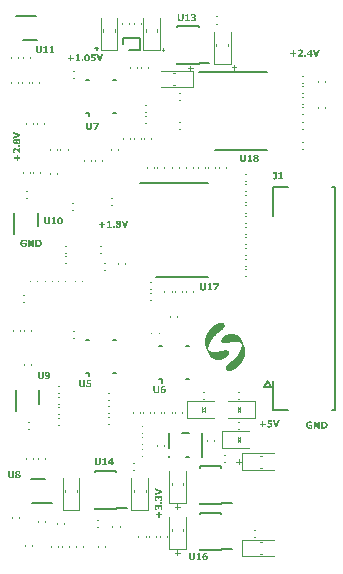
<source format=gbr>
G04*
G04 #@! TF.GenerationSoftware,Altium Limited,Altium Designer,24.9.1 (31)*
G04*
G04 Layer_Color=65535*
%FSLAX44Y44*%
%MOMM*%
G71*
G04*
G04 #@! TF.SameCoordinates,F6C7D1B7-5E70-41A8-93A8-01C2B61895AE*
G04*
G04*
G04 #@! TF.FilePolarity,Positive*
G04*
G01*
G75*
%ADD10C,0.1500*%
%ADD11C,0.1250*%
%ADD12C,0.1270*%
G36*
X189873Y190137D02*
X190240Y190113D01*
X190338Y190064D01*
X190412Y190088D01*
X190534Y190039D01*
X191049Y190015D01*
X191122Y189990D01*
X191367Y189917D01*
X191661Y189892D01*
X191882Y189794D01*
X192102Y189770D01*
X192151Y189721D01*
X192249Y189696D01*
X192421Y189672D01*
X192641Y189574D01*
X192739Y189549D01*
X192813Y189525D01*
X192862Y189476D01*
X192960Y189451D01*
X193107Y189427D01*
X193180Y189353D01*
X193340Y189292D01*
X193450Y189231D01*
X193609Y189170D01*
X193670Y189108D01*
X193768Y189084D01*
X193817Y189059D01*
X193891Y188986D01*
X193989Y188961D01*
X194062Y188888D01*
X194185Y188839D01*
X194258Y188765D01*
X194565Y188582D01*
X194577Y188545D01*
X194626Y188520D01*
X194761Y188410D01*
X194797Y188373D01*
X194846Y188349D01*
X194920Y188275D01*
X194969Y188251D01*
X195030Y188214D01*
X195055Y188165D01*
X195091Y188128D01*
X195140Y188104D01*
X195165Y188055D01*
X195214Y188030D01*
X195312Y187932D01*
X195361Y187908D01*
X195422Y187846D01*
X195447Y187797D01*
X195618Y187626D01*
X195643Y187577D01*
X195679Y187540D01*
X195729Y187516D01*
X195814Y187381D01*
X195863Y187332D01*
X195888Y187283D01*
X195986Y187185D01*
X196010Y187136D01*
X196047Y187075D01*
X196096Y187050D01*
X196219Y186854D01*
X196304Y186719D01*
X196378Y186646D01*
X196402Y186597D01*
X196451Y186548D01*
X196488Y186413D01*
X196537Y186364D01*
X196574Y186352D01*
X196598Y186254D01*
X196623Y186205D01*
X196696Y186131D01*
X196721Y186033D01*
X196745Y185984D01*
X196794Y185935D01*
X196856Y185776D01*
X196917Y185715D01*
X196941Y185617D01*
X196966Y185568D01*
X197015Y185519D01*
X197064Y185396D01*
X197088Y185323D01*
X197162Y185249D01*
X197199Y185090D01*
X197284Y185004D01*
X197309Y184857D01*
X197382Y184784D01*
X197444Y184624D01*
X197529Y184465D01*
X197554Y184392D01*
X197603Y184343D01*
X197652Y184220D01*
X197676Y184122D01*
X197750Y184049D01*
X197775Y183902D01*
X197848Y183828D01*
X197873Y183730D01*
X197934Y183571D01*
X197995Y183510D01*
X198020Y183363D01*
X198093Y183289D01*
X198142Y183093D01*
X198216Y183020D01*
X198252Y182860D01*
X198338Y182701D01*
X198363Y182603D01*
X198436Y182481D01*
X198485Y182334D01*
Y182309D01*
X198510Y182260D01*
X198559Y182211D01*
X198608Y182015D01*
X198681Y181893D01*
X198730Y181696D01*
X198804Y181623D01*
X198840Y181464D01*
X198926Y181304D01*
X198963Y181145D01*
X199049Y180986D01*
X199085Y180851D01*
X199122Y180814D01*
X199171Y180643D01*
X199208Y180508D01*
X199269Y180447D01*
X199294Y180349D01*
X199318Y180226D01*
X199392Y180104D01*
X199441Y179908D01*
X199490Y179859D01*
X199539Y179663D01*
X199637Y179442D01*
X199673Y179283D01*
X199759Y179124D01*
X199784Y178977D01*
X199857Y178854D01*
X199882Y178756D01*
X199906Y178609D01*
X199955Y178560D01*
X199980Y178462D01*
X200029Y178242D01*
X200078Y178193D01*
X200102Y178095D01*
X200139Y177911D01*
X200176Y177874D01*
X200225Y177703D01*
X200249Y177507D01*
X200323Y177335D01*
X200347Y177237D01*
X200372Y176968D01*
X200421Y176845D01*
X200445Y176649D01*
X200470Y176576D01*
X200494Y176036D01*
X200519Y175963D01*
X200543Y175620D01*
X200568Y175546D01*
X200543Y174762D01*
X200494Y174640D01*
X200519Y174566D01*
X200494Y174248D01*
X200470Y174174D01*
X200445Y173513D01*
X200372Y173341D01*
X200347Y173170D01*
X200323Y172851D01*
X200274Y172729D01*
X200225Y172533D01*
X200200Y172288D01*
X200127Y172116D01*
X200102Y171945D01*
X200078Y171822D01*
X200029Y171773D01*
X200004Y171602D01*
X199955Y171406D01*
X199882Y171234D01*
X199857Y171087D01*
X199784Y170965D01*
X199759Y170867D01*
X199735Y170720D01*
X199686Y170671D01*
X199612Y170377D01*
X199563Y170328D01*
X199514Y170156D01*
X199416Y169936D01*
X199379Y169801D01*
X199294Y169641D01*
X199269Y169543D01*
X199220Y169494D01*
X199171Y169372D01*
X199147Y169274D01*
X199098Y169225D01*
X199012Y168992D01*
X198951Y168931D01*
X198926Y168808D01*
X198853Y168735D01*
X198828Y168637D01*
X198755Y168514D01*
X198706Y168392D01*
X198632Y168269D01*
X198583Y168147D01*
X198559Y168098D01*
X198485Y168024D01*
X198448Y167890D01*
X198424Y167841D01*
X198375Y167816D01*
X198326Y167694D01*
X198240Y167559D01*
X198167Y167436D01*
X198044Y167216D01*
X197995Y167167D01*
X197971Y167093D01*
X197922Y167044D01*
X197824Y166873D01*
X197775Y166824D01*
X197750Y166726D01*
X197676Y166652D01*
X197603Y166530D01*
X197554Y166481D01*
X197456Y166309D01*
X197333Y166138D01*
X197125Y165832D01*
X197064Y165770D01*
X197039Y165721D01*
X196966Y165648D01*
X196868Y165476D01*
X196819Y165427D01*
X196794Y165378D01*
X196721Y165305D01*
X196696Y165256D01*
X196598Y165158D01*
X196525Y165035D01*
X196476Y164986D01*
X196451Y164937D01*
X196353Y164839D01*
X196329Y164790D01*
X196231Y164692D01*
X196206Y164643D01*
X196108Y164545D01*
X196084Y164496D01*
X195986Y164398D01*
X195961Y164349D01*
X195888Y164276D01*
X195863Y164227D01*
X195643Y164006D01*
X195618Y163957D01*
X195275Y163614D01*
X195251Y163565D01*
X194454Y162769D01*
X194405Y162744D01*
X194062Y162401D01*
X194013Y162377D01*
X193793Y162156D01*
X193744Y162132D01*
X193670Y162058D01*
X193621Y162034D01*
X193523Y161936D01*
X193474Y161911D01*
X193376Y161813D01*
X193327Y161789D01*
X193229Y161691D01*
X193180Y161666D01*
X193082Y161568D01*
X193033Y161544D01*
X192960Y161470D01*
X192837Y161397D01*
X192788Y161348D01*
X192739Y161323D01*
X192641Y161225D01*
X192592Y161201D01*
X192519Y161127D01*
X192396Y161054D01*
X192347Y161005D01*
X192237Y160943D01*
X192225Y160907D01*
X192102Y160833D01*
X192053Y160784D01*
X191931Y160711D01*
X191759Y160613D01*
X191735Y160564D01*
X191686Y160539D01*
X191380Y160331D01*
X191183Y160208D01*
X191049Y160123D01*
X191000Y160074D01*
X190840Y160012D01*
X190828Y159976D01*
X190706Y159927D01*
X190657Y159902D01*
X190583Y159829D01*
X190485Y159804D01*
X190338Y159706D01*
X190216Y159633D01*
X190093Y159584D01*
X190020Y159559D01*
X189971Y159510D01*
X189873Y159486D01*
X189750Y159437D01*
X189677Y159363D01*
X189481Y159339D01*
X189334Y159241D01*
X189162Y159216D01*
X189088Y159143D01*
X188794Y159094D01*
X188745Y159045D01*
X188549Y158995D01*
X188354Y158971D01*
X188231Y158922D01*
X188133Y158897D01*
X187814Y158873D01*
X187655Y158812D01*
X187459Y158787D01*
X186075Y158775D01*
X185903Y158848D01*
X185805Y158873D01*
X185523Y158910D01*
X185364Y158995D01*
X185168Y159020D01*
X185095Y159094D01*
X184997Y159118D01*
X184874Y159192D01*
X184703Y159290D01*
X184654Y159339D01*
X184605Y159363D01*
X184470Y159473D01*
X184176Y159767D01*
X184151Y159816D01*
X184078Y159939D01*
X184029Y159988D01*
X184004Y160086D01*
X183980Y160135D01*
X183906Y160208D01*
X183870Y160392D01*
X183808Y160502D01*
X183784Y160600D01*
X183759Y160894D01*
X183735Y160968D01*
X183759Y161605D01*
X183784Y161678D01*
X183808Y161972D01*
X183882Y162046D01*
X183906Y162218D01*
X183931Y162315D01*
X183980Y162365D01*
X184041Y162524D01*
X184127Y162683D01*
X184274Y162952D01*
X184347Y163026D01*
X184445Y163197D01*
X184568Y163369D01*
X184678Y163504D01*
X184715Y163540D01*
X184739Y163590D01*
X184837Y163688D01*
X184862Y163737D01*
X184935Y163810D01*
X184960Y163859D01*
X184997Y163920D01*
X185046Y163945D01*
X185082Y163982D01*
X185107Y164031D01*
X185205Y164104D01*
X185229Y164153D01*
X185303Y164202D01*
X185327Y164251D01*
X185364Y164288D01*
X185413Y164312D01*
X185487Y164410D01*
X185536Y164435D01*
X185585Y164508D01*
X185634Y164533D01*
X185671Y164570D01*
X185695Y164619D01*
X185793Y164692D01*
X185805Y164729D01*
X185854Y164753D01*
X185989Y164864D01*
X186099Y164974D01*
X186148Y164998D01*
X186283Y165109D01*
X186357Y165158D01*
X186381Y165207D01*
X186418Y165243D01*
X186467Y165268D01*
X186540Y165341D01*
X186589Y165366D01*
X186687Y165464D01*
X186810Y165537D01*
X186945Y165648D01*
X186981Y165685D01*
X187030Y165709D01*
X187128Y165807D01*
X187251Y165881D01*
X187422Y166003D01*
X187471Y166052D01*
X187520Y166077D01*
X187594Y166150D01*
X187716Y166199D01*
X187790Y166273D01*
X187839Y166297D01*
X188158Y166518D01*
X188207Y166542D01*
X188305Y166640D01*
X188476Y166738D01*
X188611Y166848D01*
X188745Y166934D01*
X188794Y166983D01*
X188917Y167057D01*
X188966Y167106D01*
X189052Y167142D01*
X189076Y167191D01*
X189199Y167265D01*
X189223Y167314D01*
X189419Y167436D01*
X189456Y167473D01*
X189505Y167498D01*
X189603Y167596D01*
X189652Y167620D01*
X189677Y167669D01*
X189726Y167694D01*
X189860Y167804D01*
X189897Y167841D01*
X189946Y167865D01*
X190020Y167939D01*
X190069Y167963D01*
X190142Y168037D01*
X190191Y168061D01*
X190387Y168257D01*
X190436Y168282D01*
X190497Y168343D01*
X190510Y168380D01*
X190559Y168404D01*
X190693Y168514D01*
X190926Y168747D01*
X191049Y168821D01*
X192237Y170009D01*
X192311Y170132D01*
X192507Y170328D01*
X192519Y170364D01*
X192568Y170389D01*
X192629Y170475D01*
X192727Y170573D01*
X192752Y170622D01*
X192948Y170818D01*
X192972Y170867D01*
X193070Y170965D01*
X193144Y171087D01*
X193193Y171136D01*
X193217Y171185D01*
X193315Y171283D01*
X193340Y171332D01*
X193389Y171357D01*
X193413Y171406D01*
X193523Y171540D01*
X193658Y171724D01*
X193683Y171773D01*
X193781Y171871D01*
X193805Y171920D01*
X193879Y171969D01*
X193952Y172092D01*
X194050Y172263D01*
X194099Y172288D01*
X194124Y172337D01*
X194234Y172472D01*
X194283Y172594D01*
X194369Y172680D01*
X194393Y172729D01*
X194467Y172802D01*
X194540Y172925D01*
X194638Y173096D01*
X194712Y173170D01*
X194785Y173292D01*
X194883Y173464D01*
X194932Y173513D01*
X194981Y173635D01*
X195055Y173709D01*
X195104Y173831D01*
X195153Y173880D01*
X195251Y174052D01*
X195300Y174174D01*
X195324Y174223D01*
X195422Y174321D01*
X195447Y174444D01*
X195520Y174517D01*
X195569Y174640D01*
X195618Y174689D01*
X195679Y174848D01*
X195765Y174934D01*
X195790Y175081D01*
X195863Y175154D01*
X195888Y175252D01*
X195912Y175301D01*
X195986Y175375D01*
X196023Y175534D01*
X196108Y175620D01*
X196145Y175804D01*
X196206Y175865D01*
X196255Y176036D01*
X196329Y176159D01*
X196353Y176232D01*
X196402Y176355D01*
X196451Y176404D01*
X196500Y176600D01*
X196574Y176723D01*
X196623Y176919D01*
X196672Y176968D01*
X196721Y177139D01*
X196745Y177237D01*
X196819Y177360D01*
X196843Y177531D01*
X196941Y177752D01*
X196990Y177972D01*
X197039Y178021D01*
X197064Y178119D01*
X197088Y178315D01*
X197162Y178487D01*
X197186Y178585D01*
X197211Y178756D01*
X197284Y178928D01*
X197333Y179271D01*
X197382Y179393D01*
X197407Y179491D01*
X197431Y179736D01*
X197456Y179932D01*
X197505Y180055D01*
X197529Y180226D01*
X197566Y180802D01*
X197603Y180937D01*
X197627Y181255D01*
X197652Y181329D01*
X197627Y181770D01*
X197591Y181807D01*
X197542Y181831D01*
X197468Y181905D01*
X197419Y181929D01*
X197186Y182089D01*
X197174Y182125D01*
X197125Y182150D01*
X196954Y182272D01*
X196831Y182346D01*
X196660Y182444D01*
X196415Y182591D01*
X196292Y182640D01*
X196170Y182713D01*
X196047Y182762D01*
X195949Y182787D01*
X195876Y182860D01*
X195692Y182897D01*
X195630Y182958D01*
X195471Y182995D01*
X195373Y183020D01*
X195336Y183056D01*
X195214Y183105D01*
X194993Y183130D01*
X194944Y183179D01*
X194773Y183228D01*
X194552Y183252D01*
X194430Y183301D01*
X194332Y183326D01*
X194160Y183350D01*
X193915Y183375D01*
X193793Y183424D01*
X193695Y183448D01*
X192899Y183485D01*
X192715Y183546D01*
X192641Y183522D01*
X191380Y183534D01*
X191245Y183497D01*
X191147Y183473D01*
X190644Y183461D01*
X190632Y183473D01*
X190559Y183448D01*
X190191Y183424D01*
X190142Y183399D01*
X190069Y183424D01*
X189897Y183350D01*
X189848Y183375D01*
X189775Y183350D01*
X189334Y183326D01*
X189260Y183301D01*
X189137Y183252D01*
X189039Y183228D01*
X188623Y183203D01*
X188500Y183154D01*
X188305Y183105D01*
X188010Y183081D01*
X187839Y183007D01*
X187594Y182983D01*
X187435Y182946D01*
X187275Y182885D01*
X186969Y182848D01*
X186834Y182787D01*
X186736Y182762D01*
X186467Y182738D01*
X186246Y182640D01*
X185952Y182615D01*
X185830Y182566D01*
X185634Y182517D01*
X185389Y182493D01*
X185266Y182444D01*
X185168Y182419D01*
X184923Y182395D01*
X184752Y182370D01*
X184678Y182346D01*
X184482Y182297D01*
X184090Y182272D01*
X183894Y182223D01*
X183821Y182199D01*
X183502Y182174D01*
X183110Y182150D01*
X183037Y182174D01*
X182963Y182150D01*
X182792Y182125D01*
X182302Y182150D01*
X182228Y182174D01*
X182155Y182150D01*
X181910Y182174D01*
X181689Y182199D01*
X181518Y182272D01*
X181334Y182309D01*
X181297Y182346D01*
X181174Y182395D01*
X181076Y182419D01*
X181003Y182493D01*
X180880Y182542D01*
X180782Y182640D01*
X180733Y182664D01*
X180684Y182738D01*
X180635Y182762D01*
X180599Y182799D01*
X180574Y182848D01*
X180476Y182946D01*
X180452Y183020D01*
X180403Y183069D01*
X180341Y183228D01*
X180280Y183289D01*
X180256Y183387D01*
X180231Y183583D01*
X180158Y183755D01*
X180133Y184000D01*
X180158Y184710D01*
X180231Y184882D01*
X180256Y185053D01*
X180292Y185237D01*
X180354Y185347D01*
X180378Y185445D01*
X180403Y185568D01*
X180452Y185617D01*
X180476Y185715D01*
X180537Y185874D01*
X180599Y185935D01*
X180623Y186058D01*
X180721Y186205D01*
X180746Y186303D01*
X180819Y186376D01*
X180868Y186499D01*
X180942Y186572D01*
X180991Y186695D01*
X181064Y186768D01*
X181089Y186817D01*
X181125Y186879D01*
X181162Y186891D01*
X181187Y186940D01*
X181297Y187075D01*
X181358Y187160D01*
X181407Y187209D01*
X181432Y187258D01*
X181468Y187320D01*
X181518Y187344D01*
X181677Y187503D01*
X181689Y187540D01*
X181738Y187565D01*
X181799Y187626D01*
X181812Y187663D01*
X181861Y187687D01*
X181922Y187748D01*
X181934Y187785D01*
X181983Y187810D01*
X182118Y187920D01*
X182228Y188030D01*
X182351Y188104D01*
X182400Y188153D01*
X182449Y188177D01*
X182547Y188275D01*
X182596Y188300D01*
X182669Y188373D01*
X182767Y188398D01*
X182865Y188496D01*
X182988Y188569D01*
X183208Y188692D01*
X183257Y188741D01*
X183625Y188937D01*
X183747Y188986D01*
X183796Y189010D01*
X183870Y189084D01*
X184053Y189121D01*
X184115Y189182D01*
X184347Y189268D01*
X184384Y189304D01*
X184482Y189329D01*
X184617Y189366D01*
X184654Y189402D01*
X184776Y189451D01*
X184923Y189476D01*
X185144Y189574D01*
X185291Y189598D01*
X185462Y189672D01*
X185671Y189709D01*
X185707Y189745D01*
X185830Y189794D01*
X186099Y189819D01*
X186271Y189892D01*
X186442Y189917D01*
X186663Y189941D01*
X186785Y189990D01*
X187079Y190039D01*
X187471Y190064D01*
X187643Y190137D01*
X187802Y190125D01*
X188023Y190150D01*
X188500Y190137D01*
X188574Y190162D01*
X189762Y190150D01*
X189799Y190162D01*
X189873Y190137D01*
D02*
G37*
G36*
X180390Y199693D02*
X180464Y199669D01*
X180929Y199644D01*
X181101Y199571D01*
X181321Y199546D01*
X181542Y199448D01*
X181665Y199399D01*
X181934Y199252D01*
X182106Y199154D01*
X182179Y199081D01*
X182228Y199056D01*
X182583Y198701D01*
X182657Y198578D01*
X182779Y198358D01*
X182828Y198235D01*
X182853Y198137D01*
X182902Y198088D01*
X182951Y197917D01*
X182975Y197647D01*
X183000Y197574D01*
X183024Y197427D01*
X183049Y197353D01*
X183024Y197059D01*
X183000Y196986D01*
X182963Y196802D01*
X182939Y196557D01*
X182902Y196471D01*
X182853Y196349D01*
X182828Y196251D01*
X182804Y196177D01*
X182755Y196128D01*
X182706Y195957D01*
X182681Y195908D01*
X182632Y195858D01*
X182571Y195699D01*
X182485Y195613D01*
X182461Y195515D01*
X182387Y195442D01*
X182314Y195319D01*
X182265Y195271D01*
X182216Y195148D01*
X182118Y195050D01*
X182093Y195001D01*
X182020Y194928D01*
X181995Y194879D01*
X181897Y194781D01*
X181873Y194732D01*
X181775Y194633D01*
X181750Y194584D01*
X180880Y193715D01*
X180831Y193690D01*
X180697Y193580D01*
X180586Y193470D01*
X180537Y193445D01*
X180415Y193323D01*
X180366Y193298D01*
X180317Y193225D01*
X180194Y193151D01*
X180145Y193102D01*
X180023Y193029D01*
X179974Y192980D01*
X179925Y192955D01*
X179827Y192857D01*
X179778Y192833D01*
X179680Y192735D01*
X179631Y192710D01*
X179582Y192661D01*
X179533Y192637D01*
X179398Y192526D01*
X179263Y192440D01*
X179214Y192391D01*
X179092Y192318D01*
X178957Y192232D01*
X178932Y192183D01*
X178785Y192110D01*
X178724Y192048D01*
X178651Y192024D01*
X178553Y191926D01*
X178430Y191852D01*
X178271Y191767D01*
X178246Y191718D01*
X178112Y191632D01*
X178063Y191583D01*
X177940Y191509D01*
X177891Y191460D01*
X177769Y191387D01*
X177720Y191338D01*
X177671Y191313D01*
X177573Y191215D01*
X177450Y191142D01*
X177315Y191056D01*
X177291Y191007D01*
X177205Y190946D01*
X177132Y190872D01*
X177009Y190799D01*
X176960Y190750D01*
X176911Y190725D01*
X176813Y190627D01*
X176764Y190603D01*
X176666Y190505D01*
X176617Y190480D01*
X176421Y190284D01*
X176372Y190260D01*
X176250Y190137D01*
X176201Y190113D01*
X176127Y190039D01*
X176078Y190015D01*
X175760Y189696D01*
X175711Y189672D01*
X174571Y188533D01*
X174547Y188484D01*
X174253Y188190D01*
X174228Y188140D01*
X174057Y187969D01*
X174032Y187920D01*
X173946Y187810D01*
X173910Y187797D01*
X173885Y187748D01*
X173787Y187650D01*
X173763Y187601D01*
X173640Y187479D01*
X173616Y187430D01*
X173567Y187405D01*
X173493Y187283D01*
X173444Y187234D01*
X173420Y187185D01*
X173322Y187087D01*
X173297Y187038D01*
X173199Y186940D01*
X173175Y186891D01*
X173101Y186817D01*
X173027Y186695D01*
X172978Y186646D01*
X172954Y186597D01*
X172844Y186462D01*
X172782Y186376D01*
X172733Y186327D01*
X172660Y186205D01*
X172366Y185788D01*
X172341Y185739D01*
X172268Y185666D01*
X172194Y185543D01*
X172097Y185372D01*
X172023Y185298D01*
X171950Y185176D01*
X171852Y185004D01*
X171803Y184955D01*
X171606Y184612D01*
X171557Y184563D01*
X171533Y184465D01*
X171459Y184392D01*
X171263Y184024D01*
X171214Y183975D01*
X171178Y183840D01*
X171116Y183779D01*
X171067Y183657D01*
X171043Y183608D01*
X170994Y183559D01*
X170920Y183363D01*
X170871Y183314D01*
X170798Y183118D01*
X170749Y183069D01*
X170724Y182971D01*
X170700Y182922D01*
X170602Y182775D01*
X170577Y182652D01*
X170504Y182579D01*
X170479Y182432D01*
X170381Y182285D01*
X170345Y182125D01*
X170283Y182064D01*
X170259Y181966D01*
X170222Y181831D01*
X170161Y181770D01*
X170124Y181611D01*
X170014Y181353D01*
X169989Y181206D01*
X169940Y181157D01*
X169891Y180986D01*
X169855Y180851D01*
X169793Y180716D01*
X169769Y180618D01*
X169744Y180496D01*
X169695Y180447D01*
X169671Y180349D01*
X169634Y180141D01*
X169573Y180006D01*
X169548Y179908D01*
X169512Y179675D01*
X169450Y179540D01*
X169426Y179369D01*
X169401Y179148D01*
X169328Y178977D01*
X169303Y178805D01*
X169279Y178560D01*
X169254Y178487D01*
X169230Y178389D01*
X169205Y178144D01*
X169181Y177825D01*
X169156Y177580D01*
X169132Y177433D01*
X169107Y177360D01*
X169132Y176723D01*
X169217Y176637D01*
X169266Y176612D01*
X169364Y176514D01*
X169414Y176490D01*
X169512Y176392D01*
X169634Y176318D01*
X169806Y176196D01*
X169977Y176098D01*
X170026Y176049D01*
X170124Y176024D01*
X170173Y175975D01*
X170394Y175853D01*
X170516Y175804D01*
X170639Y175730D01*
X170761Y175681D01*
X170859Y175657D01*
X170982Y175583D01*
X171141Y175546D01*
X171178Y175510D01*
X171300Y175461D01*
X171472Y175436D01*
X171521Y175387D01*
X171692Y175338D01*
X171864Y175314D01*
X172084Y175216D01*
X172354Y175191D01*
X172476Y175142D01*
X172574Y175118D01*
X172819Y175093D01*
X173040Y175069D01*
X173162Y175020D01*
X173628Y174995D01*
X173726Y174971D01*
X175074Y174946D01*
X175392Y174971D01*
X176139Y175007D01*
X176360Y175032D01*
X176470Y175069D01*
X176936Y175093D01*
X177107Y175118D01*
X177205Y175142D01*
X177328Y175167D01*
X177401Y175191D01*
X177646Y175216D01*
X177928Y175252D01*
X178050Y175301D01*
X178173Y175326D01*
X178185Y175338D01*
X178528Y175363D01*
X178651Y175412D01*
X178822Y175436D01*
X178920Y175461D01*
X179141Y175485D01*
X179312Y175559D01*
X179594Y175595D01*
X179876Y175681D01*
X180121Y175706D01*
X180292Y175779D01*
X180635Y175828D01*
X180807Y175902D01*
X181052Y175926D01*
X181211Y175963D01*
X181346Y176000D01*
X181542Y176049D01*
X181836Y176073D01*
X182008Y176147D01*
X182400Y176171D01*
X182473Y176196D01*
X182620Y176220D01*
X182694Y176245D01*
X183012Y176269D01*
X183257Y176294D01*
X183429Y176318D01*
X183674Y176343D01*
X183747Y176367D01*
X184507Y176343D01*
X184580Y176318D01*
X184911Y176282D01*
X185107Y176257D01*
X185205Y176232D01*
X185340Y176171D01*
X185499Y176134D01*
X185560Y176073D01*
X185658Y176049D01*
X185781Y175975D01*
X185830Y175926D01*
X185952Y175853D01*
X186026Y175779D01*
X186075Y175755D01*
X186112Y175718D01*
X186136Y175669D01*
X186234Y175571D01*
X186308Y175448D01*
X186357Y175399D01*
X186381Y175301D01*
X186455Y175179D01*
X186479Y175081D01*
X186504Y174958D01*
X186553Y174836D01*
X186577Y174738D01*
X186602Y174125D01*
X186577Y174027D01*
X186553Y173709D01*
X186528Y173635D01*
X186479Y173439D01*
X186455Y173243D01*
X186357Y173023D01*
X186332Y172900D01*
X186283Y172851D01*
X186234Y172680D01*
X185965Y172165D01*
X185842Y171945D01*
X185769Y171871D01*
X185744Y171798D01*
X185671Y171724D01*
X185646Y171626D01*
X185609Y171589D01*
X185560Y171565D01*
X185474Y171430D01*
X185401Y171357D01*
X185376Y171308D01*
X184678Y170609D01*
X184629Y170585D01*
X184482Y170438D01*
X184433Y170413D01*
X184372Y170377D01*
X184347Y170328D01*
X184200Y170230D01*
X184139Y170168D01*
X184066Y170144D01*
X183992Y170070D01*
X183870Y169997D01*
X183821Y169948D01*
X183698Y169899D01*
X183649Y169850D01*
X183478Y169752D01*
X183257Y169629D01*
X183135Y169580D01*
X183086Y169556D01*
X182939Y169458D01*
X182841Y169433D01*
X182792Y169384D01*
X182559Y169298D01*
X182522Y169262D01*
X182424Y169237D01*
X182155Y169115D01*
X182020Y169078D01*
X181910Y169017D01*
X181812Y168992D01*
X181677Y168955D01*
X181640Y168919D01*
X181444Y168870D01*
X181297Y168845D01*
X181248Y168796D01*
X181150Y168772D01*
X180954Y168747D01*
X180782Y168674D01*
X180684Y168649D01*
X180439Y168625D01*
X180268Y168551D01*
X180096Y168527D01*
X179851Y168502D01*
X179778Y168478D01*
X179496Y168416D01*
X179104Y168392D01*
X178651Y168355D01*
X178577Y168331D01*
X176936Y168355D01*
X176862Y168380D01*
X176678Y168367D01*
X176544Y168404D01*
X175980Y168429D01*
X175907Y168453D01*
X175711Y168502D01*
X175539Y168527D01*
X175319Y168551D01*
X175196Y168600D01*
X175000Y168649D01*
X174804Y168674D01*
X174632Y168747D01*
X174461Y168772D01*
X174240Y168870D01*
X174057Y168906D01*
X173995Y168968D01*
X173897Y168992D01*
X173763Y169029D01*
X173603Y169115D01*
X173481Y169139D01*
X173407Y169213D01*
X173309Y169237D01*
X173260Y169262D01*
X173211Y169311D01*
X173015Y169384D01*
X172966Y169433D01*
X172844Y169482D01*
X172795Y169507D01*
X172746Y169556D01*
X172623Y169629D01*
X172574Y169678D01*
X172415Y169739D01*
X172329Y169825D01*
X172280Y169850D01*
X172207Y169923D01*
X172084Y169997D01*
X172035Y170046D01*
X171913Y170119D01*
X171839Y170193D01*
X171790Y170217D01*
X171766Y170266D01*
X171717Y170291D01*
X171570Y170438D01*
X171521Y170462D01*
X171214Y170769D01*
X171190Y170818D01*
X170969Y171038D01*
X170945Y171087D01*
X170847Y171185D01*
X170822Y171234D01*
X170749Y171308D01*
X170675Y171430D01*
X170626Y171479D01*
X170553Y171602D01*
X170504Y171651D01*
X170430Y171773D01*
X170332Y171945D01*
X170283Y171994D01*
X170234Y172116D01*
X170161Y172190D01*
X170100Y172349D01*
X170038Y172410D01*
X169989Y172533D01*
X169916Y172606D01*
X169879Y172741D01*
X169818Y172802D01*
X169757Y172962D01*
X169695Y173023D01*
X169671Y173121D01*
X169597Y173243D01*
X169548Y173366D01*
X169475Y173488D01*
X169426Y173611D01*
X169401Y173660D01*
X169352Y173709D01*
X169279Y173905D01*
X169230Y173954D01*
X169156Y174150D01*
X169107Y174199D01*
X169070Y174358D01*
X169009Y174444D01*
X168960Y174566D01*
X168838Y174836D01*
X168813Y174885D01*
X168740Y175007D01*
X168715Y175130D01*
X168617Y175277D01*
X168593Y175424D01*
X168519Y175497D01*
X168470Y175693D01*
X168397Y175816D01*
X168372Y175914D01*
X168299Y176036D01*
X168274Y176110D01*
X168250Y176208D01*
X168225Y176257D01*
X168176Y176306D01*
X168152Y176404D01*
X168115Y176539D01*
X168054Y176600D01*
X168005Y176796D01*
X167907Y176943D01*
X167882Y177115D01*
X167833Y177164D01*
X167784Y177286D01*
X167760Y177384D01*
X167686Y177507D01*
X167637Y177703D01*
X167564Y177825D01*
X167539Y177972D01*
X167441Y178119D01*
X167417Y178291D01*
X167343Y178364D01*
X167306Y178548D01*
X167257Y178671D01*
X167221Y178707D01*
X167159Y178965D01*
X167123Y179001D01*
X167074Y179197D01*
X166976Y179418D01*
X166951Y179565D01*
X166878Y179638D01*
X166853Y179736D01*
X166829Y179908D01*
X166755Y179981D01*
X166731Y180079D01*
X166706Y180300D01*
X166657Y180349D01*
X166584Y180643D01*
X166510Y180814D01*
X166473Y181047D01*
X166388Y181329D01*
X166363Y181598D01*
X166339Y181672D01*
X166314Y181770D01*
X166265Y182064D01*
X166241Y182628D01*
X166216Y182701D01*
X166241Y184049D01*
X166265Y184122D01*
X166290Y184808D01*
X166339Y184931D01*
X166375Y185139D01*
X166400Y185457D01*
X166424Y185555D01*
X166486Y185764D01*
X166522Y186045D01*
X166608Y186327D01*
X166633Y186523D01*
X166706Y186695D01*
X166731Y186793D01*
X166767Y186977D01*
X166829Y187111D01*
X166853Y187209D01*
X166878Y187356D01*
X166927Y187405D01*
X167000Y187699D01*
X167074Y187871D01*
X167098Y187969D01*
X167196Y188190D01*
X167233Y188324D01*
X167294Y188435D01*
X167319Y188533D01*
X167368Y188655D01*
X167441Y188827D01*
X167564Y189096D01*
X167588Y189170D01*
X167637Y189219D01*
X167662Y189317D01*
X167735Y189439D01*
X167833Y189684D01*
X168078Y190150D01*
X168127Y190199D01*
X168164Y190333D01*
X168250Y190468D01*
X168323Y190591D01*
X168568Y191032D01*
X168666Y191203D01*
X168715Y191252D01*
X168764Y191375D01*
X168838Y191448D01*
X168862Y191546D01*
X168960Y191644D01*
X168985Y191718D01*
X169083Y191865D01*
X169107Y191914D01*
X169181Y191987D01*
X169279Y192159D01*
X169389Y192293D01*
X169512Y192489D01*
X169548Y192526D01*
X169622Y192649D01*
X169671Y192698D01*
X169695Y192747D01*
X169769Y192820D01*
X169842Y192943D01*
X169891Y192992D01*
X169953Y193102D01*
X169989Y193114D01*
X170014Y193163D01*
X170247Y193470D01*
X170283Y193506D01*
X170308Y193555D01*
X170381Y193629D01*
X170406Y193678D01*
X170577Y193849D01*
X170602Y193898D01*
X170675Y193972D01*
X170700Y194021D01*
X170810Y194156D01*
X170945Y194290D01*
X170969Y194339D01*
X171190Y194560D01*
X171214Y194609D01*
X171557Y194952D01*
X171582Y195001D01*
X172256Y195675D01*
X172305Y195699D01*
X172623Y196018D01*
X172672Y196042D01*
X172893Y196263D01*
X172942Y196287D01*
X173138Y196483D01*
X173187Y196508D01*
X173260Y196581D01*
X173309Y196606D01*
X173444Y196716D01*
X173481Y196753D01*
X173530Y196777D01*
X173701Y196949D01*
X173824Y197022D01*
X173897Y197096D01*
X173946Y197120D01*
X174020Y197194D01*
X174142Y197267D01*
X174216Y197341D01*
X174265Y197365D01*
X174338Y197439D01*
X174461Y197512D01*
X174632Y197635D01*
X174681Y197684D01*
X174730Y197708D01*
X174779Y197757D01*
X174951Y197855D01*
X175000Y197904D01*
X175123Y197978D01*
X175172Y198027D01*
X175294Y198100D01*
X175466Y198199D01*
X175515Y198248D01*
X175637Y198297D01*
X175711Y198370D01*
X175882Y198468D01*
X176041Y198554D01*
X176054Y198591D01*
X176213Y198652D01*
X176274Y198713D01*
X176433Y198774D01*
X176495Y198836D01*
X176629Y198872D01*
X176715Y198934D01*
X176838Y198983D01*
X176936Y199007D01*
X177009Y199081D01*
X177181Y199105D01*
X177254Y199179D01*
X177352Y199203D01*
X177499Y199228D01*
X177573Y199301D01*
X177744Y199326D01*
X177965Y199424D01*
X178197Y199460D01*
X178320Y199509D01*
X178455Y199546D01*
X178700Y199571D01*
X178945Y199644D01*
X179190Y199669D01*
X179680Y199693D01*
X179753Y199718D01*
X180390Y199693D01*
D02*
G37*
G36*
X261304Y424944D02*
X259723D01*
X257661Y430963D01*
X259224D01*
X260537Y426867D01*
X261850Y430963D01*
X263375D01*
X261304Y424944D01*
D02*
G37*
G36*
X241750Y428116D02*
X243811D01*
Y427071D01*
X241750D01*
Y425009D01*
X240686D01*
Y427071D01*
X238625D01*
Y428116D01*
X240686D01*
Y430177D01*
X241750D01*
Y428116D01*
D02*
G37*
G36*
X251883Y424944D02*
X250450D01*
Y426535D01*
X251883D01*
Y424944D01*
D02*
G37*
G36*
X247362Y431065D02*
X247454Y431056D01*
X247556Y431046D01*
X247667Y431037D01*
X247796Y431019D01*
X248055Y430954D01*
X248323Y430871D01*
X248462Y430815D01*
X248582Y430751D01*
X248702Y430677D01*
X248813Y430593D01*
X248823Y430584D01*
X248841Y430575D01*
X248869Y430547D01*
X248897Y430501D01*
X248943Y430455D01*
X248989Y430399D01*
X249035Y430325D01*
X249091Y430242D01*
X249146Y430159D01*
X249193Y430057D01*
X249239Y429946D01*
X249285Y429826D01*
X249313Y429697D01*
X249340Y429558D01*
X249359Y429410D01*
X249368Y429253D01*
Y429244D01*
Y429225D01*
Y429197D01*
Y429160D01*
X249359Y429114D01*
Y429059D01*
X249340Y428920D01*
X249303Y428763D01*
X249257Y428587D01*
X249193Y428402D01*
X249109Y428208D01*
Y428199D01*
X249100Y428190D01*
X249081Y428162D01*
X249063Y428116D01*
X249035Y428069D01*
X248998Y428014D01*
X248915Y427884D01*
X248795Y427718D01*
X248656Y427533D01*
X248481Y427330D01*
X248277Y427117D01*
X248259Y427099D01*
X248212Y427052D01*
X248148Y426988D01*
X248055Y426904D01*
X247944Y426803D01*
X247833Y426692D01*
X247575Y426470D01*
X247556Y426461D01*
X247519Y426424D01*
X247454Y426377D01*
X247380Y426322D01*
X247223Y426193D01*
X247140Y426128D01*
X247075Y426082D01*
X249627D01*
Y424944D01*
X245208D01*
Y425924D01*
X245217Y425934D01*
X245235Y425943D01*
X245263Y425971D01*
X245300Y425998D01*
X245411Y426082D01*
X245541Y426193D01*
X245698Y426322D01*
X245864Y426461D01*
X246040Y426609D01*
X246206Y426757D01*
X246215Y426766D01*
X246225Y426775D01*
X246280Y426821D01*
X246363Y426904D01*
X246474Y426997D01*
X246604Y427117D01*
X246733Y427247D01*
X246872Y427376D01*
X247001Y427515D01*
X247010Y427524D01*
X247020Y427533D01*
X247075Y427589D01*
X247149Y427681D01*
X247251Y427792D01*
X247353Y427912D01*
X247454Y428051D01*
X247556Y428190D01*
X247639Y428328D01*
X247649Y428347D01*
X247667Y428393D01*
X247704Y428458D01*
X247741Y428550D01*
X247778Y428661D01*
X247815Y428781D01*
X247833Y428911D01*
X247843Y429049D01*
Y429059D01*
Y429068D01*
Y429114D01*
X247833Y429197D01*
X247815Y429290D01*
X247778Y429392D01*
X247732Y429493D01*
X247667Y429595D01*
X247584Y429687D01*
X247575Y429697D01*
X247537Y429724D01*
X247482Y429761D01*
X247408Y429808D01*
X247306Y429845D01*
X247186Y429882D01*
X247048Y429909D01*
X246890Y429919D01*
X246807D01*
X246752Y429909D01*
X246687Y429900D01*
X246613Y429891D01*
X246456Y429854D01*
X246446D01*
X246419Y429845D01*
X246382Y429835D01*
X246326Y429817D01*
X246262Y429798D01*
X246197Y429771D01*
X246040Y429715D01*
X246031D01*
X246003Y429697D01*
X245966Y429678D01*
X245919Y429660D01*
X245809Y429595D01*
X245688Y429521D01*
X245679D01*
X245661Y429502D01*
X245605Y429465D01*
X245531Y429419D01*
X245466Y429382D01*
X245355D01*
Y430695D01*
X245365Y430704D01*
X245402Y430714D01*
X245466Y430741D01*
X245550Y430769D01*
X245661Y430806D01*
X245790Y430852D01*
X245956Y430899D01*
X246141Y430945D01*
X246151D01*
X246169Y430954D01*
X246197D01*
X246234Y430963D01*
X246280Y430973D01*
X246345Y430982D01*
X246474Y431009D01*
X246641Y431037D01*
X246816Y431056D01*
X247001Y431065D01*
X247186Y431074D01*
X247288D01*
X247362Y431065D01*
D02*
G37*
G36*
X256746Y427431D02*
X257560D01*
Y426350D01*
X256746D01*
Y424926D01*
X255276D01*
Y426350D01*
X252641D01*
Y427468D01*
X255221Y430963D01*
X256746D01*
Y427431D01*
D02*
G37*
G36*
X10005Y359304D02*
Y357723D01*
X3986Y355661D01*
Y357224D01*
X8082Y358537D01*
X3986Y359850D01*
Y361375D01*
X10005Y359304D01*
D02*
G37*
G36*
X8470Y355458D02*
X8562Y355449D01*
X8673Y355430D01*
X8803Y355393D01*
X8923Y355356D01*
X9053Y355301D01*
X9071Y355292D01*
X9108Y355273D01*
X9173Y355236D01*
X9247Y355181D01*
X9339Y355116D01*
X9441Y355042D01*
X9542Y354949D01*
X9635Y354839D01*
X9644Y354829D01*
X9672Y354783D01*
X9718Y354718D01*
X9774Y354635D01*
X9829Y354524D01*
X9894Y354395D01*
X9949Y354247D01*
X10005Y354090D01*
Y354080D01*
X10014Y354071D01*
Y354043D01*
X10023Y354016D01*
X10051Y353923D01*
X10070Y353794D01*
X10097Y353646D01*
X10125Y353479D01*
X10134Y353285D01*
X10144Y353082D01*
Y352925D01*
X10134Y352869D01*
X10125Y352721D01*
X10107Y352555D01*
X10088Y352379D01*
X10051Y352194D01*
X10005Y352019D01*
Y352009D01*
X9996Y352000D01*
X9977Y351945D01*
X9949Y351861D01*
X9903Y351760D01*
X9857Y351640D01*
X9792Y351510D01*
X9718Y351390D01*
X9635Y351270D01*
X9626Y351260D01*
X9589Y351223D01*
X9542Y351168D01*
X9478Y351113D01*
X9395Y351039D01*
X9293Y350974D01*
X9191Y350900D01*
X9071Y350844D01*
X9053Y350835D01*
X9015Y350826D01*
X8951Y350807D01*
X8868Y350780D01*
X8766Y350752D01*
X8646Y350733D01*
X8516Y350724D01*
X8387Y350715D01*
X8378D01*
X8359D01*
X8341D01*
X8304Y350724D01*
X8202Y350733D01*
X8082Y350752D01*
X7952Y350780D01*
X7804Y350835D01*
X7666Y350900D01*
X7527Y350992D01*
X7509Y351002D01*
X7472Y351048D01*
X7407Y351113D01*
X7324Y351205D01*
X7240Y351316D01*
X7139Y351464D01*
X7046Y351630D01*
X6954Y351815D01*
X6926D01*
Y351806D01*
X6917Y351797D01*
X6898Y351769D01*
X6880Y351732D01*
X6824Y351640D01*
X6750Y351529D01*
X6658Y351399D01*
X6556Y351279D01*
X6436Y351168D01*
X6307Y351076D01*
X6288Y351066D01*
X6242Y351048D01*
X6168Y351011D01*
X6066Y350974D01*
X5946Y350937D01*
X5807Y350900D01*
X5650Y350881D01*
X5484Y350872D01*
X5465D01*
X5428D01*
X5364Y350881D01*
X5280Y350891D01*
X5188Y350909D01*
X5086Y350928D01*
X4975Y350965D01*
X4864Y351011D01*
X4855Y351020D01*
X4818Y351039D01*
X4763Y351076D01*
X4689Y351122D01*
X4605Y351186D01*
X4513Y351260D01*
X4430Y351344D01*
X4337Y351445D01*
X4328Y351455D01*
X4300Y351492D01*
X4263Y351556D01*
X4217Y351640D01*
X4162Y351741D01*
X4106Y351852D01*
X4051Y351991D01*
X3995Y352139D01*
Y352148D01*
X3986Y352157D01*
X3977Y352213D01*
X3949Y352305D01*
X3921Y352416D01*
X3903Y352555D01*
X3875Y352721D01*
X3866Y352897D01*
X3857Y353091D01*
Y353184D01*
X3866Y353285D01*
X3875Y353424D01*
X3884Y353572D01*
X3903Y353738D01*
X3940Y353905D01*
X3977Y354062D01*
Y354071D01*
X3986Y354080D01*
X3995Y354136D01*
X4023Y354210D01*
X4060Y354302D01*
X4106Y354413D01*
X4162Y354524D01*
X4217Y354635D01*
X4291Y354737D01*
X4300Y354746D01*
X4328Y354783D01*
X4374Y354829D01*
X4430Y354894D01*
X4494Y354959D01*
X4578Y355033D01*
X4670Y355097D01*
X4772Y355162D01*
X4781Y355171D01*
X4818Y355190D01*
X4873Y355208D01*
X4947Y355236D01*
X5040Y355264D01*
X5142Y355292D01*
X5262Y355301D01*
X5382Y355310D01*
X5401D01*
X5456D01*
X5539Y355301D01*
X5641Y355282D01*
X5761Y355245D01*
X5890Y355208D01*
X6020Y355144D01*
X6159Y355061D01*
X6177Y355051D01*
X6214Y355014D01*
X6279Y354959D01*
X6362Y354875D01*
X6445Y354765D01*
X6547Y354635D01*
X6639Y354478D01*
X6732Y354302D01*
X6760D01*
Y354312D01*
X6769Y354330D01*
X6787Y354358D01*
X6806Y354404D01*
X6852Y354506D01*
X6926Y354635D01*
X7018Y354774D01*
X7129Y354922D01*
X7259Y355061D01*
X7398Y355181D01*
X7416Y355190D01*
X7462Y355227D01*
X7545Y355273D01*
X7656Y355329D01*
X7795Y355375D01*
X7952Y355421D01*
X8137Y355458D01*
X8331Y355467D01*
X8350D01*
X8396D01*
X8470Y355458D01*
D02*
G37*
G36*
X10005Y348450D02*
X8415D01*
Y349883D01*
X10005D01*
Y348450D01*
D02*
G37*
G36*
Y343208D02*
X9025D01*
X9015Y343217D01*
X9006Y343235D01*
X8978Y343263D01*
X8951Y343300D01*
X8868Y343411D01*
X8757Y343540D01*
X8627Y343698D01*
X8489Y343864D01*
X8341Y344040D01*
X8193Y344206D01*
X8183Y344215D01*
X8174Y344225D01*
X8128Y344280D01*
X8045Y344363D01*
X7952Y344474D01*
X7832Y344604D01*
X7703Y344733D01*
X7573Y344872D01*
X7434Y345001D01*
X7425Y345010D01*
X7416Y345020D01*
X7361Y345075D01*
X7268Y345149D01*
X7157Y345251D01*
X7037Y345353D01*
X6898Y345454D01*
X6760Y345556D01*
X6621Y345639D01*
X6602Y345648D01*
X6556Y345667D01*
X6492Y345704D01*
X6399Y345741D01*
X6288Y345778D01*
X6168Y345815D01*
X6038Y345833D01*
X5900Y345843D01*
X5890D01*
X5881D01*
X5835D01*
X5752Y345833D01*
X5659Y345815D01*
X5558Y345778D01*
X5456Y345732D01*
X5354Y345667D01*
X5262Y345584D01*
X5253Y345574D01*
X5225Y345537D01*
X5188Y345482D01*
X5142Y345408D01*
X5105Y345306D01*
X5068Y345186D01*
X5040Y345047D01*
X5031Y344890D01*
Y344807D01*
X5040Y344752D01*
X5049Y344687D01*
X5058Y344613D01*
X5095Y344456D01*
Y344446D01*
X5105Y344419D01*
X5114Y344382D01*
X5132Y344326D01*
X5151Y344262D01*
X5179Y344197D01*
X5234Y344040D01*
Y344030D01*
X5253Y344003D01*
X5271Y343966D01*
X5290Y343919D01*
X5354Y343809D01*
X5428Y343688D01*
Y343679D01*
X5447Y343661D01*
X5484Y343605D01*
X5530Y343531D01*
X5567Y343466D01*
Y343355D01*
X4254D01*
X4245Y343365D01*
X4236Y343402D01*
X4208Y343466D01*
X4180Y343550D01*
X4143Y343661D01*
X4097Y343790D01*
X4051Y343956D01*
X4004Y344141D01*
Y344151D01*
X3995Y344169D01*
Y344197D01*
X3986Y344234D01*
X3977Y344280D01*
X3967Y344345D01*
X3940Y344474D01*
X3912Y344641D01*
X3893Y344816D01*
X3884Y345001D01*
X3875Y345186D01*
Y345288D01*
X3884Y345362D01*
X3893Y345454D01*
X3903Y345556D01*
X3912Y345667D01*
X3930Y345796D01*
X3995Y346055D01*
X4078Y346323D01*
X4134Y346462D01*
X4199Y346582D01*
X4272Y346702D01*
X4356Y346813D01*
X4365Y346823D01*
X4374Y346841D01*
X4402Y346869D01*
X4448Y346897D01*
X4494Y346943D01*
X4550Y346989D01*
X4624Y347035D01*
X4707Y347091D01*
X4790Y347146D01*
X4892Y347192D01*
X5003Y347239D01*
X5123Y347285D01*
X5253Y347313D01*
X5391Y347340D01*
X5539Y347359D01*
X5696Y347368D01*
X5706D01*
X5724D01*
X5752D01*
X5789D01*
X5835Y347359D01*
X5890D01*
X6029Y347340D01*
X6186Y347303D01*
X6362Y347257D01*
X6547Y347192D01*
X6741Y347109D01*
X6750D01*
X6760Y347100D01*
X6787Y347081D01*
X6834Y347063D01*
X6880Y347035D01*
X6935Y346998D01*
X7065Y346915D01*
X7231Y346795D01*
X7416Y346656D01*
X7619Y346480D01*
X7832Y346277D01*
X7851Y346259D01*
X7897Y346212D01*
X7962Y346148D01*
X8045Y346055D01*
X8146Y345944D01*
X8257Y345833D01*
X8479Y345574D01*
X8489Y345556D01*
X8526Y345519D01*
X8572Y345454D01*
X8627Y345380D01*
X8757Y345223D01*
X8821Y345140D01*
X8868Y345075D01*
Y347627D01*
X10005D01*
Y343208D01*
D02*
G37*
G36*
X7878Y339750D02*
X9940D01*
Y338686D01*
X7878D01*
Y336625D01*
X6834D01*
Y338686D01*
X4772D01*
Y339750D01*
X6834D01*
Y341811D01*
X7878D01*
Y339750D01*
D02*
G37*
G36*
X255200Y116124D02*
X255276D01*
X255359Y116117D01*
X255449Y116110D01*
X255643Y116096D01*
X255851Y116068D01*
X256052Y116034D01*
X256240Y115985D01*
X256247D01*
X256261Y115978D01*
X256288Y115971D01*
X256323Y115957D01*
X256364Y115944D01*
X256420Y115930D01*
X256476Y115909D01*
X256545Y115881D01*
X256690Y115826D01*
X256857Y115763D01*
X257037Y115680D01*
X257224Y115597D01*
Y114189D01*
X257086D01*
X257079Y114196D01*
X257065Y114203D01*
X257037Y114224D01*
X257003Y114252D01*
X256961Y114286D01*
X256905Y114321D01*
X256843Y114369D01*
X256767Y114425D01*
X256760Y114432D01*
X256732Y114453D01*
X256690Y114480D01*
X256642Y114515D01*
X256579Y114557D01*
X256517Y114598D01*
X256371Y114689D01*
X256364Y114695D01*
X256330Y114709D01*
X256288Y114737D01*
X256226Y114765D01*
X256150Y114799D01*
X256059Y114841D01*
X255962Y114876D01*
X255851Y114910D01*
X255837Y114917D01*
X255803Y114924D01*
X255740Y114938D01*
X255664Y114959D01*
X255567Y114980D01*
X255463Y114994D01*
X255345Y115000D01*
X255220Y115007D01*
X255158D01*
X255082Y115000D01*
X254985Y114994D01*
X254881Y114980D01*
X254756Y114952D01*
X254638Y114924D01*
X254513Y114883D01*
X254499Y114876D01*
X254458Y114862D01*
X254402Y114827D01*
X254326Y114792D01*
X254236Y114737D01*
X254139Y114675D01*
X254042Y114598D01*
X253944Y114508D01*
X253937Y114494D01*
X253903Y114467D01*
X253861Y114411D01*
X253813Y114342D01*
X253750Y114252D01*
X253688Y114148D01*
X253626Y114023D01*
X253570Y113891D01*
Y113884D01*
X253563Y113877D01*
X253556Y113856D01*
X253549Y113822D01*
X253535Y113787D01*
X253528Y113745D01*
X253501Y113641D01*
X253473Y113517D01*
X253452Y113371D01*
X253438Y113205D01*
X253431Y113024D01*
Y113010D01*
Y112976D01*
X253438Y112927D01*
Y112851D01*
X253445Y112768D01*
X253459Y112664D01*
X253473Y112553D01*
X253501Y112435D01*
X253528Y112310D01*
X253563Y112178D01*
X253605Y112053D01*
X253653Y111922D01*
X253716Y111797D01*
X253785Y111679D01*
X253868Y111568D01*
X253958Y111464D01*
X253965Y111457D01*
X253986Y111443D01*
X254014Y111416D01*
X254055Y111388D01*
X254111Y111346D01*
X254173Y111305D01*
X254250Y111263D01*
X254340Y111215D01*
X254437Y111166D01*
X254541Y111124D01*
X254659Y111083D01*
X254790Y111041D01*
X254929Y111013D01*
X255075Y110986D01*
X255234Y110972D01*
X255401Y110965D01*
X255630D01*
X255657Y110972D01*
X255720D01*
X255782Y110979D01*
Y112164D01*
X254617D01*
Y113302D01*
X257245D01*
Y110334D01*
X257238D01*
X257224Y110327D01*
X257204Y110320D01*
X257176Y110306D01*
X257134Y110292D01*
X257086Y110278D01*
X257030Y110258D01*
X256968Y110237D01*
X256891Y110209D01*
X256815Y110188D01*
X256642Y110133D01*
X256441Y110077D01*
X256212Y110022D01*
X256205D01*
X256184Y110015D01*
X256150Y110008D01*
X256101Y110001D01*
X256045Y109987D01*
X255983Y109973D01*
X255907Y109959D01*
X255824Y109945D01*
X255727Y109932D01*
X255630Y109918D01*
X255422Y109890D01*
X255200Y109876D01*
X254971Y109869D01*
X254908D01*
X254832Y109876D01*
X254735Y109883D01*
X254617Y109897D01*
X254478Y109911D01*
X254326Y109939D01*
X254153Y109973D01*
X253979Y110015D01*
X253792Y110070D01*
X253605Y110133D01*
X253417Y110216D01*
X253230Y110306D01*
X253050Y110417D01*
X252877Y110542D01*
X252710Y110688D01*
X252703Y110694D01*
X252675Y110729D01*
X252634Y110771D01*
X252578Y110840D01*
X252516Y110923D01*
X252447Y111027D01*
X252370Y111145D01*
X252294Y111284D01*
X252211Y111436D01*
X252135Y111610D01*
X252065Y111804D01*
X252003Y112012D01*
X251947Y112234D01*
X251906Y112477D01*
X251878Y112733D01*
X251871Y113004D01*
Y113010D01*
Y113017D01*
Y113038D01*
Y113066D01*
X251878Y113142D01*
X251885Y113239D01*
X251899Y113357D01*
X251913Y113496D01*
X251940Y113655D01*
X251975Y113822D01*
X252024Y114002D01*
X252079Y114182D01*
X252142Y114369D01*
X252225Y114564D01*
X252322Y114751D01*
X252433Y114938D01*
X252565Y115112D01*
X252710Y115278D01*
X252717Y115285D01*
X252752Y115313D01*
X252800Y115354D01*
X252863Y115410D01*
X252953Y115479D01*
X253050Y115548D01*
X253175Y115625D01*
X253314Y115708D01*
X253466Y115784D01*
X253639Y115860D01*
X253834Y115937D01*
X254035Y115999D01*
X254256Y116054D01*
X254492Y116096D01*
X254749Y116124D01*
X255012Y116131D01*
X255137D01*
X255200Y116124D01*
D02*
G37*
G36*
X263541Y109994D02*
X262085D01*
X259769Y114182D01*
Y109994D01*
X258389D01*
Y116006D01*
X260241D01*
X262162Y112560D01*
Y116006D01*
X263541D01*
Y109994D01*
D02*
G37*
G36*
X266849Y115999D02*
X267008D01*
X267189Y115985D01*
X267390Y115971D01*
X267598Y115950D01*
X267806Y115923D01*
X267813D01*
X267834Y115916D01*
X267861D01*
X267903Y115902D01*
X267952Y115895D01*
X268007Y115881D01*
X268069Y115860D01*
X268146Y115840D01*
X268305Y115791D01*
X268479Y115722D01*
X268659Y115632D01*
X268846Y115527D01*
X268853Y115521D01*
X268874Y115514D01*
X268902Y115486D01*
X268943Y115458D01*
X268992Y115423D01*
X269054Y115375D01*
X269116Y115319D01*
X269186Y115257D01*
X269262Y115188D01*
X269338Y115112D01*
X269415Y115028D01*
X269491Y114938D01*
X269567Y114841D01*
X269643Y114737D01*
X269782Y114508D01*
X269789Y114501D01*
X269796Y114480D01*
X269817Y114446D01*
X269838Y114397D01*
X269865Y114335D01*
X269893Y114259D01*
X269921Y114175D01*
X269956Y114078D01*
X269990Y113967D01*
X270018Y113856D01*
X270046Y113732D01*
X270073Y113593D01*
X270094Y113454D01*
X270115Y113309D01*
X270122Y113149D01*
X270129Y112990D01*
Y112983D01*
Y112955D01*
Y112906D01*
X270122Y112851D01*
X270115Y112775D01*
X270108Y112691D01*
X270101Y112594D01*
X270080Y112490D01*
X270067Y112373D01*
X270039Y112255D01*
X269976Y111998D01*
X269935Y111873D01*
X269886Y111742D01*
X269824Y111610D01*
X269761Y111485D01*
X269755Y111478D01*
X269748Y111457D01*
X269727Y111423D01*
X269692Y111374D01*
X269657Y111319D01*
X269616Y111256D01*
X269567Y111187D01*
X269505Y111110D01*
X269373Y110944D01*
X269214Y110778D01*
X269033Y110611D01*
X268936Y110535D01*
X268832Y110466D01*
X268825D01*
X268811Y110452D01*
X268784Y110438D01*
X268749Y110417D01*
X268707Y110396D01*
X268652Y110368D01*
X268596Y110334D01*
X268527Y110306D01*
X268375Y110237D01*
X268201Y110174D01*
X268007Y110119D01*
X267806Y110077D01*
X267778D01*
X267750Y110070D01*
X267709Y110063D01*
X267660Y110056D01*
X267598Y110049D01*
X267529Y110043D01*
X267452Y110036D01*
X267369Y110029D01*
X267279Y110022D01*
X267085Y110008D01*
X266870Y110001D01*
X266641Y109994D01*
X264762D01*
Y116006D01*
X266787D01*
X266849Y115999D01*
D02*
G37*
G36*
X227375Y111055D02*
X225794D01*
X223732Y117074D01*
X225295D01*
X226607Y112978D01*
X227920Y117074D01*
X229446D01*
X227375Y111055D01*
D02*
G37*
G36*
X223251Y115937D02*
X220690D01*
Y114929D01*
X220737D01*
X220774Y114938D01*
X220866D01*
X220977Y114948D01*
X221032D01*
X221069Y114957D01*
X221393D01*
X221504Y114948D01*
X221624Y114938D01*
X221763Y114920D01*
X222040Y114865D01*
X222059D01*
X222105Y114846D01*
X222170Y114827D01*
X222262Y114800D01*
X222364Y114763D01*
X222465Y114717D01*
X222576Y114661D01*
X222687Y114596D01*
X222706Y114587D01*
X222743Y114559D01*
X222808Y114504D01*
X222882Y114439D01*
X222965Y114356D01*
X223057Y114245D01*
X223150Y114134D01*
X223224Y113995D01*
X223233Y113977D01*
X223251Y113931D01*
X223288Y113847D01*
X223325Y113746D01*
X223353Y113616D01*
X223390Y113459D01*
X223409Y113284D01*
X223418Y113089D01*
Y113080D01*
Y113071D01*
Y113043D01*
Y113006D01*
X223409Y112923D01*
X223399Y112803D01*
X223381Y112664D01*
X223344Y112516D01*
X223307Y112368D01*
X223251Y112211D01*
X223242Y112192D01*
X223224Y112146D01*
X223187Y112072D01*
X223131Y111980D01*
X223066Y111869D01*
X222983Y111758D01*
X222882Y111638D01*
X222771Y111527D01*
X222752Y111518D01*
X222715Y111481D01*
X222650Y111425D01*
X222558Y111360D01*
X222447Y111296D01*
X222327Y111222D01*
X222179Y111148D01*
X222022Y111083D01*
X222012D01*
X222003Y111074D01*
X221975Y111065D01*
X221948Y111055D01*
X221855Y111037D01*
X221726Y111009D01*
X221569Y110972D01*
X221393Y110954D01*
X221180Y110935D01*
X220958Y110926D01*
X220847D01*
X220792Y110935D01*
X220718D01*
X220561Y110944D01*
X220376Y110963D01*
X220191Y110981D01*
X219988Y111009D01*
X219803Y111046D01*
X219793D01*
X219784Y111055D01*
X219757D01*
X219720Y111065D01*
X219636Y111083D01*
X219525Y111111D01*
X219396Y111148D01*
X219266Y111194D01*
X219128Y111240D01*
X219008Y111286D01*
Y112599D01*
X219146D01*
X219156Y112590D01*
X219211Y112553D01*
X219294Y112498D01*
X219396Y112442D01*
X219405D01*
X219424Y112433D01*
X219451Y112414D01*
X219498Y112396D01*
X219544Y112368D01*
X219608Y112340D01*
X219683Y112313D01*
X219766Y112276D01*
X219775D01*
X219803Y112267D01*
X219849Y112248D01*
X219904Y112229D01*
X219969Y112202D01*
X220043Y112183D01*
X220200Y112137D01*
X220210D01*
X220237Y112128D01*
X220284Y112119D01*
X220348Y112109D01*
X220422Y112100D01*
X220505Y112091D01*
X220690Y112081D01*
X220783D01*
X220847Y112091D01*
X220921D01*
X221005Y112109D01*
X221199Y112137D01*
X221208D01*
X221245Y112146D01*
X221291Y112165D01*
X221356Y112183D01*
X221504Y112248D01*
X221569Y112294D01*
X221633Y112350D01*
X221643Y112359D01*
X221652Y112368D01*
X221707Y112433D01*
X221772Y112516D01*
X221828Y112618D01*
Y112627D01*
X221837Y112646D01*
X221855Y112683D01*
X221864Y112729D01*
X221883Y112784D01*
X221892Y112858D01*
X221901Y112941D01*
Y113034D01*
Y113043D01*
Y113071D01*
Y113108D01*
X221892Y113163D01*
X221864Y113274D01*
X221809Y113394D01*
Y113404D01*
X221791Y113422D01*
X221772Y113450D01*
X221754Y113487D01*
X221679Y113570D01*
X221578Y113644D01*
X221569Y113653D01*
X221541Y113663D01*
X221495Y113690D01*
X221439Y113718D01*
X221365Y113746D01*
X221282Y113773D01*
X221189Y113801D01*
X221079Y113820D01*
X221069D01*
X221032Y113829D01*
X220977Y113838D01*
X220912Y113847D01*
X220829D01*
X220746Y113857D01*
X220579Y113866D01*
X220459D01*
X220376Y113857D01*
X220274D01*
X220163Y113847D01*
X219932Y113811D01*
X219923D01*
X219877Y113801D01*
X219821Y113792D01*
X219747Y113773D01*
X219664Y113755D01*
X219571Y113736D01*
X219396Y113700D01*
X219266D01*
Y117074D01*
X223251D01*
Y115937D01*
D02*
G37*
G36*
X215679Y114227D02*
X217741D01*
Y113182D01*
X215679D01*
Y111120D01*
X214616D01*
Y113182D01*
X212554D01*
Y114227D01*
X214616D01*
Y116288D01*
X215679D01*
Y114227D01*
D02*
G37*
G36*
X130009Y57304D02*
Y55723D01*
X123990Y53661D01*
Y55224D01*
X128086Y56537D01*
X123990Y57850D01*
Y59375D01*
X130009Y57304D01*
D02*
G37*
G36*
X128345Y53329D02*
X128456Y53319D01*
X128586Y53301D01*
X128715Y53264D01*
X128863Y53227D01*
X129002Y53172D01*
X129020Y53162D01*
X129057Y53144D01*
X129131Y53107D01*
X129214Y53051D01*
X129307Y52977D01*
X129418Y52903D01*
X129519Y52802D01*
X129621Y52691D01*
X129630Y52672D01*
X129658Y52635D01*
X129704Y52561D01*
X129760Y52478D01*
X129824Y52367D01*
X129889Y52238D01*
X129954Y52090D01*
X130009Y51933D01*
Y51923D01*
X130019Y51914D01*
Y51886D01*
X130028Y51859D01*
X130046Y51766D01*
X130074Y51646D01*
X130102Y51489D01*
X130120Y51313D01*
X130130Y51110D01*
X130139Y50888D01*
Y50712D01*
X130130Y50638D01*
X130120Y50472D01*
X130111Y50287D01*
X130083Y50083D01*
X130056Y49880D01*
X130019Y49686D01*
Y49677D01*
X130009Y49667D01*
Y49640D01*
X130000Y49603D01*
X129972Y49510D01*
X129945Y49399D01*
X129908Y49270D01*
X129861Y49131D01*
X129815Y49002D01*
X129760Y48872D01*
X128456D01*
Y49011D01*
X128465Y49029D01*
X128493Y49066D01*
X128530Y49140D01*
X128586Y49233D01*
X128650Y49344D01*
X128706Y49482D01*
X128771Y49630D01*
X128835Y49788D01*
Y49797D01*
X128844Y49806D01*
X128854Y49861D01*
X128882Y49954D01*
X128909Y50065D01*
X128937Y50185D01*
X128955Y50324D01*
X128974Y50472D01*
X128983Y50610D01*
Y50694D01*
X128974Y50749D01*
Y50823D01*
X128965Y50897D01*
X128946Y51082D01*
Y51091D01*
X128937Y51128D01*
X128928Y51174D01*
X128909Y51230D01*
X128863Y51378D01*
X128780Y51516D01*
X128771Y51526D01*
X128761Y51544D01*
X128706Y51600D01*
X128632Y51664D01*
X128530Y51738D01*
X128521D01*
X128502Y51748D01*
X128465Y51766D01*
X128419Y51785D01*
X128355Y51794D01*
X128280Y51812D01*
X128197Y51822D01*
X128105D01*
X128096D01*
X128059D01*
X128012Y51812D01*
X127948Y51803D01*
X127809Y51775D01*
X127744Y51738D01*
X127689Y51701D01*
X127680Y51692D01*
X127661Y51683D01*
X127642Y51655D01*
X127606Y51618D01*
X127541Y51516D01*
X127476Y51387D01*
Y51378D01*
X127467Y51350D01*
X127448Y51313D01*
X127439Y51258D01*
X127421Y51193D01*
X127411Y51110D01*
X127402Y51027D01*
X127393Y50925D01*
Y50832D01*
X127384Y50768D01*
Y50194D01*
X126330D01*
Y50592D01*
X126320Y50666D01*
Y50749D01*
X126311Y50925D01*
Y50934D01*
X126302Y50962D01*
Y51008D01*
X126283Y51063D01*
X126256Y51193D01*
X126209Y51322D01*
Y51332D01*
X126191Y51350D01*
X126182Y51378D01*
X126154Y51415D01*
X126089Y51498D01*
X125997Y51572D01*
X125988D01*
X125969Y51590D01*
X125941Y51600D01*
X125895Y51618D01*
X125849Y51637D01*
X125784Y51646D01*
X125710Y51664D01*
X125627D01*
X125618D01*
X125599D01*
X125562D01*
X125516Y51655D01*
X125424Y51627D01*
X125331Y51572D01*
X125322D01*
X125313Y51554D01*
X125266Y51516D01*
X125202Y51452D01*
X125146Y51369D01*
Y51359D01*
X125137Y51341D01*
X125119Y51313D01*
X125109Y51267D01*
X125072Y51165D01*
X125044Y51027D01*
Y51017D01*
X125035Y50999D01*
Y50962D01*
X125026Y50915D01*
X125017Y50805D01*
Y50610D01*
X125026Y50555D01*
Y50490D01*
X125035Y50407D01*
X125072Y50241D01*
Y50231D01*
X125082Y50204D01*
X125091Y50157D01*
X125109Y50102D01*
X125128Y50037D01*
X125155Y49963D01*
X125211Y49797D01*
Y49788D01*
X125220Y49769D01*
X125239Y49732D01*
X125257Y49695D01*
X125313Y49575D01*
X125377Y49446D01*
Y49436D01*
X125396Y49418D01*
X125414Y49381D01*
X125433Y49344D01*
X125479Y49251D01*
X125525Y49168D01*
Y49048D01*
X124240D01*
X124231Y49066D01*
X124222Y49103D01*
X124194Y49168D01*
X124157Y49270D01*
X124120Y49390D01*
X124083Y49529D01*
X124037Y49695D01*
X123990Y49880D01*
Y49889D01*
X123981Y49908D01*
Y49935D01*
X123972Y49973D01*
X123963Y50019D01*
X123954Y50074D01*
X123926Y50213D01*
X123898Y50379D01*
X123880Y50555D01*
X123870Y50758D01*
X123861Y50962D01*
Y51054D01*
X123870Y51156D01*
Y51276D01*
X123889Y51424D01*
X123907Y51581D01*
X123926Y51738D01*
X123963Y51886D01*
Y51905D01*
X123981Y51951D01*
X124000Y52025D01*
X124028Y52118D01*
X124065Y52228D01*
X124111Y52339D01*
X124166Y52450D01*
X124231Y52561D01*
X124240Y52571D01*
X124268Y52607D01*
X124305Y52663D01*
X124360Y52737D01*
X124425Y52811D01*
X124508Y52885D01*
X124610Y52959D01*
X124712Y53024D01*
X124721Y53033D01*
X124767Y53051D01*
X124823Y53070D01*
X124906Y53107D01*
X125007Y53134D01*
X125119Y53153D01*
X125239Y53172D01*
X125377Y53181D01*
X125387D01*
X125396D01*
X125424D01*
X125461D01*
X125562Y53162D01*
X125682Y53144D01*
X125821Y53107D01*
X125969Y53051D01*
X126126Y52977D01*
X126274Y52876D01*
X126293Y52866D01*
X126339Y52820D01*
X126404Y52755D01*
X126478Y52672D01*
X126570Y52552D01*
X126644Y52423D01*
X126718Y52275D01*
X126774Y52099D01*
X126829D01*
Y52108D01*
X126838Y52136D01*
X126847Y52173D01*
X126857Y52228D01*
X126875Y52293D01*
X126894Y52367D01*
X126940Y52515D01*
Y52524D01*
X126958Y52552D01*
X126977Y52589D01*
X126995Y52645D01*
X127079Y52765D01*
X127125Y52839D01*
X127190Y52913D01*
X127199Y52922D01*
X127217Y52940D01*
X127254Y52977D01*
X127301Y53024D01*
X127356Y53070D01*
X127430Y53116D01*
X127504Y53172D01*
X127596Y53218D01*
X127606Y53227D01*
X127642Y53236D01*
X127689Y53255D01*
X127763Y53282D01*
X127846Y53301D01*
X127948Y53319D01*
X128068Y53329D01*
X128188Y53338D01*
X128197D01*
X128207D01*
X128262D01*
X128345Y53329D01*
D02*
G37*
G36*
X130009Y46450D02*
X128419D01*
Y47883D01*
X130009D01*
Y46450D01*
D02*
G37*
G36*
X128345Y45470D02*
X128456Y45461D01*
X128586Y45442D01*
X128715Y45405D01*
X128863Y45368D01*
X129002Y45313D01*
X129020Y45304D01*
X129057Y45285D01*
X129131Y45248D01*
X129214Y45192D01*
X129307Y45119D01*
X129418Y45045D01*
X129519Y44943D01*
X129621Y44832D01*
X129630Y44813D01*
X129658Y44777D01*
X129704Y44703D01*
X129760Y44619D01*
X129824Y44508D01*
X129889Y44379D01*
X129954Y44231D01*
X130009Y44074D01*
Y44065D01*
X130019Y44055D01*
Y44028D01*
X130028Y44000D01*
X130046Y43907D01*
X130074Y43787D01*
X130102Y43630D01*
X130120Y43454D01*
X130130Y43251D01*
X130139Y43029D01*
Y42853D01*
X130130Y42779D01*
X130120Y42613D01*
X130111Y42428D01*
X130083Y42225D01*
X130056Y42021D01*
X130019Y41827D01*
Y41818D01*
X130009Y41809D01*
Y41781D01*
X130000Y41744D01*
X129972Y41652D01*
X129945Y41540D01*
X129908Y41411D01*
X129861Y41272D01*
X129815Y41143D01*
X129760Y41013D01*
X128456D01*
Y41152D01*
X128465Y41171D01*
X128493Y41208D01*
X128530Y41282D01*
X128586Y41374D01*
X128650Y41485D01*
X128706Y41624D01*
X128771Y41772D01*
X128835Y41929D01*
Y41938D01*
X128844Y41947D01*
X128854Y42003D01*
X128882Y42095D01*
X128909Y42206D01*
X128937Y42326D01*
X128955Y42465D01*
X128974Y42613D01*
X128983Y42752D01*
Y42835D01*
X128974Y42890D01*
Y42964D01*
X128965Y43038D01*
X128946Y43223D01*
Y43232D01*
X128937Y43269D01*
X128928Y43316D01*
X128909Y43371D01*
X128863Y43519D01*
X128780Y43658D01*
X128771Y43667D01*
X128761Y43685D01*
X128706Y43741D01*
X128632Y43806D01*
X128530Y43880D01*
X128521D01*
X128502Y43889D01*
X128465Y43907D01*
X128419Y43926D01*
X128355Y43935D01*
X128280Y43954D01*
X128197Y43963D01*
X128105D01*
X128096D01*
X128059D01*
X128012Y43954D01*
X127948Y43944D01*
X127809Y43917D01*
X127744Y43880D01*
X127689Y43843D01*
X127680Y43833D01*
X127661Y43824D01*
X127642Y43796D01*
X127606Y43759D01*
X127541Y43658D01*
X127476Y43528D01*
Y43519D01*
X127467Y43491D01*
X127448Y43454D01*
X127439Y43399D01*
X127421Y43334D01*
X127411Y43251D01*
X127402Y43168D01*
X127393Y43066D01*
Y42974D01*
X127384Y42909D01*
Y42336D01*
X126330D01*
Y42733D01*
X126320Y42807D01*
Y42890D01*
X126311Y43066D01*
Y43075D01*
X126302Y43103D01*
Y43149D01*
X126283Y43205D01*
X126256Y43334D01*
X126209Y43464D01*
Y43473D01*
X126191Y43491D01*
X126182Y43519D01*
X126154Y43556D01*
X126089Y43639D01*
X125997Y43713D01*
X125988D01*
X125969Y43732D01*
X125941Y43741D01*
X125895Y43759D01*
X125849Y43778D01*
X125784Y43787D01*
X125710Y43806D01*
X125627D01*
X125618D01*
X125599D01*
X125562D01*
X125516Y43796D01*
X125424Y43769D01*
X125331Y43713D01*
X125322D01*
X125313Y43695D01*
X125266Y43658D01*
X125202Y43593D01*
X125146Y43510D01*
Y43501D01*
X125137Y43482D01*
X125119Y43454D01*
X125109Y43408D01*
X125072Y43306D01*
X125044Y43168D01*
Y43158D01*
X125035Y43140D01*
Y43103D01*
X125026Y43057D01*
X125017Y42946D01*
Y42752D01*
X125026Y42696D01*
Y42632D01*
X125035Y42548D01*
X125072Y42382D01*
Y42373D01*
X125082Y42345D01*
X125091Y42299D01*
X125109Y42243D01*
X125128Y42179D01*
X125155Y42105D01*
X125211Y41938D01*
Y41929D01*
X125220Y41910D01*
X125239Y41873D01*
X125257Y41836D01*
X125313Y41716D01*
X125377Y41587D01*
Y41578D01*
X125396Y41559D01*
X125414Y41522D01*
X125433Y41485D01*
X125479Y41393D01*
X125525Y41309D01*
Y41189D01*
X124240D01*
X124231Y41208D01*
X124222Y41245D01*
X124194Y41309D01*
X124157Y41411D01*
X124120Y41531D01*
X124083Y41670D01*
X124037Y41836D01*
X123990Y42021D01*
Y42031D01*
X123981Y42049D01*
Y42077D01*
X123972Y42114D01*
X123963Y42160D01*
X123954Y42215D01*
X123926Y42354D01*
X123898Y42520D01*
X123880Y42696D01*
X123870Y42900D01*
X123861Y43103D01*
Y43196D01*
X123870Y43297D01*
Y43417D01*
X123889Y43565D01*
X123907Y43723D01*
X123926Y43880D01*
X123963Y44028D01*
Y44046D01*
X123981Y44092D01*
X124000Y44166D01*
X124028Y44259D01*
X124065Y44370D01*
X124111Y44481D01*
X124166Y44592D01*
X124231Y44703D01*
X124240Y44712D01*
X124268Y44749D01*
X124305Y44804D01*
X124360Y44878D01*
X124425Y44952D01*
X124508Y45026D01*
X124610Y45100D01*
X124712Y45165D01*
X124721Y45174D01*
X124767Y45192D01*
X124823Y45211D01*
X124906Y45248D01*
X125007Y45276D01*
X125119Y45294D01*
X125239Y45313D01*
X125377Y45322D01*
X125387D01*
X125396D01*
X125424D01*
X125461D01*
X125562Y45304D01*
X125682Y45285D01*
X125821Y45248D01*
X125969Y45192D01*
X126126Y45119D01*
X126274Y45017D01*
X126293Y45008D01*
X126339Y44961D01*
X126404Y44897D01*
X126478Y44813D01*
X126570Y44693D01*
X126644Y44564D01*
X126718Y44416D01*
X126774Y44240D01*
X126829D01*
Y44250D01*
X126838Y44277D01*
X126847Y44314D01*
X126857Y44370D01*
X126875Y44434D01*
X126894Y44508D01*
X126940Y44656D01*
Y44665D01*
X126958Y44693D01*
X126977Y44730D01*
X126995Y44786D01*
X127079Y44906D01*
X127125Y44980D01*
X127190Y45054D01*
X127199Y45063D01*
X127217Y45082D01*
X127254Y45119D01*
X127301Y45165D01*
X127356Y45211D01*
X127430Y45257D01*
X127504Y45313D01*
X127596Y45359D01*
X127606Y45368D01*
X127642Y45377D01*
X127689Y45396D01*
X127763Y45424D01*
X127846Y45442D01*
X127948Y45461D01*
X128068Y45470D01*
X128188Y45479D01*
X128197D01*
X128207D01*
X128262D01*
X128345Y45470D01*
D02*
G37*
G36*
X127883Y37750D02*
X129945D01*
Y36687D01*
X127883D01*
Y34625D01*
X126838D01*
Y36687D01*
X124776D01*
Y37750D01*
X126838D01*
Y39812D01*
X127883D01*
Y37750D01*
D02*
G37*
G36*
X77939Y420990D02*
X76358D01*
X74296Y427009D01*
X75859D01*
X77172Y422914D01*
X78485Y427009D01*
X80010D01*
X77939Y420990D01*
D02*
G37*
G36*
X73816Y425872D02*
X71255D01*
Y424865D01*
X71301D01*
X71338Y424874D01*
X71430D01*
X71541Y424883D01*
X71597D01*
X71634Y424892D01*
X71957D01*
X72068Y424883D01*
X72189Y424874D01*
X72327Y424855D01*
X72604Y424800D01*
X72623D01*
X72669Y424781D01*
X72734Y424763D01*
X72826Y424735D01*
X72928Y424698D01*
X73030Y424652D01*
X73141Y424596D01*
X73252Y424532D01*
X73270Y424522D01*
X73307Y424495D01*
X73372Y424439D01*
X73446Y424374D01*
X73529Y424291D01*
X73622Y424180D01*
X73714Y424069D01*
X73788Y423931D01*
X73797Y423912D01*
X73816Y423866D01*
X73853Y423783D01*
X73890Y423681D01*
X73917Y423552D01*
X73954Y423394D01*
X73973Y423219D01*
X73982Y423025D01*
Y423015D01*
Y423006D01*
Y422978D01*
Y422941D01*
X73973Y422858D01*
X73964Y422738D01*
X73945Y422599D01*
X73908Y422451D01*
X73871Y422303D01*
X73816Y422146D01*
X73806Y422128D01*
X73788Y422081D01*
X73751Y422008D01*
X73696Y421915D01*
X73631Y421804D01*
X73548Y421693D01*
X73446Y421573D01*
X73335Y421462D01*
X73316Y421453D01*
X73279Y421416D01*
X73215Y421360D01*
X73122Y421296D01*
X73011Y421231D01*
X72891Y421157D01*
X72743Y421083D01*
X72586Y421018D01*
X72577D01*
X72568Y421009D01*
X72540Y421000D01*
X72512Y420990D01*
X72420Y420972D01*
X72290Y420944D01*
X72133Y420907D01*
X71957Y420889D01*
X71745Y420870D01*
X71523Y420861D01*
X71412D01*
X71356Y420870D01*
X71282D01*
X71125Y420880D01*
X70940Y420898D01*
X70755Y420917D01*
X70552Y420944D01*
X70367Y420981D01*
X70358D01*
X70349Y420990D01*
X70321D01*
X70284Y421000D01*
X70201Y421018D01*
X70090Y421046D01*
X69960Y421083D01*
X69831Y421129D01*
X69692Y421175D01*
X69572Y421222D01*
Y422535D01*
X69711D01*
X69720Y422525D01*
X69775Y422488D01*
X69859Y422433D01*
X69960Y422377D01*
X69970D01*
X69988Y422368D01*
X70016Y422350D01*
X70062Y422331D01*
X70108Y422303D01*
X70173Y422276D01*
X70247Y422248D01*
X70330Y422211D01*
X70339D01*
X70367Y422202D01*
X70413Y422183D01*
X70469Y422165D01*
X70533Y422137D01*
X70608Y422118D01*
X70765Y422072D01*
X70774D01*
X70802Y422063D01*
X70848Y422054D01*
X70913Y422044D01*
X70986Y422035D01*
X71070Y422026D01*
X71255Y422017D01*
X71347D01*
X71412Y422026D01*
X71486D01*
X71569Y422044D01*
X71763Y422072D01*
X71772D01*
X71809Y422081D01*
X71856Y422100D01*
X71920Y422118D01*
X72068Y422183D01*
X72133Y422229D01*
X72198Y422285D01*
X72207Y422294D01*
X72216Y422303D01*
X72272Y422368D01*
X72336Y422451D01*
X72392Y422553D01*
Y422562D01*
X72401Y422581D01*
X72420Y422618D01*
X72429Y422664D01*
X72447Y422719D01*
X72457Y422793D01*
X72466Y422877D01*
Y422969D01*
Y422978D01*
Y423006D01*
Y423043D01*
X72457Y423098D01*
X72429Y423209D01*
X72373Y423330D01*
Y423339D01*
X72355Y423357D01*
X72336Y423385D01*
X72318Y423422D01*
X72244Y423505D01*
X72142Y423579D01*
X72133Y423589D01*
X72105Y423598D01*
X72059Y423625D01*
X72003Y423653D01*
X71930Y423681D01*
X71846Y423709D01*
X71754Y423736D01*
X71643Y423755D01*
X71634D01*
X71597Y423764D01*
X71541Y423773D01*
X71476Y423783D01*
X71393D01*
X71310Y423792D01*
X71144Y423801D01*
X71024D01*
X70940Y423792D01*
X70839D01*
X70728Y423783D01*
X70497Y423746D01*
X70487D01*
X70441Y423736D01*
X70386Y423727D01*
X70312Y423709D01*
X70228Y423690D01*
X70136Y423672D01*
X69960Y423635D01*
X69831D01*
Y427009D01*
X73816D01*
Y425872D01*
D02*
G37*
G36*
X53115Y424162D02*
X55177D01*
Y423117D01*
X53115D01*
Y421055D01*
X52052D01*
Y423117D01*
X49990D01*
Y424162D01*
X52052D01*
Y426224D01*
X53115D01*
Y424162D01*
D02*
G37*
G36*
X63248Y420990D02*
X61815D01*
Y422581D01*
X63248D01*
Y420990D01*
D02*
G37*
G36*
X59494Y422044D02*
X60733D01*
Y420990D01*
X56757D01*
Y422044D01*
X58024D01*
Y425216D01*
X56757D01*
Y426196D01*
X56933D01*
X57016Y426205D01*
X57109D01*
X57303Y426224D01*
X57312D01*
X57349Y426233D01*
X57396Y426242D01*
X57460Y426251D01*
X57608Y426288D01*
X57682Y426316D01*
X57747Y426344D01*
X57756Y426353D01*
X57775Y426362D01*
X57811Y426381D01*
X57858Y426418D01*
X57950Y426492D01*
X58043Y426603D01*
X58052Y426612D01*
X58061Y426630D01*
X58080Y426667D01*
X58098Y426714D01*
X58126Y426778D01*
X58144Y426852D01*
X58163Y426926D01*
X58172Y427019D01*
X59494D01*
Y422044D01*
D02*
G37*
G36*
X66623Y427130D02*
X66687D01*
X66835Y427111D01*
X67002Y427083D01*
X67187Y427046D01*
X67372Y427000D01*
X67538Y426926D01*
X67547D01*
X67556Y426917D01*
X67612Y426889D01*
X67686Y426843D01*
X67787Y426778D01*
X67899Y426686D01*
X68019Y426584D01*
X68139Y426464D01*
X68250Y426316D01*
X68259Y426297D01*
X68296Y426242D01*
X68342Y426159D01*
X68407Y426048D01*
X68472Y425909D01*
X68536Y425743D01*
X68592Y425549D01*
X68647Y425336D01*
Y425327D01*
X68657Y425308D01*
Y425280D01*
X68666Y425234D01*
X68675Y425179D01*
X68684Y425114D01*
X68703Y425040D01*
X68712Y424948D01*
X68740Y424753D01*
X68758Y424522D01*
X68768Y424273D01*
X68777Y423995D01*
Y423986D01*
Y423958D01*
Y423921D01*
Y423866D01*
Y423801D01*
X68768Y423718D01*
Y423635D01*
X68758Y423533D01*
X68749Y423320D01*
X68721Y423089D01*
X68694Y422858D01*
X68647Y422627D01*
Y422618D01*
X68638Y422599D01*
Y422571D01*
X68620Y422535D01*
X68592Y422424D01*
X68546Y422285D01*
X68490Y422128D01*
X68425Y421971D01*
X68342Y421804D01*
X68250Y421647D01*
X68241Y421628D01*
X68204Y421582D01*
X68139Y421517D01*
X68056Y421425D01*
X67954Y421333D01*
X67825Y421231D01*
X67686Y421138D01*
X67529Y421055D01*
X67519D01*
X67510Y421046D01*
X67482Y421037D01*
X67455Y421027D01*
X67362Y420990D01*
X67233Y420963D01*
X67076Y420926D01*
X66891Y420889D01*
X66687Y420870D01*
X66456Y420861D01*
X66354D01*
X66299Y420870D01*
X66234D01*
X66086Y420889D01*
X65911Y420907D01*
X65735Y420944D01*
X65550Y420990D01*
X65374Y421055D01*
X65365D01*
X65356Y421064D01*
X65300Y421092D01*
X65226Y421138D01*
X65125Y421203D01*
X65005Y421296D01*
X64884Y421397D01*
X64764Y421517D01*
X64653Y421656D01*
Y421665D01*
X64644Y421675D01*
X64607Y421730D01*
X64561Y421813D01*
X64505Y421924D01*
X64441Y422072D01*
X64376Y422239D01*
X64311Y422424D01*
X64256Y422636D01*
Y422645D01*
X64247Y422664D01*
Y422692D01*
X64237Y422738D01*
X64228Y422793D01*
X64219Y422858D01*
X64209Y422941D01*
X64200Y423025D01*
X64173Y423228D01*
X64154Y423459D01*
X64145Y423718D01*
X64135Y423995D01*
Y424005D01*
Y424032D01*
Y424069D01*
Y424134D01*
Y424199D01*
X64145Y424282D01*
Y424374D01*
X64154Y424467D01*
X64163Y424679D01*
X64191Y424911D01*
X64219Y425142D01*
X64256Y425364D01*
Y425373D01*
X64265Y425392D01*
Y425419D01*
X64283Y425456D01*
X64311Y425567D01*
X64348Y425697D01*
X64404Y425854D01*
X64478Y426011D01*
X64561Y426187D01*
X64662Y426344D01*
Y426353D01*
X64672Y426362D01*
X64718Y426409D01*
X64774Y426482D01*
X64866Y426566D01*
X64968Y426667D01*
X65088Y426760D01*
X65236Y426852D01*
X65393Y426936D01*
X65402D01*
X65411Y426945D01*
X65439Y426954D01*
X65476Y426963D01*
X65569Y427000D01*
X65689Y427037D01*
X65846Y427074D01*
X66031Y427111D01*
X66234Y427130D01*
X66456Y427139D01*
X66567D01*
X66623Y427130D01*
D02*
G37*
G36*
X99304Y279995D02*
X97723D01*
X95661Y286014D01*
X97224D01*
X98537Y281918D01*
X99850Y286014D01*
X101375D01*
X99304Y279995D01*
D02*
G37*
G36*
X79750Y283166D02*
X81812D01*
Y282122D01*
X79750D01*
Y280060D01*
X78686D01*
Y282122D01*
X76625D01*
Y283166D01*
X78686D01*
Y285228D01*
X79750D01*
Y283166D01*
D02*
G37*
G36*
X89883Y279995D02*
X88450D01*
Y281585D01*
X89883D01*
Y279995D01*
D02*
G37*
G36*
X86129Y281049D02*
X87368D01*
Y279995D01*
X83392D01*
Y281049D01*
X84659D01*
Y284220D01*
X83392D01*
Y285200D01*
X83568D01*
X83651Y285210D01*
X83744D01*
X83938Y285228D01*
X83947D01*
X83984Y285237D01*
X84031Y285247D01*
X84095Y285256D01*
X84243Y285293D01*
X84317Y285321D01*
X84382Y285348D01*
X84391Y285358D01*
X84410Y285367D01*
X84446Y285385D01*
X84493Y285422D01*
X84585Y285496D01*
X84678Y285607D01*
X84687Y285616D01*
X84696Y285635D01*
X84715Y285672D01*
X84733Y285718D01*
X84761Y285783D01*
X84779Y285857D01*
X84798Y285931D01*
X84807Y286023D01*
X86129D01*
Y281049D01*
D02*
G37*
G36*
X93285Y286134D02*
X93424Y286125D01*
X93572Y286116D01*
X93738Y286097D01*
X93905Y286060D01*
X94062Y286023D01*
X94071D01*
X94080Y286014D01*
X94136Y286005D01*
X94210Y285977D01*
X94302Y285940D01*
X94413Y285894D01*
X94524Y285838D01*
X94635Y285783D01*
X94737Y285709D01*
X94746Y285700D01*
X94783Y285672D01*
X94829Y285626D01*
X94894Y285570D01*
X94959Y285506D01*
X95033Y285422D01*
X95098Y285330D01*
X95162Y285228D01*
X95171Y285219D01*
X95190Y285182D01*
X95208Y285126D01*
X95236Y285053D01*
X95264Y284960D01*
X95292Y284858D01*
X95301Y284738D01*
X95310Y284618D01*
Y284599D01*
Y284544D01*
X95301Y284461D01*
X95282Y284359D01*
X95245Y284239D01*
X95208Y284109D01*
X95144Y283980D01*
X95061Y283841D01*
X95051Y283823D01*
X95014Y283786D01*
X94959Y283721D01*
X94876Y283638D01*
X94765Y283555D01*
X94635Y283453D01*
X94478Y283361D01*
X94302Y283268D01*
Y283240D01*
X94312D01*
X94330Y283231D01*
X94358Y283213D01*
X94404Y283194D01*
X94506Y283148D01*
X94635Y283074D01*
X94774Y282981D01*
X94922Y282871D01*
X95061Y282741D01*
X95181Y282602D01*
X95190Y282584D01*
X95227Y282538D01*
X95273Y282454D01*
X95329Y282344D01*
X95375Y282205D01*
X95421Y282048D01*
X95458Y281863D01*
X95467Y281669D01*
Y281650D01*
Y281604D01*
X95458Y281530D01*
X95449Y281437D01*
X95430Y281327D01*
X95393Y281197D01*
X95356Y281077D01*
X95301Y280947D01*
X95292Y280929D01*
X95273Y280892D01*
X95236Y280827D01*
X95181Y280753D01*
X95116Y280661D01*
X95042Y280559D01*
X94950Y280457D01*
X94839Y280365D01*
X94829Y280356D01*
X94783Y280328D01*
X94718Y280282D01*
X94635Y280226D01*
X94524Y280171D01*
X94395Y280106D01*
X94247Y280051D01*
X94090Y279995D01*
X94080D01*
X94071Y279986D01*
X94044D01*
X94016Y279977D01*
X93923Y279949D01*
X93794Y279930D01*
X93646Y279903D01*
X93479Y279875D01*
X93285Y279866D01*
X93082Y279856D01*
X92925D01*
X92869Y279866D01*
X92721Y279875D01*
X92555Y279893D01*
X92379Y279912D01*
X92194Y279949D01*
X92019Y279995D01*
X92009D01*
X92000Y280004D01*
X91945Y280023D01*
X91861Y280051D01*
X91760Y280097D01*
X91640Y280143D01*
X91510Y280208D01*
X91390Y280282D01*
X91270Y280365D01*
X91260Y280374D01*
X91224Y280411D01*
X91168Y280457D01*
X91113Y280522D01*
X91039Y280605D01*
X90974Y280707D01*
X90900Y280809D01*
X90844Y280929D01*
X90835Y280947D01*
X90826Y280984D01*
X90808Y281049D01*
X90780Y281132D01*
X90752Y281234D01*
X90733Y281354D01*
X90724Y281484D01*
X90715Y281613D01*
Y281622D01*
Y281641D01*
Y281659D01*
X90724Y281696D01*
X90733Y281798D01*
X90752Y281918D01*
X90780Y282048D01*
X90835Y282196D01*
X90900Y282334D01*
X90992Y282473D01*
X91002Y282491D01*
X91048Y282528D01*
X91113Y282593D01*
X91205Y282676D01*
X91316Y282760D01*
X91464Y282861D01*
X91630Y282954D01*
X91815Y283046D01*
Y283074D01*
X91806D01*
X91797Y283083D01*
X91769Y283102D01*
X91732Y283120D01*
X91640Y283176D01*
X91529Y283250D01*
X91399Y283342D01*
X91279Y283444D01*
X91168Y283564D01*
X91076Y283693D01*
X91066Y283712D01*
X91048Y283758D01*
X91011Y283832D01*
X90974Y283934D01*
X90937Y284054D01*
X90900Y284193D01*
X90882Y284350D01*
X90872Y284516D01*
Y284535D01*
Y284572D01*
X90882Y284636D01*
X90891Y284720D01*
X90909Y284812D01*
X90928Y284914D01*
X90965Y285025D01*
X91011Y285136D01*
X91020Y285145D01*
X91039Y285182D01*
X91076Y285237D01*
X91122Y285311D01*
X91187Y285395D01*
X91260Y285487D01*
X91344Y285570D01*
X91446Y285663D01*
X91455Y285672D01*
X91492Y285700D01*
X91556Y285737D01*
X91640Y285783D01*
X91741Y285838D01*
X91852Y285894D01*
X91991Y285949D01*
X92139Y286005D01*
X92148D01*
X92157Y286014D01*
X92213Y286023D01*
X92305Y286051D01*
X92416Y286079D01*
X92555Y286097D01*
X92721Y286125D01*
X92897Y286134D01*
X93091Y286143D01*
X93184D01*
X93285Y286134D01*
D02*
G37*
G36*
X13199Y270124D02*
X13276D01*
X13359Y270117D01*
X13449Y270110D01*
X13643Y270096D01*
X13851Y270068D01*
X14052Y270034D01*
X14240Y269985D01*
X14247D01*
X14260Y269978D01*
X14288Y269971D01*
X14323Y269957D01*
X14365Y269944D01*
X14420Y269930D01*
X14475Y269909D01*
X14545Y269881D01*
X14690Y269826D01*
X14857Y269763D01*
X15037Y269680D01*
X15224Y269597D01*
Y268189D01*
X15086D01*
X15079Y268196D01*
X15065Y268203D01*
X15037Y268224D01*
X15002Y268252D01*
X14961Y268286D01*
X14905Y268321D01*
X14843Y268370D01*
X14767Y268425D01*
X14760Y268432D01*
X14732Y268453D01*
X14690Y268480D01*
X14642Y268515D01*
X14579Y268557D01*
X14517Y268598D01*
X14371Y268689D01*
X14365Y268695D01*
X14330Y268709D01*
X14288Y268737D01*
X14226Y268765D01*
X14150Y268799D01*
X14059Y268841D01*
X13962Y268876D01*
X13851Y268910D01*
X13837Y268917D01*
X13803Y268924D01*
X13740Y268938D01*
X13664Y268959D01*
X13567Y268980D01*
X13463Y268994D01*
X13345Y269000D01*
X13220Y269007D01*
X13158D01*
X13082Y269000D01*
X12985Y268994D01*
X12881Y268980D01*
X12756Y268952D01*
X12638Y268924D01*
X12513Y268883D01*
X12499Y268876D01*
X12458Y268862D01*
X12402Y268827D01*
X12326Y268792D01*
X12236Y268737D01*
X12139Y268675D01*
X12041Y268598D01*
X11945Y268508D01*
X11938Y268494D01*
X11903Y268467D01*
X11861Y268411D01*
X11813Y268342D01*
X11750Y268252D01*
X11688Y268148D01*
X11625Y268023D01*
X11570Y267891D01*
Y267884D01*
X11563Y267877D01*
X11556Y267856D01*
X11549Y267822D01*
X11535Y267787D01*
X11528Y267745D01*
X11501Y267641D01*
X11473Y267517D01*
X11452Y267371D01*
X11438Y267205D01*
X11431Y267024D01*
Y267010D01*
Y266976D01*
X11438Y266927D01*
Y266851D01*
X11445Y266768D01*
X11459Y266664D01*
X11473Y266553D01*
X11501Y266435D01*
X11528Y266310D01*
X11563Y266178D01*
X11605Y266054D01*
X11653Y265922D01*
X11716Y265797D01*
X11785Y265679D01*
X11868Y265568D01*
X11958Y265464D01*
X11965Y265457D01*
X11986Y265443D01*
X12014Y265415D01*
X12055Y265388D01*
X12111Y265346D01*
X12173Y265305D01*
X12250Y265263D01*
X12340Y265215D01*
X12437Y265166D01*
X12541Y265124D01*
X12659Y265083D01*
X12790Y265041D01*
X12929Y265013D01*
X13075Y264986D01*
X13234Y264972D01*
X13401Y264965D01*
X13629D01*
X13657Y264972D01*
X13720D01*
X13782Y264979D01*
Y266164D01*
X12617D01*
Y267302D01*
X15245D01*
Y264334D01*
X15238D01*
X15224Y264327D01*
X15203Y264320D01*
X15176Y264306D01*
X15134Y264292D01*
X15086Y264278D01*
X15030Y264258D01*
X14968Y264237D01*
X14892Y264209D01*
X14815Y264188D01*
X14642Y264133D01*
X14441Y264077D01*
X14212Y264022D01*
X14205D01*
X14184Y264015D01*
X14150Y264008D01*
X14101Y264001D01*
X14045Y263987D01*
X13983Y263973D01*
X13907Y263959D01*
X13824Y263946D01*
X13727Y263932D01*
X13629Y263918D01*
X13421Y263890D01*
X13199Y263876D01*
X12971Y263869D01*
X12908D01*
X12832Y263876D01*
X12735Y263883D01*
X12617Y263897D01*
X12478Y263911D01*
X12326Y263939D01*
X12153Y263973D01*
X11979Y264015D01*
X11792Y264070D01*
X11605Y264133D01*
X11417Y264216D01*
X11230Y264306D01*
X11050Y264417D01*
X10877Y264542D01*
X10710Y264688D01*
X10703Y264694D01*
X10675Y264729D01*
X10634Y264771D01*
X10578Y264840D01*
X10516Y264923D01*
X10447Y265027D01*
X10370Y265145D01*
X10294Y265284D01*
X10211Y265436D01*
X10135Y265610D01*
X10065Y265804D01*
X10003Y266012D01*
X9947Y266234D01*
X9906Y266476D01*
X9878Y266733D01*
X9871Y267003D01*
Y267010D01*
Y267017D01*
Y267038D01*
Y267066D01*
X9878Y267142D01*
X9885Y267239D01*
X9899Y267357D01*
X9913Y267496D01*
X9941Y267655D01*
X9975Y267822D01*
X10024Y268002D01*
X10079Y268182D01*
X10142Y268370D01*
X10225Y268564D01*
X10322Y268751D01*
X10433Y268938D01*
X10565Y269111D01*
X10710Y269278D01*
X10717Y269285D01*
X10752Y269313D01*
X10800Y269354D01*
X10863Y269410D01*
X10953Y269479D01*
X11050Y269548D01*
X11175Y269625D01*
X11313Y269708D01*
X11466Y269784D01*
X11639Y269860D01*
X11833Y269937D01*
X12035Y269999D01*
X12256Y270054D01*
X12492Y270096D01*
X12749Y270124D01*
X13012Y270131D01*
X13137D01*
X13199Y270124D01*
D02*
G37*
G36*
X21541Y263994D02*
X20085D01*
X17769Y268182D01*
Y263994D01*
X16389D01*
Y270006D01*
X18241D01*
X20161Y266560D01*
Y270006D01*
X21541D01*
Y263994D01*
D02*
G37*
G36*
X24849Y269999D02*
X25008D01*
X25189Y269985D01*
X25390Y269971D01*
X25598Y269951D01*
X25806Y269923D01*
X25813D01*
X25834Y269916D01*
X25861D01*
X25903Y269902D01*
X25951Y269895D01*
X26007Y269881D01*
X26069Y269860D01*
X26146Y269840D01*
X26305Y269791D01*
X26479Y269722D01*
X26659Y269632D01*
X26846Y269527D01*
X26853Y269521D01*
X26874Y269514D01*
X26902Y269486D01*
X26943Y269458D01*
X26992Y269424D01*
X27054Y269375D01*
X27116Y269319D01*
X27186Y269257D01*
X27262Y269188D01*
X27338Y269111D01*
X27415Y269028D01*
X27491Y268938D01*
X27567Y268841D01*
X27643Y268737D01*
X27782Y268508D01*
X27789Y268501D01*
X27796Y268480D01*
X27817Y268446D01*
X27838Y268397D01*
X27865Y268335D01*
X27893Y268259D01*
X27921Y268175D01*
X27956Y268078D01*
X27990Y267967D01*
X28018Y267856D01*
X28046Y267732D01*
X28073Y267593D01*
X28094Y267454D01*
X28115Y267309D01*
X28122Y267149D01*
X28129Y266990D01*
Y266983D01*
Y266955D01*
Y266906D01*
X28122Y266851D01*
X28115Y266775D01*
X28108Y266691D01*
X28101Y266594D01*
X28080Y266490D01*
X28066Y266373D01*
X28039Y266255D01*
X27976Y265998D01*
X27935Y265873D01*
X27886Y265742D01*
X27824Y265610D01*
X27761Y265485D01*
X27754Y265478D01*
X27747Y265457D01*
X27727Y265422D01*
X27692Y265374D01*
X27657Y265319D01*
X27616Y265256D01*
X27567Y265187D01*
X27505Y265110D01*
X27373Y264944D01*
X27214Y264778D01*
X27033Y264611D01*
X26936Y264535D01*
X26832Y264466D01*
X26825D01*
X26811Y264452D01*
X26784Y264438D01*
X26749Y264417D01*
X26707Y264396D01*
X26652Y264368D01*
X26596Y264334D01*
X26527Y264306D01*
X26374Y264237D01*
X26201Y264174D01*
X26007Y264119D01*
X25806Y264077D01*
X25778D01*
X25750Y264070D01*
X25709Y264063D01*
X25660Y264056D01*
X25598Y264049D01*
X25529Y264043D01*
X25452Y264036D01*
X25369Y264029D01*
X25279Y264022D01*
X25085Y264008D01*
X24870Y264001D01*
X24641Y263994D01*
X22762D01*
Y270006D01*
X24787D01*
X24849Y269999D01*
D02*
G37*
G36*
X201111Y338168D02*
Y338159D01*
Y338122D01*
Y338066D01*
X201101Y337983D01*
X201092Y337891D01*
X201074Y337789D01*
X201055Y337669D01*
X201028Y337539D01*
X201000Y337401D01*
X200954Y337262D01*
X200907Y337123D01*
X200843Y336975D01*
X200769Y336837D01*
X200686Y336707D01*
X200584Y336578D01*
X200473Y336457D01*
X200464Y336448D01*
X200445Y336430D01*
X200408Y336402D01*
X200353Y336365D01*
X200288Y336319D01*
X200205Y336273D01*
X200112Y336217D01*
X200001Y336162D01*
X199872Y336106D01*
X199733Y336051D01*
X199576Y336004D01*
X199410Y335958D01*
X199225Y335921D01*
X199030Y335894D01*
X198818Y335875D01*
X198587Y335866D01*
X198466D01*
X198383Y335875D01*
X198282Y335884D01*
X198171Y335894D01*
X198041Y335912D01*
X197903Y335940D01*
X197597Y336004D01*
X197440Y336060D01*
X197292Y336115D01*
X197135Y336180D01*
X196987Y336254D01*
X196849Y336347D01*
X196719Y336448D01*
X196710Y336457D01*
X196691Y336476D01*
X196664Y336513D01*
X196617Y336559D01*
X196571Y336615D01*
X196516Y336689D01*
X196460Y336781D01*
X196395Y336883D01*
X196340Y336994D01*
X196275Y337123D01*
X196220Y337262D01*
X196174Y337419D01*
X196127Y337585D01*
X196100Y337761D01*
X196081Y337955D01*
X196072Y338159D01*
Y342014D01*
X197579D01*
Y338251D01*
Y338242D01*
Y338223D01*
Y338196D01*
Y338149D01*
X197588Y338038D01*
X197607Y337900D01*
X197634Y337743D01*
X197681Y337595D01*
X197736Y337447D01*
X197810Y337317D01*
X197819Y337308D01*
X197856Y337271D01*
X197912Y337225D01*
X197995Y337169D01*
X198106Y337105D01*
X198235Y337058D01*
X198402Y337021D01*
X198587Y337012D01*
X198633D01*
X198670Y337021D01*
X198762Y337031D01*
X198873Y337049D01*
X199003Y337086D01*
X199132Y337132D01*
X199252Y337206D01*
X199354Y337299D01*
X199363Y337317D01*
X199391Y337354D01*
X199437Y337428D01*
X199484Y337530D01*
X199520Y337659D01*
X199567Y337826D01*
X199594Y338020D01*
X199604Y338251D01*
Y342014D01*
X201111D01*
Y338168D01*
D02*
G37*
G36*
X205179Y337049D02*
X206418D01*
Y335995D01*
X202442D01*
Y337049D01*
X203709D01*
Y340220D01*
X202442D01*
Y341200D01*
X202618D01*
X202701Y341210D01*
X202793D01*
X202988Y341228D01*
X202997D01*
X203034Y341237D01*
X203080Y341247D01*
X203145Y341256D01*
X203293Y341293D01*
X203367Y341321D01*
X203431Y341348D01*
X203441Y341358D01*
X203459Y341367D01*
X203496Y341385D01*
X203542Y341422D01*
X203635Y341496D01*
X203727Y341607D01*
X203736Y341617D01*
X203746Y341635D01*
X203764Y341672D01*
X203783Y341718D01*
X203811Y341783D01*
X203829Y341857D01*
X203847Y341931D01*
X203857Y342023D01*
X205179D01*
Y337049D01*
D02*
G37*
G36*
X209746Y342134D02*
X209885Y342125D01*
X210033Y342116D01*
X210199Y342097D01*
X210366Y342060D01*
X210523Y342023D01*
X210532D01*
X210541Y342014D01*
X210597Y342005D01*
X210671Y341977D01*
X210763Y341940D01*
X210874Y341894D01*
X210985Y341838D01*
X211096Y341783D01*
X211198Y341709D01*
X211207Y341700D01*
X211244Y341672D01*
X211290Y341626D01*
X211355Y341570D01*
X211420Y341506D01*
X211494Y341422D01*
X211558Y341330D01*
X211623Y341228D01*
X211632Y341219D01*
X211651Y341182D01*
X211669Y341127D01*
X211697Y341053D01*
X211725Y340960D01*
X211752Y340858D01*
X211762Y340738D01*
X211771Y340618D01*
Y340600D01*
Y340544D01*
X211762Y340461D01*
X211743Y340359D01*
X211706Y340239D01*
X211669Y340109D01*
X211604Y339980D01*
X211521Y339841D01*
X211512Y339823D01*
X211475Y339786D01*
X211420Y339721D01*
X211336Y339638D01*
X211225Y339555D01*
X211096Y339453D01*
X210939Y339361D01*
X210763Y339268D01*
Y339240D01*
X210772D01*
X210791Y339231D01*
X210819Y339213D01*
X210865Y339194D01*
X210967Y339148D01*
X211096Y339074D01*
X211235Y338982D01*
X211383Y338871D01*
X211521Y338741D01*
X211642Y338602D01*
X211651Y338584D01*
X211688Y338538D01*
X211734Y338455D01*
X211789Y338344D01*
X211836Y338205D01*
X211882Y338048D01*
X211919Y337863D01*
X211928Y337669D01*
Y337650D01*
Y337604D01*
X211919Y337530D01*
X211910Y337438D01*
X211891Y337327D01*
X211854Y337197D01*
X211817Y337077D01*
X211762Y336948D01*
X211752Y336929D01*
X211734Y336892D01*
X211697Y336827D01*
X211642Y336753D01*
X211577Y336661D01*
X211503Y336559D01*
X211410Y336457D01*
X211299Y336365D01*
X211290Y336356D01*
X211244Y336328D01*
X211179Y336282D01*
X211096Y336226D01*
X210985Y336171D01*
X210856Y336106D01*
X210708Y336051D01*
X210550Y335995D01*
X210541D01*
X210532Y335986D01*
X210504D01*
X210476Y335977D01*
X210384Y335949D01*
X210255Y335930D01*
X210107Y335903D01*
X209940Y335875D01*
X209746Y335866D01*
X209543Y335857D01*
X209386D01*
X209330Y335866D01*
X209182Y335875D01*
X209016Y335894D01*
X208840Y335912D01*
X208655Y335949D01*
X208479Y335995D01*
X208470D01*
X208461Y336004D01*
X208405Y336023D01*
X208322Y336051D01*
X208221Y336097D01*
X208100Y336143D01*
X207971Y336208D01*
X207851Y336282D01*
X207731Y336365D01*
X207721Y336374D01*
X207684Y336411D01*
X207629Y336457D01*
X207573Y336522D01*
X207500Y336605D01*
X207435Y336707D01*
X207361Y336809D01*
X207305Y336929D01*
X207296Y336948D01*
X207287Y336984D01*
X207268Y337049D01*
X207241Y337132D01*
X207213Y337234D01*
X207194Y337354D01*
X207185Y337484D01*
X207176Y337613D01*
Y337622D01*
Y337641D01*
Y337659D01*
X207185Y337696D01*
X207194Y337798D01*
X207213Y337918D01*
X207241Y338048D01*
X207296Y338196D01*
X207361Y338334D01*
X207453Y338473D01*
X207463Y338492D01*
X207509Y338529D01*
X207573Y338593D01*
X207666Y338676D01*
X207777Y338760D01*
X207925Y338861D01*
X208091Y338954D01*
X208276Y339046D01*
Y339074D01*
X208267D01*
X208258Y339083D01*
X208230Y339102D01*
X208193Y339120D01*
X208100Y339176D01*
X207990Y339250D01*
X207860Y339342D01*
X207740Y339444D01*
X207629Y339564D01*
X207536Y339693D01*
X207527Y339712D01*
X207509Y339758D01*
X207472Y339832D01*
X207435Y339934D01*
X207398Y340054D01*
X207361Y340193D01*
X207342Y340350D01*
X207333Y340516D01*
Y340535D01*
Y340572D01*
X207342Y340636D01*
X207351Y340720D01*
X207370Y340812D01*
X207388Y340914D01*
X207425Y341025D01*
X207472Y341136D01*
X207481Y341145D01*
X207500Y341182D01*
X207536Y341237D01*
X207583Y341311D01*
X207647Y341395D01*
X207721Y341487D01*
X207805Y341570D01*
X207906Y341663D01*
X207915Y341672D01*
X207952Y341700D01*
X208017Y341737D01*
X208100Y341783D01*
X208202Y341838D01*
X208313Y341894D01*
X208452Y341949D01*
X208600Y342005D01*
X208609D01*
X208618Y342014D01*
X208674Y342023D01*
X208766Y342051D01*
X208877Y342079D01*
X209016Y342097D01*
X209182Y342125D01*
X209358Y342134D01*
X209552Y342144D01*
X209644D01*
X209746Y342134D01*
D02*
G37*
G36*
X167166Y229223D02*
Y229214D01*
Y229177D01*
Y229122D01*
X167157Y229039D01*
X167148Y228946D01*
X167129Y228844D01*
X167111Y228724D01*
X167083Y228595D01*
X167055Y228456D01*
X167009Y228317D01*
X166963Y228179D01*
X166898Y228031D01*
X166824Y227892D01*
X166741Y227763D01*
X166639Y227633D01*
X166528Y227513D01*
X166519Y227504D01*
X166500Y227485D01*
X166464Y227458D01*
X166408Y227421D01*
X166343Y227374D01*
X166260Y227328D01*
X166168Y227272D01*
X166057Y227217D01*
X165927Y227162D01*
X165789Y227106D01*
X165631Y227060D01*
X165465Y227014D01*
X165280Y226977D01*
X165086Y226949D01*
X164873Y226931D01*
X164642Y226921D01*
X164522D01*
X164439Y226931D01*
X164337Y226940D01*
X164226Y226949D01*
X164097Y226967D01*
X163958Y226995D01*
X163653Y227060D01*
X163496Y227115D01*
X163348Y227171D01*
X163191Y227236D01*
X163043Y227309D01*
X162904Y227402D01*
X162775Y227504D01*
X162765Y227513D01*
X162747Y227531D01*
X162719Y227568D01*
X162673Y227615D01*
X162627Y227670D01*
X162571Y227744D01*
X162516Y227836D01*
X162451Y227938D01*
X162395Y228049D01*
X162331Y228179D01*
X162275Y228317D01*
X162229Y228475D01*
X162183Y228641D01*
X162155Y228817D01*
X162137Y229011D01*
X162127Y229214D01*
Y233069D01*
X163634D01*
Y229307D01*
Y229297D01*
Y229279D01*
Y229251D01*
Y229205D01*
X163644Y229094D01*
X163662Y228955D01*
X163690Y228798D01*
X163736Y228650D01*
X163792Y228502D01*
X163866Y228373D01*
X163875Y228363D01*
X163912Y228326D01*
X163967Y228280D01*
X164050Y228225D01*
X164161Y228160D01*
X164291Y228114D01*
X164457Y228077D01*
X164642Y228068D01*
X164688D01*
X164725Y228077D01*
X164818Y228086D01*
X164929Y228105D01*
X165058Y228142D01*
X165188Y228188D01*
X165308Y228262D01*
X165410Y228354D01*
X165419Y228373D01*
X165446Y228410D01*
X165493Y228484D01*
X165539Y228585D01*
X165576Y228715D01*
X165622Y228881D01*
X165650Y229075D01*
X165659Y229307D01*
Y233069D01*
X167166D01*
Y229223D01*
D02*
G37*
G36*
X177873Y231868D02*
X175302Y227051D01*
X173629D01*
X176301Y231932D01*
X173444D01*
Y233069D01*
X177873D01*
Y231868D01*
D02*
G37*
G36*
X171234Y228105D02*
X172473D01*
Y227051D01*
X168498D01*
Y228105D01*
X169764D01*
Y231276D01*
X168498D01*
Y232256D01*
X168673D01*
X168757Y232265D01*
X168849D01*
X169043Y232284D01*
X169052D01*
X169089Y232293D01*
X169135Y232302D01*
X169200Y232311D01*
X169348Y232348D01*
X169422Y232376D01*
X169487Y232404D01*
X169496Y232413D01*
X169515Y232422D01*
X169552Y232441D01*
X169598Y232478D01*
X169690Y232552D01*
X169783Y232663D01*
X169792Y232672D01*
X169801Y232691D01*
X169820Y232727D01*
X169838Y232774D01*
X169866Y232838D01*
X169884Y232912D01*
X169903Y232986D01*
X169912Y233079D01*
X171234D01*
Y228105D01*
D02*
G37*
G36*
X167422Y4767D02*
X167514D01*
X167616Y4758D01*
X167829Y4730D01*
X167838D01*
X167875Y4721D01*
X167930D01*
X167995Y4712D01*
X168125Y4693D01*
X168189Y4684D01*
X168235Y4675D01*
Y3491D01*
X168115D01*
X168106Y3501D01*
X168078Y3510D01*
X168041Y3519D01*
X167986Y3537D01*
X167930Y3556D01*
X167856Y3584D01*
X167773Y3602D01*
X167764D01*
X167727Y3611D01*
X167681Y3630D01*
X167616Y3639D01*
X167533Y3658D01*
X167440Y3667D01*
X167329Y3676D01*
X167154D01*
X167108Y3667D01*
X167043D01*
X166978Y3658D01*
X166821Y3630D01*
X166645Y3584D01*
X166460Y3519D01*
X166285Y3427D01*
X166127Y3297D01*
X166109Y3279D01*
X166063Y3232D01*
X166007Y3140D01*
X165924Y3029D01*
X165850Y2872D01*
X165767Y2696D01*
X165702Y2483D01*
X165656Y2234D01*
X165665Y2243D01*
X165711Y2262D01*
X165767Y2299D01*
X165841Y2345D01*
X165933Y2391D01*
X166035Y2437D01*
X166257Y2530D01*
X166275Y2539D01*
X166312Y2548D01*
X166377Y2567D01*
X166460Y2594D01*
X166562Y2613D01*
X166682Y2632D01*
X166812Y2641D01*
X166950Y2650D01*
X167071D01*
X167145Y2641D01*
X167237Y2632D01*
X167339Y2613D01*
X167551Y2558D01*
X167561D01*
X167598Y2539D01*
X167653Y2521D01*
X167727Y2493D01*
X167801Y2456D01*
X167884Y2419D01*
X168060Y2308D01*
X168078Y2299D01*
X168115Y2262D01*
X168171Y2215D01*
X168245Y2141D01*
X168319Y2049D01*
X168402Y1938D01*
X168485Y1818D01*
X168559Y1679D01*
X168568Y1661D01*
X168587Y1605D01*
X168615Y1522D01*
X168652Y1411D01*
X168689Y1263D01*
X168716Y1097D01*
X168735Y903D01*
X168744Y690D01*
Y681D01*
Y644D01*
Y597D01*
X168735Y533D01*
X168725Y450D01*
X168716Y357D01*
X168698Y255D01*
X168670Y135D01*
X168596Y-105D01*
X168550Y-244D01*
X168485Y-373D01*
X168420Y-503D01*
X168337Y-632D01*
X168245Y-752D01*
X168134Y-873D01*
X168125Y-882D01*
X168106Y-900D01*
X168069Y-928D01*
X168023Y-965D01*
X167967Y-1011D01*
X167893Y-1067D01*
X167801Y-1122D01*
X167699Y-1178D01*
X167588Y-1233D01*
X167468Y-1289D01*
X167329Y-1344D01*
X167191Y-1390D01*
X167024Y-1427D01*
X166858Y-1455D01*
X166682Y-1474D01*
X166488Y-1483D01*
X166396D01*
X166303Y-1474D01*
X166174Y-1464D01*
X166026Y-1446D01*
X165869Y-1418D01*
X165702Y-1381D01*
X165545Y-1335D01*
X165527Y-1326D01*
X165480Y-1307D01*
X165397Y-1270D01*
X165305Y-1224D01*
X165194Y-1159D01*
X165083Y-1085D01*
X164963Y-993D01*
X164852Y-891D01*
X164833Y-873D01*
X164796Y-826D01*
X164731Y-752D01*
X164657Y-651D01*
X164574Y-521D01*
X164482Y-364D01*
X164399Y-188D01*
X164325Y6D01*
Y15D01*
X164315Y33D01*
X164306Y61D01*
X164297Y107D01*
X164288Y154D01*
X164269Y218D01*
X164251Y292D01*
X164241Y375D01*
X164204Y570D01*
X164177Y792D01*
X164158Y1041D01*
X164149Y1319D01*
Y1328D01*
Y1356D01*
Y1393D01*
Y1457D01*
X164158Y1522D01*
Y1605D01*
X164167Y1698D01*
Y1790D01*
X164186Y2012D01*
X164223Y2243D01*
X164260Y2493D01*
X164315Y2724D01*
Y2733D01*
X164325Y2752D01*
X164334Y2789D01*
X164352Y2826D01*
X164362Y2881D01*
X164389Y2946D01*
X164445Y3094D01*
X164528Y3260D01*
X164620Y3445D01*
X164731Y3630D01*
X164870Y3815D01*
Y3824D01*
X164889Y3833D01*
X164935Y3889D01*
X165018Y3972D01*
X165129Y4074D01*
X165258Y4185D01*
X165425Y4305D01*
X165610Y4416D01*
X165822Y4518D01*
X165832D01*
X165850Y4527D01*
X165887Y4545D01*
X165933Y4555D01*
X165989Y4582D01*
X166054Y4601D01*
X166137Y4619D01*
X166229Y4647D01*
X166322Y4675D01*
X166433Y4693D01*
X166673Y4739D01*
X166941Y4767D01*
X167237Y4776D01*
X167348D01*
X167422Y4767D01*
D02*
G37*
G36*
X157945Y819D02*
Y810D01*
Y773D01*
Y718D01*
X157936Y634D01*
X157927Y542D01*
X157908Y440D01*
X157890Y320D01*
X157862Y191D01*
X157834Y52D01*
X157788Y-87D01*
X157742Y-225D01*
X157677Y-373D01*
X157603Y-512D01*
X157520Y-641D01*
X157418Y-771D01*
X157307Y-891D01*
X157298Y-900D01*
X157279Y-919D01*
X157242Y-947D01*
X157187Y-984D01*
X157122Y-1030D01*
X157039Y-1076D01*
X156947Y-1132D01*
X156836Y-1187D01*
X156706Y-1242D01*
X156567Y-1298D01*
X156410Y-1344D01*
X156244Y-1390D01*
X156059Y-1427D01*
X155865Y-1455D01*
X155652Y-1474D01*
X155421Y-1483D01*
X155301D01*
X155218Y-1474D01*
X155116Y-1464D01*
X155005Y-1455D01*
X154876Y-1437D01*
X154737Y-1409D01*
X154432Y-1344D01*
X154275Y-1289D01*
X154127Y-1233D01*
X153969Y-1169D01*
X153822Y-1094D01*
X153683Y-1002D01*
X153553Y-900D01*
X153544Y-891D01*
X153526Y-873D01*
X153498Y-836D01*
X153452Y-789D01*
X153406Y-734D01*
X153350Y-660D01*
X153295Y-567D01*
X153230Y-466D01*
X153174Y-355D01*
X153110Y-225D01*
X153054Y-87D01*
X153008Y70D01*
X152962Y237D01*
X152934Y413D01*
X152915Y607D01*
X152906Y810D01*
Y4665D01*
X154413D01*
Y903D01*
Y893D01*
Y875D01*
Y847D01*
Y801D01*
X154423Y690D01*
X154441Y551D01*
X154469Y394D01*
X154515Y246D01*
X154571Y98D01*
X154644Y-31D01*
X154654Y-41D01*
X154691Y-77D01*
X154746Y-124D01*
X154829Y-179D01*
X154940Y-244D01*
X155070Y-290D01*
X155236Y-327D01*
X155421Y-336D01*
X155467D01*
X155504Y-327D01*
X155597Y-318D01*
X155708Y-299D01*
X155837Y-262D01*
X155967Y-216D01*
X156087Y-142D01*
X156188Y-50D01*
X156198Y-31D01*
X156225Y6D01*
X156272Y80D01*
X156318Y181D01*
X156355Y311D01*
X156401Y477D01*
X156429Y671D01*
X156438Y903D01*
Y4665D01*
X157945D01*
Y819D01*
D02*
G37*
G36*
X162013Y-299D02*
X163252D01*
Y-1353D01*
X159277D01*
Y-299D01*
X160543D01*
Y2872D01*
X159277D01*
Y3852D01*
X159452D01*
X159535Y3861D01*
X159628D01*
X159822Y3880D01*
X159831D01*
X159868Y3889D01*
X159914Y3898D01*
X159979Y3907D01*
X160127Y3944D01*
X160201Y3972D01*
X160266Y4000D01*
X160275Y4009D01*
X160294Y4018D01*
X160331Y4037D01*
X160377Y4074D01*
X160469Y4148D01*
X160562Y4259D01*
X160571Y4268D01*
X160580Y4286D01*
X160599Y4323D01*
X160617Y4370D01*
X160645Y4434D01*
X160663Y4508D01*
X160682Y4582D01*
X160691Y4675D01*
X162013D01*
Y-299D01*
D02*
G37*
G36*
X78064Y81223D02*
Y81214D01*
Y81177D01*
Y81122D01*
X78055Y81038D01*
X78046Y80946D01*
X78028Y80844D01*
X78009Y80724D01*
X77981Y80595D01*
X77954Y80456D01*
X77907Y80317D01*
X77861Y80179D01*
X77796Y80031D01*
X77722Y79892D01*
X77639Y79763D01*
X77537Y79633D01*
X77427Y79513D01*
X77417Y79504D01*
X77399Y79485D01*
X77362Y79457D01*
X77306Y79420D01*
X77242Y79374D01*
X77158Y79328D01*
X77066Y79272D01*
X76955Y79217D01*
X76826Y79162D01*
X76687Y79106D01*
X76530Y79060D01*
X76363Y79014D01*
X76178Y78977D01*
X75984Y78949D01*
X75772Y78930D01*
X75540Y78921D01*
X75420D01*
X75337Y78930D01*
X75235Y78940D01*
X75124Y78949D01*
X74995Y78967D01*
X74856Y78995D01*
X74551Y79060D01*
X74394Y79115D01*
X74246Y79171D01*
X74089Y79236D01*
X73941Y79310D01*
X73802Y79402D01*
X73673Y79504D01*
X73664Y79513D01*
X73645Y79531D01*
X73617Y79568D01*
X73571Y79615D01*
X73525Y79670D01*
X73469Y79744D01*
X73414Y79837D01*
X73349Y79938D01*
X73294Y80049D01*
X73229Y80179D01*
X73174Y80317D01*
X73127Y80475D01*
X73081Y80641D01*
X73053Y80817D01*
X73035Y81011D01*
X73026Y81214D01*
Y85070D01*
X74533D01*
Y81307D01*
Y81297D01*
Y81279D01*
Y81251D01*
Y81205D01*
X74542Y81094D01*
X74560Y80955D01*
X74588Y80798D01*
X74634Y80650D01*
X74690Y80502D01*
X74764Y80373D01*
X74773Y80364D01*
X74810Y80326D01*
X74865Y80280D01*
X74949Y80225D01*
X75060Y80160D01*
X75189Y80114D01*
X75356Y80077D01*
X75540Y80068D01*
X75587D01*
X75624Y80077D01*
X75716Y80086D01*
X75827Y80105D01*
X75957Y80142D01*
X76086Y80188D01*
X76206Y80262D01*
X76308Y80354D01*
X76317Y80373D01*
X76345Y80410D01*
X76391Y80484D01*
X76437Y80585D01*
X76474Y80715D01*
X76521Y80881D01*
X76548Y81075D01*
X76557Y81307D01*
Y85070D01*
X78064D01*
Y81223D01*
D02*
G37*
G36*
X82133Y80105D02*
X83371D01*
Y79051D01*
X79396D01*
Y80105D01*
X80662D01*
Y83276D01*
X79396D01*
Y84256D01*
X79571D01*
X79655Y84265D01*
X79747D01*
X79941Y84284D01*
X79951D01*
X79988Y84293D01*
X80034Y84302D01*
X80098Y84311D01*
X80246Y84348D01*
X80320Y84376D01*
X80385Y84404D01*
X80394Y84413D01*
X80413Y84422D01*
X80450Y84441D01*
X80496Y84478D01*
X80589Y84552D01*
X80681Y84663D01*
X80690Y84672D01*
X80700Y84691D01*
X80718Y84727D01*
X80737Y84774D01*
X80764Y84838D01*
X80783Y84912D01*
X80801Y84986D01*
X80810Y85079D01*
X82133D01*
Y80105D01*
D02*
G37*
G36*
X88161Y81538D02*
X88974D01*
Y80456D01*
X88161D01*
Y79032D01*
X86691D01*
Y80456D01*
X84056D01*
Y81575D01*
X86635Y85070D01*
X88161D01*
Y81538D01*
D02*
G37*
G36*
X156681Y461130D02*
X156802D01*
X156950Y461111D01*
X157107Y461093D01*
X157264Y461074D01*
X157412Y461037D01*
X157430D01*
X157477Y461019D01*
X157550Y461000D01*
X157643Y460973D01*
X157754Y460936D01*
X157865Y460889D01*
X157976Y460834D01*
X158087Y460769D01*
X158096Y460760D01*
X158133Y460732D01*
X158188Y460695D01*
X158262Y460640D01*
X158336Y460575D01*
X158410Y460492D01*
X158484Y460390D01*
X158549Y460288D01*
X158558Y460279D01*
X158577Y460233D01*
X158595Y460177D01*
X158632Y460094D01*
X158660Y459992D01*
X158679Y459882D01*
X158697Y459761D01*
X158706Y459623D01*
Y459613D01*
Y459604D01*
Y459576D01*
Y459539D01*
X158688Y459438D01*
X158669Y459318D01*
X158632Y459179D01*
X158577Y459031D01*
X158503Y458874D01*
X158401Y458726D01*
X158392Y458707D01*
X158346Y458661D01*
X158281Y458596D01*
X158198Y458522D01*
X158077Y458430D01*
X157948Y458356D01*
X157800Y458282D01*
X157625Y458227D01*
Y458171D01*
X157634D01*
X157662Y458162D01*
X157698Y458153D01*
X157754Y458143D01*
X157819Y458125D01*
X157893Y458106D01*
X158041Y458060D01*
X158050D01*
X158077Y458042D01*
X158115Y458023D01*
X158170Y458005D01*
X158290Y457921D01*
X158364Y457875D01*
X158438Y457811D01*
X158447Y457801D01*
X158466Y457783D01*
X158503Y457746D01*
X158549Y457700D01*
X158595Y457644D01*
X158642Y457570D01*
X158697Y457496D01*
X158743Y457404D01*
X158752Y457394D01*
X158762Y457357D01*
X158780Y457311D01*
X158808Y457237D01*
X158826Y457154D01*
X158845Y457052D01*
X158854Y456932D01*
X158863Y456812D01*
Y456803D01*
Y456793D01*
Y456738D01*
X158854Y456655D01*
X158845Y456544D01*
X158826Y456414D01*
X158789Y456285D01*
X158752Y456137D01*
X158697Y455998D01*
X158688Y455980D01*
X158669Y455943D01*
X158632Y455869D01*
X158577Y455786D01*
X158503Y455693D01*
X158429Y455582D01*
X158327Y455481D01*
X158216Y455379D01*
X158198Y455370D01*
X158161Y455342D01*
X158087Y455296D01*
X158004Y455240D01*
X157893Y455176D01*
X157763Y455111D01*
X157615Y455046D01*
X157458Y454991D01*
X157449D01*
X157440Y454981D01*
X157412D01*
X157384Y454972D01*
X157292Y454954D01*
X157171Y454926D01*
X157014Y454898D01*
X156839Y454880D01*
X156635Y454870D01*
X156413Y454861D01*
X156238D01*
X156164Y454870D01*
X155997Y454880D01*
X155812Y454889D01*
X155609Y454917D01*
X155406Y454944D01*
X155211Y454981D01*
X155202D01*
X155193Y454991D01*
X155165D01*
X155128Y455000D01*
X155036Y455028D01*
X154925Y455055D01*
X154795Y455092D01*
X154657Y455139D01*
X154527Y455185D01*
X154398Y455240D01*
Y456544D01*
X154536D01*
X154555Y456535D01*
X154592Y456507D01*
X154666Y456470D01*
X154758Y456414D01*
X154869Y456350D01*
X155008Y456294D01*
X155156Y456230D01*
X155313Y456165D01*
X155322D01*
X155332Y456156D01*
X155387Y456146D01*
X155479Y456119D01*
X155590Y456091D01*
X155711Y456063D01*
X155849Y456045D01*
X155997Y456026D01*
X156136Y456017D01*
X156219D01*
X156275Y456026D01*
X156349D01*
X156423Y456035D01*
X156608Y456054D01*
X156617D01*
X156654Y456063D01*
X156700Y456072D01*
X156755Y456091D01*
X156903Y456137D01*
X157042Y456220D01*
X157051Y456230D01*
X157070Y456239D01*
X157125Y456294D01*
X157190Y456368D01*
X157264Y456470D01*
Y456479D01*
X157273Y456498D01*
X157292Y456535D01*
X157310Y456581D01*
X157319Y456646D01*
X157338Y456720D01*
X157347Y456803D01*
Y456895D01*
Y456904D01*
Y456941D01*
X157338Y456988D01*
X157329Y457052D01*
X157301Y457191D01*
X157264Y457256D01*
X157227Y457311D01*
X157218Y457320D01*
X157208Y457339D01*
X157181Y457357D01*
X157144Y457394D01*
X157042Y457459D01*
X156913Y457524D01*
X156903D01*
X156876Y457533D01*
X156839Y457552D01*
X156783Y457561D01*
X156718Y457579D01*
X156635Y457589D01*
X156552Y457598D01*
X156450Y457607D01*
X156358D01*
X156293Y457616D01*
X155720D01*
Y458670D01*
X156117D01*
X156191Y458680D01*
X156275D01*
X156450Y458689D01*
X156460D01*
X156487Y458698D01*
X156533D01*
X156589Y458717D01*
X156718Y458744D01*
X156848Y458791D01*
X156857D01*
X156876Y458809D01*
X156903Y458818D01*
X156940Y458846D01*
X157023Y458911D01*
X157098Y459003D01*
Y459012D01*
X157116Y459031D01*
X157125Y459059D01*
X157144Y459105D01*
X157162Y459151D01*
X157171Y459216D01*
X157190Y459290D01*
Y459373D01*
Y459382D01*
Y459401D01*
Y459438D01*
X157181Y459484D01*
X157153Y459576D01*
X157098Y459669D01*
Y459678D01*
X157079Y459687D01*
X157042Y459734D01*
X156977Y459798D01*
X156894Y459854D01*
X156885D01*
X156866Y459863D01*
X156839Y459882D01*
X156792Y459891D01*
X156691Y459928D01*
X156552Y459955D01*
X156543D01*
X156524Y459965D01*
X156487D01*
X156441Y459974D01*
X156330Y459983D01*
X156136D01*
X156081Y459974D01*
X156016D01*
X155933Y459965D01*
X155766Y459928D01*
X155757D01*
X155729Y459919D01*
X155683Y459909D01*
X155627Y459891D01*
X155563Y459872D01*
X155489Y459845D01*
X155322Y459789D01*
X155313D01*
X155295Y459780D01*
X155258Y459761D01*
X155221Y459743D01*
X155100Y459687D01*
X154971Y459623D01*
X154962D01*
X154943Y459604D01*
X154906Y459586D01*
X154869Y459567D01*
X154777Y459521D01*
X154694Y459475D01*
X154573D01*
Y460760D01*
X154592Y460769D01*
X154629Y460778D01*
X154694Y460806D01*
X154795Y460843D01*
X154916Y460880D01*
X155054Y460917D01*
X155221Y460963D01*
X155406Y461009D01*
X155415D01*
X155433Y461019D01*
X155461D01*
X155498Y461028D01*
X155544Y461037D01*
X155600Y461046D01*
X155738Y461074D01*
X155905Y461102D01*
X156081Y461120D01*
X156284Y461130D01*
X156487Y461139D01*
X156580D01*
X156681Y461130D01*
D02*
G37*
G36*
X148175Y457163D02*
Y457154D01*
Y457117D01*
Y457062D01*
X148166Y456978D01*
X148157Y456886D01*
X148139Y456784D01*
X148120Y456664D01*
X148092Y456535D01*
X148064Y456396D01*
X148018Y456257D01*
X147972Y456119D01*
X147907Y455971D01*
X147833Y455832D01*
X147750Y455703D01*
X147648Y455573D01*
X147537Y455453D01*
X147528Y455444D01*
X147510Y455425D01*
X147473Y455397D01*
X147417Y455360D01*
X147353Y455314D01*
X147269Y455268D01*
X147177Y455212D01*
X147066Y455157D01*
X146937Y455102D01*
X146798Y455046D01*
X146641Y455000D01*
X146474Y454954D01*
X146289Y454917D01*
X146095Y454889D01*
X145883Y454870D01*
X145651Y454861D01*
X145531D01*
X145448Y454870D01*
X145346Y454880D01*
X145235Y454889D01*
X145106Y454907D01*
X144967Y454935D01*
X144662Y455000D01*
X144505Y455055D01*
X144357Y455111D01*
X144200Y455176D01*
X144052Y455249D01*
X143913Y455342D01*
X143784Y455444D01*
X143775Y455453D01*
X143756Y455471D01*
X143728Y455508D01*
X143682Y455555D01*
X143636Y455610D01*
X143580Y455684D01*
X143525Y455776D01*
X143460Y455878D01*
X143405Y455989D01*
X143340Y456119D01*
X143285Y456257D01*
X143238Y456414D01*
X143192Y456581D01*
X143164Y456757D01*
X143146Y456951D01*
X143137Y457154D01*
Y461009D01*
X144644D01*
Y457247D01*
Y457237D01*
Y457219D01*
Y457191D01*
Y457145D01*
X144653Y457034D01*
X144671Y456895D01*
X144699Y456738D01*
X144745Y456590D01*
X144801Y456442D01*
X144875Y456313D01*
X144884Y456303D01*
X144921Y456266D01*
X144977Y456220D01*
X145060Y456165D01*
X145171Y456100D01*
X145300Y456054D01*
X145466Y456017D01*
X145651Y456008D01*
X145698D01*
X145735Y456017D01*
X145827Y456026D01*
X145938Y456045D01*
X146067Y456082D01*
X146197Y456128D01*
X146317Y456202D01*
X146419Y456294D01*
X146428Y456313D01*
X146456Y456350D01*
X146502Y456424D01*
X146548Y456525D01*
X146585Y456655D01*
X146631Y456821D01*
X146659Y457015D01*
X146668Y457247D01*
Y461009D01*
X148175D01*
Y457163D01*
D02*
G37*
G36*
X152243Y456045D02*
X153482D01*
Y454991D01*
X149507D01*
Y456045D01*
X150773D01*
Y459216D01*
X149507D01*
Y460196D01*
X149683D01*
X149766Y460205D01*
X149858D01*
X150052Y460224D01*
X150062D01*
X150099Y460233D01*
X150145Y460242D01*
X150210Y460251D01*
X150357Y460288D01*
X150431Y460316D01*
X150496Y460344D01*
X150505Y460353D01*
X150524Y460362D01*
X150561Y460381D01*
X150607Y460418D01*
X150700Y460492D01*
X150792Y460603D01*
X150801Y460612D01*
X150810Y460630D01*
X150829Y460667D01*
X150848Y460714D01*
X150875Y460778D01*
X150894Y460852D01*
X150912Y460926D01*
X150921Y461019D01*
X152243D01*
Y456045D01*
D02*
G37*
G36*
X28231Y430223D02*
Y430214D01*
Y430177D01*
Y430122D01*
X28222Y430038D01*
X28212Y429946D01*
X28194Y429844D01*
X28175Y429724D01*
X28148Y429595D01*
X28120Y429456D01*
X28074Y429317D01*
X28028Y429179D01*
X27963Y429031D01*
X27889Y428892D01*
X27806Y428763D01*
X27704Y428633D01*
X27593Y428513D01*
X27584Y428504D01*
X27565Y428485D01*
X27528Y428457D01*
X27473Y428420D01*
X27408Y428374D01*
X27325Y428328D01*
X27232Y428273D01*
X27122Y428217D01*
X26992Y428162D01*
X26853Y428106D01*
X26696Y428060D01*
X26530Y428014D01*
X26345Y427977D01*
X26151Y427949D01*
X25938Y427930D01*
X25707Y427921D01*
X25587D01*
X25503Y427930D01*
X25402Y427940D01*
X25291Y427949D01*
X25161Y427967D01*
X25023Y427995D01*
X24718Y428060D01*
X24560Y428115D01*
X24413Y428171D01*
X24255Y428236D01*
X24107Y428310D01*
X23969Y428402D01*
X23839Y428504D01*
X23830Y428513D01*
X23812Y428531D01*
X23784Y428568D01*
X23738Y428615D01*
X23691Y428670D01*
X23636Y428744D01*
X23580Y428837D01*
X23516Y428938D01*
X23460Y429049D01*
X23396Y429179D01*
X23340Y429317D01*
X23294Y429474D01*
X23248Y429641D01*
X23220Y429817D01*
X23201Y430011D01*
X23192Y430214D01*
Y434070D01*
X24699D01*
Y430307D01*
Y430297D01*
Y430279D01*
Y430251D01*
Y430205D01*
X24708Y430094D01*
X24727Y429955D01*
X24755Y429798D01*
X24801Y429650D01*
X24856Y429502D01*
X24930Y429373D01*
X24939Y429364D01*
X24976Y429327D01*
X25032Y429280D01*
X25115Y429225D01*
X25226Y429160D01*
X25356Y429114D01*
X25522Y429077D01*
X25707Y429068D01*
X25753D01*
X25790Y429077D01*
X25882Y429086D01*
X25993Y429105D01*
X26123Y429142D01*
X26252Y429188D01*
X26373Y429262D01*
X26474Y429354D01*
X26484Y429373D01*
X26511Y429410D01*
X26558Y429484D01*
X26604Y429585D01*
X26641Y429715D01*
X26687Y429881D01*
X26715Y430075D01*
X26724Y430307D01*
Y434070D01*
X28231D01*
Y430223D01*
D02*
G37*
G36*
X37569Y429105D02*
X38808D01*
Y428051D01*
X34832D01*
Y429105D01*
X36099D01*
Y432276D01*
X34832D01*
Y433256D01*
X35008D01*
X35091Y433265D01*
X35184D01*
X35378Y433284D01*
X35387D01*
X35424Y433293D01*
X35470Y433302D01*
X35535Y433311D01*
X35683Y433348D01*
X35757Y433376D01*
X35822Y433404D01*
X35831Y433413D01*
X35849Y433422D01*
X35886Y433441D01*
X35933Y433478D01*
X36025Y433552D01*
X36117Y433663D01*
X36127Y433672D01*
X36136Y433690D01*
X36154Y433727D01*
X36173Y433774D01*
X36201Y433838D01*
X36219Y433912D01*
X36238Y433986D01*
X36247Y434079D01*
X37569D01*
Y429105D01*
D02*
G37*
G36*
X32299D02*
X33538D01*
Y428051D01*
X29562D01*
Y429105D01*
X30829D01*
Y432276D01*
X29562D01*
Y433256D01*
X29738D01*
X29821Y433265D01*
X29914D01*
X30108Y433284D01*
X30117D01*
X30154Y433293D01*
X30200Y433302D01*
X30265Y433311D01*
X30413Y433348D01*
X30487Y433376D01*
X30552Y433404D01*
X30561Y433413D01*
X30579Y433422D01*
X30616Y433441D01*
X30663Y433478D01*
X30755Y433552D01*
X30847Y433663D01*
X30857Y433672D01*
X30866Y433690D01*
X30884Y433727D01*
X30903Y433774D01*
X30931Y433838D01*
X30949Y433912D01*
X30968Y433986D01*
X30977Y434079D01*
X32299D01*
Y429105D01*
D02*
G37*
G36*
X35138Y285163D02*
Y285154D01*
Y285117D01*
Y285062D01*
X35129Y284978D01*
X35120Y284886D01*
X35101Y284784D01*
X35083Y284664D01*
X35055Y284535D01*
X35027Y284396D01*
X34981Y284257D01*
X34935Y284118D01*
X34870Y283971D01*
X34796Y283832D01*
X34713Y283703D01*
X34611Y283573D01*
X34501Y283453D01*
X34491Y283444D01*
X34473Y283425D01*
X34436Y283397D01*
X34380Y283360D01*
X34316Y283314D01*
X34232Y283268D01*
X34140Y283213D01*
X34029Y283157D01*
X33900Y283102D01*
X33761Y283046D01*
X33604Y283000D01*
X33437Y282954D01*
X33252Y282917D01*
X33058Y282889D01*
X32846Y282870D01*
X32614Y282861D01*
X32494D01*
X32411Y282870D01*
X32309Y282880D01*
X32198Y282889D01*
X32069Y282907D01*
X31930Y282935D01*
X31625Y283000D01*
X31468Y283055D01*
X31320Y283111D01*
X31163Y283176D01*
X31015Y283249D01*
X30876Y283342D01*
X30747Y283444D01*
X30738Y283453D01*
X30719Y283471D01*
X30691Y283508D01*
X30645Y283555D01*
X30599Y283610D01*
X30543Y283684D01*
X30488Y283776D01*
X30423Y283878D01*
X30368Y283989D01*
X30303Y284118D01*
X30248Y284257D01*
X30201Y284414D01*
X30155Y284581D01*
X30127Y284757D01*
X30109Y284951D01*
X30100Y285154D01*
Y289009D01*
X31607D01*
Y285247D01*
Y285237D01*
Y285219D01*
Y285191D01*
Y285145D01*
X31616Y285034D01*
X31634Y284895D01*
X31662Y284738D01*
X31708Y284590D01*
X31764Y284442D01*
X31838Y284313D01*
X31847Y284303D01*
X31884Y284266D01*
X31939Y284220D01*
X32023Y284165D01*
X32134Y284100D01*
X32263Y284054D01*
X32429Y284017D01*
X32614Y284008D01*
X32661D01*
X32698Y284017D01*
X32790Y284026D01*
X32901Y284045D01*
X33031Y284082D01*
X33160Y284128D01*
X33280Y284202D01*
X33382Y284294D01*
X33391Y284313D01*
X33419Y284350D01*
X33465Y284424D01*
X33511Y284525D01*
X33548Y284655D01*
X33595Y284821D01*
X33622Y285015D01*
X33631Y285247D01*
Y289009D01*
X35138D01*
Y285163D01*
D02*
G37*
G36*
X39207Y284045D02*
X40445D01*
Y282991D01*
X36470D01*
Y284045D01*
X37736D01*
Y287216D01*
X36470D01*
Y288196D01*
X36646D01*
X36729Y288205D01*
X36821D01*
X37015Y288224D01*
X37025D01*
X37062Y288233D01*
X37108Y288242D01*
X37173Y288251D01*
X37320Y288288D01*
X37394Y288316D01*
X37459Y288344D01*
X37468Y288353D01*
X37487Y288362D01*
X37524Y288381D01*
X37570Y288418D01*
X37662Y288492D01*
X37755Y288603D01*
X37764Y288612D01*
X37773Y288630D01*
X37792Y288667D01*
X37810Y288714D01*
X37838Y288778D01*
X37857Y288852D01*
X37875Y288926D01*
X37884Y289019D01*
X39207D01*
Y284045D01*
D02*
G37*
G36*
X43746Y289130D02*
X43811D01*
X43959Y289111D01*
X44125Y289083D01*
X44310Y289046D01*
X44495Y289000D01*
X44661Y288926D01*
X44671D01*
X44680Y288917D01*
X44735Y288889D01*
X44809Y288843D01*
X44911Y288778D01*
X45022Y288686D01*
X45142Y288584D01*
X45262Y288464D01*
X45373Y288316D01*
X45383Y288298D01*
X45420Y288242D01*
X45466Y288159D01*
X45531Y288048D01*
X45595Y287909D01*
X45660Y287743D01*
X45715Y287549D01*
X45771Y287336D01*
Y287327D01*
X45780Y287308D01*
Y287281D01*
X45789Y287234D01*
X45799Y287179D01*
X45808Y287114D01*
X45826Y287040D01*
X45836Y286948D01*
X45863Y286754D01*
X45882Y286522D01*
X45891Y286273D01*
X45900Y285995D01*
Y285986D01*
Y285958D01*
Y285921D01*
Y285866D01*
Y285801D01*
X45891Y285718D01*
Y285635D01*
X45882Y285533D01*
X45873Y285320D01*
X45845Y285089D01*
X45817Y284858D01*
X45771Y284627D01*
Y284618D01*
X45762Y284599D01*
Y284572D01*
X45743Y284535D01*
X45715Y284424D01*
X45669Y284285D01*
X45614Y284128D01*
X45549Y283971D01*
X45466Y283804D01*
X45373Y283647D01*
X45364Y283629D01*
X45327Y283582D01*
X45262Y283518D01*
X45179Y283425D01*
X45078Y283333D01*
X44948Y283231D01*
X44809Y283139D01*
X44652Y283055D01*
X44643D01*
X44634Y283046D01*
X44606Y283037D01*
X44578Y283028D01*
X44486Y282991D01*
X44356Y282963D01*
X44199Y282926D01*
X44014Y282889D01*
X43811Y282870D01*
X43580Y282861D01*
X43478D01*
X43422Y282870D01*
X43358D01*
X43210Y282889D01*
X43034Y282907D01*
X42859Y282944D01*
X42674Y282991D01*
X42498Y283055D01*
X42489D01*
X42480Y283064D01*
X42424Y283092D01*
X42350Y283139D01*
X42248Y283203D01*
X42128Y283296D01*
X42008Y283397D01*
X41888Y283518D01*
X41777Y283656D01*
Y283666D01*
X41768Y283675D01*
X41731Y283730D01*
X41684Y283813D01*
X41629Y283924D01*
X41564Y284072D01*
X41500Y284239D01*
X41435Y284424D01*
X41379Y284636D01*
Y284646D01*
X41370Y284664D01*
Y284692D01*
X41361Y284738D01*
X41351Y284793D01*
X41342Y284858D01*
X41333Y284941D01*
X41324Y285025D01*
X41296Y285228D01*
X41278Y285459D01*
X41268Y285718D01*
X41259Y285995D01*
Y286005D01*
Y286032D01*
Y286069D01*
Y286134D01*
Y286199D01*
X41268Y286282D01*
Y286374D01*
X41278Y286467D01*
X41287Y286680D01*
X41315Y286911D01*
X41342Y287142D01*
X41379Y287364D01*
Y287373D01*
X41389Y287391D01*
Y287419D01*
X41407Y287456D01*
X41435Y287567D01*
X41472Y287697D01*
X41527Y287854D01*
X41601Y288011D01*
X41684Y288187D01*
X41786Y288344D01*
Y288353D01*
X41795Y288362D01*
X41842Y288409D01*
X41897Y288482D01*
X41989Y288566D01*
X42091Y288667D01*
X42211Y288760D01*
X42359Y288852D01*
X42516Y288936D01*
X42526D01*
X42535Y288945D01*
X42563Y288954D01*
X42600Y288963D01*
X42692Y289000D01*
X42812Y289037D01*
X42969Y289074D01*
X43154Y289111D01*
X43358Y289130D01*
X43580Y289139D01*
X43691D01*
X43746Y289130D01*
D02*
G37*
G36*
X29815Y154163D02*
Y154154D01*
Y154117D01*
Y154062D01*
X29806Y153978D01*
X29797Y153886D01*
X29778Y153784D01*
X29760Y153664D01*
X29732Y153535D01*
X29704Y153396D01*
X29658Y153257D01*
X29612Y153118D01*
X29547Y152971D01*
X29473Y152832D01*
X29390Y152703D01*
X29288Y152573D01*
X29177Y152453D01*
X29168Y152444D01*
X29149Y152425D01*
X29112Y152397D01*
X29057Y152360D01*
X28992Y152314D01*
X28909Y152268D01*
X28817Y152212D01*
X28706Y152157D01*
X28576Y152101D01*
X28438Y152046D01*
X28280Y152000D01*
X28114Y151954D01*
X27929Y151917D01*
X27735Y151889D01*
X27522Y151870D01*
X27291Y151861D01*
X27171D01*
X27088Y151870D01*
X26986Y151880D01*
X26875Y151889D01*
X26746Y151907D01*
X26607Y151935D01*
X26302Y152000D01*
X26145Y152055D01*
X25997Y152111D01*
X25840Y152176D01*
X25691Y152249D01*
X25553Y152342D01*
X25423Y152444D01*
X25414Y152453D01*
X25396Y152471D01*
X25368Y152508D01*
X25322Y152555D01*
X25275Y152610D01*
X25220Y152684D01*
X25164Y152776D01*
X25100Y152878D01*
X25044Y152989D01*
X24980Y153118D01*
X24924Y153257D01*
X24878Y153414D01*
X24832Y153581D01*
X24804Y153757D01*
X24785Y153951D01*
X24776Y154154D01*
Y158009D01*
X26283D01*
Y154247D01*
Y154237D01*
Y154219D01*
Y154191D01*
Y154145D01*
X26293Y154034D01*
X26311Y153895D01*
X26339Y153738D01*
X26385Y153590D01*
X26440Y153442D01*
X26514Y153313D01*
X26524Y153303D01*
X26561Y153266D01*
X26616Y153220D01*
X26699Y153165D01*
X26810Y153100D01*
X26940Y153054D01*
X27106Y153017D01*
X27291Y153008D01*
X27337D01*
X27374Y153017D01*
X27467Y153026D01*
X27578Y153045D01*
X27707Y153082D01*
X27836Y153128D01*
X27957Y153202D01*
X28058Y153294D01*
X28068Y153313D01*
X28095Y153350D01*
X28142Y153424D01*
X28188Y153525D01*
X28225Y153655D01*
X28271Y153821D01*
X28299Y154015D01*
X28308Y154247D01*
Y158009D01*
X29815D01*
Y154163D01*
D02*
G37*
G36*
X33079Y158130D02*
X33208Y158120D01*
X33356Y158102D01*
X33513Y158074D01*
X33670Y158037D01*
X33828Y157991D01*
X33837D01*
X33846Y157982D01*
X33892Y157963D01*
X33976Y157926D01*
X34068Y157880D01*
X34179Y157815D01*
X34299Y157741D01*
X34419Y157649D01*
X34530Y157538D01*
X34549Y157519D01*
X34586Y157473D01*
X34650Y157399D01*
X34725Y157297D01*
X34808Y157168D01*
X34891Y157011D01*
X34974Y156835D01*
X35048Y156641D01*
Y156632D01*
X35057Y156613D01*
X35067Y156586D01*
X35076Y156549D01*
X35085Y156493D01*
X35104Y156428D01*
X35122Y156355D01*
X35141Y156280D01*
X35168Y156086D01*
X35196Y155864D01*
X35215Y155615D01*
X35224Y155337D01*
Y155328D01*
Y155301D01*
Y155264D01*
Y155208D01*
X35215Y155143D01*
Y155060D01*
X35205Y154968D01*
Y154875D01*
X35178Y154653D01*
X35150Y154413D01*
X35104Y154172D01*
X35039Y153923D01*
Y153914D01*
X35030Y153895D01*
X35020Y153858D01*
X35002Y153812D01*
X34983Y153766D01*
X34965Y153701D01*
X34900Y153544D01*
X34826Y153377D01*
X34734Y153193D01*
X34613Y153008D01*
X34484Y152832D01*
Y152823D01*
X34466Y152813D01*
X34419Y152758D01*
X34327Y152666D01*
X34216Y152564D01*
X34077Y152453D01*
X33911Y152333D01*
X33726Y152212D01*
X33523Y152111D01*
X33513D01*
X33495Y152101D01*
X33467Y152092D01*
X33421Y152074D01*
X33365Y152055D01*
X33301Y152037D01*
X33217Y152009D01*
X33134Y151991D01*
X33033Y151972D01*
X32922Y151944D01*
X32681Y151907D01*
X32413Y151880D01*
X32108Y151870D01*
X32006D01*
X31932Y151880D01*
X31840D01*
X31738Y151889D01*
X31516Y151907D01*
X31507D01*
X31470Y151917D01*
X31415D01*
X31350Y151926D01*
X31220Y151954D01*
X31165Y151963D01*
X31119Y151972D01*
Y153155D01*
X31239D01*
X31248Y153146D01*
X31276Y153128D01*
X31313Y153118D01*
X31359Y153100D01*
X31405Y153072D01*
X31544Y153026D01*
X31553D01*
X31581Y153017D01*
X31627Y153008D01*
X31701Y152998D01*
X31784Y152989D01*
X31877Y152980D01*
X31997Y152971D01*
X32237D01*
X32311Y152980D01*
X32395Y152989D01*
X32487Y152998D01*
X32690Y153045D01*
X32700D01*
X32737Y153063D01*
X32792Y153082D01*
X32857Y153109D01*
X32931Y153146D01*
X33014Y153183D01*
X33171Y153294D01*
X33180Y153303D01*
X33208Y153322D01*
X33245Y153368D01*
X33291Y153414D01*
X33347Y153479D01*
X33402Y153553D01*
X33458Y153645D01*
X33513Y153738D01*
X33523Y153747D01*
X33532Y153784D01*
X33560Y153849D01*
X33587Y153923D01*
X33624Y154025D01*
X33652Y154136D01*
X33680Y154265D01*
X33698Y154413D01*
X33680Y154404D01*
X33643Y154376D01*
X33578Y154339D01*
X33504Y154302D01*
X33412Y154247D01*
X33310Y154191D01*
X33097Y154099D01*
X33088D01*
X33051Y154080D01*
X32986Y154071D01*
X32912Y154052D01*
X32811Y154034D01*
X32690Y154015D01*
X32561Y154006D01*
X32413Y153997D01*
X32302D01*
X32219Y154006D01*
X32127Y154015D01*
X32025Y154025D01*
X31812Y154071D01*
X31803D01*
X31766Y154089D01*
X31710Y154108D01*
X31646Y154136D01*
X31562Y154172D01*
X31479Y154219D01*
X31294Y154330D01*
X31285Y154339D01*
X31248Y154376D01*
X31193Y154431D01*
X31119Y154505D01*
X31045Y154589D01*
X30961Y154699D01*
X30878Y154820D01*
X30804Y154958D01*
X30795Y154977D01*
X30777Y155023D01*
X30749Y155106D01*
X30721Y155226D01*
X30684Y155365D01*
X30656Y155532D01*
X30638Y155726D01*
X30629Y155948D01*
Y155957D01*
Y155966D01*
Y155994D01*
Y156031D01*
X30638Y156114D01*
X30647Y156234D01*
X30666Y156364D01*
X30693Y156512D01*
X30730Y156669D01*
X30786Y156817D01*
Y156826D01*
X30795Y156835D01*
X30814Y156882D01*
X30851Y156955D01*
X30906Y157057D01*
X30961Y157159D01*
X31045Y157279D01*
X31137Y157399D01*
X31239Y157510D01*
X31248Y157519D01*
X31294Y157556D01*
X31350Y157612D01*
X31433Y157677D01*
X31535Y157751D01*
X31664Y157834D01*
X31803Y157908D01*
X31951Y157972D01*
X31960D01*
X31969Y157982D01*
X32025Y158000D01*
X32117Y158028D01*
X32228Y158056D01*
X32367Y158083D01*
X32524Y158111D01*
X32709Y158130D01*
X32894Y158139D01*
X32986D01*
X33079Y158130D01*
D02*
G37*
G36*
X4746Y70168D02*
Y70159D01*
Y70122D01*
Y70066D01*
X4737Y69983D01*
X4727Y69890D01*
X4709Y69789D01*
X4690Y69669D01*
X4663Y69539D01*
X4635Y69401D01*
X4589Y69262D01*
X4542Y69123D01*
X4478Y68975D01*
X4404Y68836D01*
X4320Y68707D01*
X4219Y68578D01*
X4108Y68457D01*
X4099Y68448D01*
X4080Y68430D01*
X4043Y68402D01*
X3988Y68365D01*
X3923Y68319D01*
X3840Y68273D01*
X3747Y68217D01*
X3636Y68162D01*
X3507Y68106D01*
X3368Y68051D01*
X3211Y68004D01*
X3045Y67958D01*
X2860Y67921D01*
X2666Y67894D01*
X2453Y67875D01*
X2222Y67866D01*
X2102D01*
X2018Y67875D01*
X1917Y67884D01*
X1806Y67894D01*
X1676Y67912D01*
X1538Y67940D01*
X1232Y68004D01*
X1075Y68060D01*
X927Y68115D01*
X770Y68180D01*
X622Y68254D01*
X483Y68347D01*
X354Y68448D01*
X345Y68457D01*
X326Y68476D01*
X299Y68513D01*
X252Y68559D01*
X206Y68615D01*
X151Y68689D01*
X95Y68781D01*
X30Y68883D01*
X-25Y68994D01*
X-90Y69123D01*
X-145Y69262D01*
X-191Y69419D01*
X-238Y69585D01*
X-265Y69761D01*
X-284Y69955D01*
X-293Y70159D01*
Y74014D01*
X1214D01*
Y70251D01*
Y70242D01*
Y70223D01*
Y70196D01*
Y70149D01*
X1223Y70038D01*
X1242Y69900D01*
X1269Y69743D01*
X1316Y69595D01*
X1371Y69447D01*
X1445Y69317D01*
X1454Y69308D01*
X1491Y69271D01*
X1547Y69225D01*
X1630Y69169D01*
X1741Y69105D01*
X1870Y69058D01*
X2037Y69022D01*
X2222Y69012D01*
X2268D01*
X2305Y69022D01*
X2397Y69031D01*
X2508Y69049D01*
X2638Y69086D01*
X2767Y69132D01*
X2887Y69206D01*
X2989Y69299D01*
X2998Y69317D01*
X3026Y69354D01*
X3072Y69428D01*
X3119Y69530D01*
X3155Y69659D01*
X3202Y69826D01*
X3230Y70020D01*
X3239Y70251D01*
Y74014D01*
X4746D01*
Y70168D01*
D02*
G37*
G36*
X8111Y74134D02*
X8250Y74125D01*
X8398Y74116D01*
X8564Y74097D01*
X8731Y74060D01*
X8888Y74023D01*
X8897D01*
X8906Y74014D01*
X8962Y74005D01*
X9036Y73977D01*
X9128Y73940D01*
X9239Y73894D01*
X9350Y73838D01*
X9461Y73783D01*
X9563Y73709D01*
X9572Y73700D01*
X9609Y73672D01*
X9655Y73626D01*
X9720Y73570D01*
X9785Y73506D01*
X9859Y73422D01*
X9923Y73330D01*
X9988Y73228D01*
X9997Y73219D01*
X10016Y73182D01*
X10034Y73127D01*
X10062Y73053D01*
X10090Y72960D01*
X10117Y72858D01*
X10127Y72738D01*
X10136Y72618D01*
Y72600D01*
Y72544D01*
X10127Y72461D01*
X10108Y72359D01*
X10071Y72239D01*
X10034Y72109D01*
X9969Y71980D01*
X9886Y71841D01*
X9877Y71823D01*
X9840Y71786D01*
X9785Y71721D01*
X9701Y71638D01*
X9590Y71555D01*
X9461Y71453D01*
X9304Y71361D01*
X9128Y71268D01*
Y71240D01*
X9137D01*
X9156Y71231D01*
X9184Y71213D01*
X9230Y71194D01*
X9332Y71148D01*
X9461Y71074D01*
X9600Y70981D01*
X9748Y70871D01*
X9886Y70741D01*
X10007Y70602D01*
X10016Y70584D01*
X10053Y70538D01*
X10099Y70455D01*
X10154Y70344D01*
X10201Y70205D01*
X10247Y70048D01*
X10284Y69863D01*
X10293Y69669D01*
Y69650D01*
Y69604D01*
X10284Y69530D01*
X10275Y69437D01*
X10256Y69327D01*
X10219Y69197D01*
X10182Y69077D01*
X10127Y68948D01*
X10117Y68929D01*
X10099Y68892D01*
X10062Y68827D01*
X10007Y68753D01*
X9942Y68661D01*
X9868Y68559D01*
X9775Y68457D01*
X9664Y68365D01*
X9655Y68356D01*
X9609Y68328D01*
X9544Y68282D01*
X9461Y68226D01*
X9350Y68171D01*
X9221Y68106D01*
X9073Y68051D01*
X8916Y67995D01*
X8906D01*
X8897Y67986D01*
X8869D01*
X8842Y67977D01*
X8749Y67949D01*
X8620Y67930D01*
X8472Y67903D01*
X8305Y67875D01*
X8111Y67866D01*
X7908Y67856D01*
X7751D01*
X7695Y67866D01*
X7547Y67875D01*
X7381Y67894D01*
X7205Y67912D01*
X7020Y67949D01*
X6844Y67995D01*
X6835D01*
X6826Y68004D01*
X6770Y68023D01*
X6687Y68051D01*
X6586Y68097D01*
X6465Y68143D01*
X6336Y68208D01*
X6216Y68282D01*
X6096Y68365D01*
X6086Y68374D01*
X6049Y68411D01*
X5994Y68457D01*
X5938Y68522D01*
X5864Y68605D01*
X5800Y68707D01*
X5726Y68809D01*
X5670Y68929D01*
X5661Y68948D01*
X5652Y68984D01*
X5633Y69049D01*
X5606Y69132D01*
X5578Y69234D01*
X5559Y69354D01*
X5550Y69484D01*
X5541Y69613D01*
Y69622D01*
Y69641D01*
Y69659D01*
X5550Y69696D01*
X5559Y69798D01*
X5578Y69918D01*
X5606Y70048D01*
X5661Y70196D01*
X5726Y70334D01*
X5818Y70473D01*
X5828Y70491D01*
X5874Y70528D01*
X5938Y70593D01*
X6031Y70676D01*
X6142Y70760D01*
X6290Y70861D01*
X6456Y70954D01*
X6641Y71046D01*
Y71074D01*
X6632D01*
X6623Y71083D01*
X6595Y71102D01*
X6558Y71120D01*
X6465Y71176D01*
X6355Y71250D01*
X6225Y71342D01*
X6105Y71444D01*
X5994Y71564D01*
X5901Y71693D01*
X5892Y71712D01*
X5874Y71758D01*
X5837Y71832D01*
X5800Y71934D01*
X5763Y72054D01*
X5726Y72193D01*
X5707Y72350D01*
X5698Y72516D01*
Y72535D01*
Y72572D01*
X5707Y72636D01*
X5717Y72720D01*
X5735Y72812D01*
X5753Y72914D01*
X5791Y73025D01*
X5837Y73136D01*
X5846Y73145D01*
X5864Y73182D01*
X5901Y73237D01*
X5948Y73311D01*
X6012Y73395D01*
X6086Y73487D01*
X6170Y73570D01*
X6271Y73663D01*
X6281Y73672D01*
X6317Y73700D01*
X6382Y73737D01*
X6465Y73783D01*
X6567Y73838D01*
X6678Y73894D01*
X6817Y73949D01*
X6965Y74005D01*
X6974D01*
X6983Y74014D01*
X7039Y74023D01*
X7131Y74051D01*
X7242Y74079D01*
X7381Y74097D01*
X7547Y74125D01*
X7723Y74134D01*
X7917Y74144D01*
X8009D01*
X8111Y74134D01*
D02*
G37*
G36*
X70801Y365228D02*
Y365219D01*
Y365182D01*
Y365126D01*
X70792Y365043D01*
X70783Y364951D01*
X70764Y364849D01*
X70746Y364729D01*
X70718Y364599D01*
X70690Y364461D01*
X70644Y364322D01*
X70598Y364183D01*
X70533Y364035D01*
X70459Y363897D01*
X70376Y363767D01*
X70274Y363638D01*
X70163Y363518D01*
X70154Y363508D01*
X70135Y363490D01*
X70099Y363462D01*
X70043Y363425D01*
X69978Y363379D01*
X69895Y363333D01*
X69803Y363277D01*
X69692Y363222D01*
X69562Y363166D01*
X69424Y363111D01*
X69267Y363064D01*
X69100Y363018D01*
X68915Y362981D01*
X68721Y362954D01*
X68508Y362935D01*
X68277Y362926D01*
X68157D01*
X68074Y362935D01*
X67972Y362944D01*
X67861Y362954D01*
X67732Y362972D01*
X67593Y363000D01*
X67288Y363064D01*
X67131Y363120D01*
X66983Y363176D01*
X66826Y363240D01*
X66678Y363314D01*
X66539Y363407D01*
X66410Y363508D01*
X66400Y363518D01*
X66382Y363536D01*
X66354Y363573D01*
X66308Y363619D01*
X66262Y363675D01*
X66206Y363749D01*
X66151Y363841D01*
X66086Y363943D01*
X66031Y364054D01*
X65966Y364183D01*
X65910Y364322D01*
X65864Y364479D01*
X65818Y364646D01*
X65790Y364821D01*
X65772Y365015D01*
X65762Y365219D01*
Y369074D01*
X67269D01*
Y365311D01*
Y365302D01*
Y365284D01*
Y365256D01*
Y365210D01*
X67279Y365099D01*
X67297Y364960D01*
X67325Y364803D01*
X67371Y364655D01*
X67427Y364507D01*
X67501Y364377D01*
X67510Y364368D01*
X67547Y364331D01*
X67602Y364285D01*
X67685Y364230D01*
X67796Y364165D01*
X67926Y364118D01*
X68092Y364081D01*
X68277Y364072D01*
X68323D01*
X68360Y364081D01*
X68453Y364091D01*
X68564Y364109D01*
X68693Y364146D01*
X68823Y364193D01*
X68943Y364267D01*
X69045Y364359D01*
X69054Y364377D01*
X69082Y364414D01*
X69128Y364488D01*
X69174Y364590D01*
X69211Y364720D01*
X69257Y364886D01*
X69285Y365080D01*
X69294Y365311D01*
Y369074D01*
X70801D01*
Y365228D01*
D02*
G37*
G36*
X76238Y367872D02*
X73667Y363055D01*
X71994D01*
X74666Y367937D01*
X71809D01*
Y369074D01*
X76238D01*
Y367872D01*
D02*
G37*
G36*
X131962Y146120D02*
X132054D01*
X132156Y146111D01*
X132368Y146083D01*
X132378D01*
X132415Y146074D01*
X132470D01*
X132535Y146065D01*
X132664Y146046D01*
X132729Y146037D01*
X132775Y146028D01*
Y144845D01*
X132655D01*
X132646Y144854D01*
X132618Y144863D01*
X132581Y144872D01*
X132526Y144891D01*
X132470Y144909D01*
X132396Y144937D01*
X132313Y144955D01*
X132304D01*
X132267Y144965D01*
X132221Y144983D01*
X132156Y144992D01*
X132073Y145011D01*
X131980Y145020D01*
X131869Y145029D01*
X131694D01*
X131647Y145020D01*
X131583D01*
X131518Y145011D01*
X131361Y144983D01*
X131185Y144937D01*
X131000Y144872D01*
X130824Y144780D01*
X130667Y144650D01*
X130649Y144632D01*
X130603Y144586D01*
X130547Y144493D01*
X130464Y144382D01*
X130390Y144225D01*
X130307Y144049D01*
X130242Y143837D01*
X130196Y143587D01*
X130205Y143596D01*
X130251Y143615D01*
X130307Y143652D01*
X130381Y143698D01*
X130473Y143744D01*
X130575Y143791D01*
X130797Y143883D01*
X130815Y143892D01*
X130852Y143901D01*
X130917Y143920D01*
X131000Y143948D01*
X131102Y143966D01*
X131222Y143985D01*
X131351Y143994D01*
X131490Y144003D01*
X131610D01*
X131684Y143994D01*
X131777Y143985D01*
X131878Y143966D01*
X132091Y143911D01*
X132100D01*
X132137Y143892D01*
X132193Y143874D01*
X132267Y143846D01*
X132341Y143809D01*
X132424Y143772D01*
X132600Y143661D01*
X132618Y143652D01*
X132655Y143615D01*
X132711Y143569D01*
X132785Y143495D01*
X132859Y143402D01*
X132942Y143291D01*
X133025Y143171D01*
X133099Y143032D01*
X133108Y143014D01*
X133127Y142958D01*
X133154Y142875D01*
X133191Y142764D01*
X133228Y142616D01*
X133256Y142450D01*
X133275Y142256D01*
X133284Y142043D01*
Y142034D01*
Y141997D01*
Y141951D01*
X133275Y141886D01*
X133265Y141803D01*
X133256Y141710D01*
X133238Y141608D01*
X133210Y141488D01*
X133136Y141248D01*
X133090Y141109D01*
X133025Y140980D01*
X132960Y140850D01*
X132877Y140721D01*
X132785Y140601D01*
X132674Y140481D01*
X132664Y140471D01*
X132646Y140453D01*
X132609Y140425D01*
X132563Y140388D01*
X132507Y140342D01*
X132433Y140286D01*
X132341Y140231D01*
X132239Y140176D01*
X132128Y140120D01*
X132008Y140064D01*
X131869Y140009D01*
X131731Y139963D01*
X131564Y139926D01*
X131398Y139898D01*
X131222Y139880D01*
X131028Y139870D01*
X130935D01*
X130843Y139880D01*
X130714Y139889D01*
X130566Y139907D01*
X130408Y139935D01*
X130242Y139972D01*
X130085Y140018D01*
X130066Y140028D01*
X130020Y140046D01*
X129937Y140083D01*
X129845Y140129D01*
X129733Y140194D01*
X129623Y140268D01*
X129502Y140360D01*
X129391Y140462D01*
X129373Y140481D01*
X129336Y140527D01*
X129271Y140601D01*
X129197Y140702D01*
X129114Y140832D01*
X129022Y140989D01*
X128938Y141165D01*
X128864Y141359D01*
Y141368D01*
X128855Y141387D01*
X128846Y141414D01*
X128837Y141461D01*
X128827Y141507D01*
X128809Y141572D01*
X128791Y141645D01*
X128781Y141729D01*
X128744Y141923D01*
X128716Y142145D01*
X128698Y142394D01*
X128689Y142672D01*
Y142681D01*
Y142709D01*
Y142746D01*
Y142810D01*
X128698Y142875D01*
Y142958D01*
X128707Y143051D01*
Y143143D01*
X128726Y143365D01*
X128763Y143596D01*
X128800Y143846D01*
X128855Y144077D01*
Y144086D01*
X128864Y144105D01*
X128874Y144142D01*
X128892Y144179D01*
X128901Y144234D01*
X128929Y144299D01*
X128985Y144447D01*
X129068Y144613D01*
X129160Y144798D01*
X129271Y144983D01*
X129410Y145168D01*
Y145177D01*
X129428Y145187D01*
X129475Y145242D01*
X129558Y145325D01*
X129669Y145427D01*
X129798Y145538D01*
X129965Y145658D01*
X130150Y145769D01*
X130362Y145871D01*
X130372D01*
X130390Y145880D01*
X130427Y145899D01*
X130473Y145908D01*
X130529Y145935D01*
X130593Y145954D01*
X130677Y145972D01*
X130769Y146000D01*
X130862Y146028D01*
X130972Y146046D01*
X131213Y146093D01*
X131481Y146120D01*
X131777Y146130D01*
X131888D01*
X131962Y146120D01*
D02*
G37*
G36*
X127755Y142172D02*
Y142163D01*
Y142126D01*
Y142071D01*
X127746Y141988D01*
X127737Y141895D01*
X127718Y141793D01*
X127699Y141673D01*
X127672Y141544D01*
X127644Y141405D01*
X127598Y141266D01*
X127552Y141128D01*
X127487Y140980D01*
X127413Y140841D01*
X127330Y140712D01*
X127228Y140582D01*
X127117Y140462D01*
X127108Y140453D01*
X127089Y140434D01*
X127052Y140407D01*
X126997Y140370D01*
X126932Y140323D01*
X126849Y140277D01*
X126756Y140222D01*
X126645Y140166D01*
X126516Y140111D01*
X126377Y140055D01*
X126220Y140009D01*
X126054Y139963D01*
X125869Y139926D01*
X125675Y139898D01*
X125462Y139880D01*
X125231Y139870D01*
X125111D01*
X125028Y139880D01*
X124926Y139889D01*
X124815Y139898D01*
X124685Y139917D01*
X124547Y139944D01*
X124242Y140009D01*
X124085Y140064D01*
X123937Y140120D01*
X123779Y140185D01*
X123631Y140259D01*
X123493Y140351D01*
X123363Y140453D01*
X123354Y140462D01*
X123336Y140481D01*
X123308Y140518D01*
X123262Y140564D01*
X123215Y140619D01*
X123160Y140693D01*
X123104Y140786D01*
X123040Y140887D01*
X122984Y140998D01*
X122920Y141128D01*
X122864Y141266D01*
X122818Y141424D01*
X122772Y141590D01*
X122744Y141766D01*
X122725Y141960D01*
X122716Y142163D01*
Y146019D01*
X124223D01*
Y142256D01*
Y142247D01*
Y142228D01*
Y142200D01*
Y142154D01*
X124232Y142043D01*
X124251Y141904D01*
X124279Y141747D01*
X124325Y141599D01*
X124380Y141451D01*
X124454Y141322D01*
X124464Y141313D01*
X124501Y141276D01*
X124556Y141229D01*
X124639Y141174D01*
X124750Y141109D01*
X124880Y141063D01*
X125046Y141026D01*
X125231Y141017D01*
X125277D01*
X125314Y141026D01*
X125407Y141035D01*
X125518Y141054D01*
X125647Y141091D01*
X125776Y141137D01*
X125897Y141211D01*
X125998Y141303D01*
X126008Y141322D01*
X126035Y141359D01*
X126081Y141433D01*
X126128Y141535D01*
X126165Y141664D01*
X126211Y141830D01*
X126239Y142025D01*
X126248Y142256D01*
Y146019D01*
X127755D01*
Y142172D01*
D02*
G37*
G36*
X70067Y149937D02*
X67506D01*
Y148929D01*
X67552D01*
X67589Y148938D01*
X67681D01*
X67792Y148948D01*
X67848D01*
X67885Y148957D01*
X68208D01*
X68319Y148948D01*
X68439Y148938D01*
X68578Y148920D01*
X68855Y148864D01*
X68874D01*
X68920Y148846D01*
X68985Y148827D01*
X69077Y148800D01*
X69179Y148763D01*
X69281Y148716D01*
X69392Y148661D01*
X69503Y148596D01*
X69521Y148587D01*
X69558Y148559D01*
X69623Y148504D01*
X69697Y148439D01*
X69780Y148356D01*
X69872Y148245D01*
X69965Y148134D01*
X70039Y147995D01*
X70048Y147977D01*
X70067Y147931D01*
X70104Y147847D01*
X70141Y147746D01*
X70168Y147616D01*
X70205Y147459D01*
X70224Y147283D01*
X70233Y147089D01*
Y147080D01*
Y147071D01*
Y147043D01*
Y147006D01*
X70224Y146923D01*
X70215Y146803D01*
X70196Y146664D01*
X70159Y146516D01*
X70122Y146368D01*
X70067Y146211D01*
X70057Y146193D01*
X70039Y146146D01*
X70002Y146072D01*
X69946Y145980D01*
X69882Y145869D01*
X69798Y145758D01*
X69697Y145638D01*
X69586Y145527D01*
X69567Y145518D01*
X69530Y145481D01*
X69466Y145425D01*
X69373Y145360D01*
X69262Y145296D01*
X69142Y145222D01*
X68994Y145148D01*
X68837Y145083D01*
X68828D01*
X68818Y145074D01*
X68791Y145064D01*
X68763Y145055D01*
X68671Y145037D01*
X68541Y145009D01*
X68384Y144972D01*
X68208Y144954D01*
X67996Y144935D01*
X67774Y144926D01*
X67663D01*
X67607Y144935D01*
X67533D01*
X67376Y144944D01*
X67191Y144963D01*
X67006Y144981D01*
X66803Y145009D01*
X66618Y145046D01*
X66609D01*
X66599Y145055D01*
X66572D01*
X66535Y145064D01*
X66452Y145083D01*
X66341Y145111D01*
X66211Y145148D01*
X66082Y145194D01*
X65943Y145240D01*
X65823Y145286D01*
Y146599D01*
X65961D01*
X65971Y146590D01*
X66026Y146553D01*
X66109Y146498D01*
X66211Y146442D01*
X66220D01*
X66239Y146433D01*
X66267Y146414D01*
X66313Y146396D01*
X66359Y146368D01*
X66424Y146340D01*
X66498Y146313D01*
X66581Y146276D01*
X66590D01*
X66618Y146266D01*
X66664Y146248D01*
X66720Y146229D01*
X66784Y146202D01*
X66858Y146183D01*
X67016Y146137D01*
X67025D01*
X67052Y146128D01*
X67099Y146118D01*
X67164Y146109D01*
X67237Y146100D01*
X67321Y146091D01*
X67506Y146081D01*
X67598D01*
X67663Y146091D01*
X67737D01*
X67820Y146109D01*
X68014Y146137D01*
X68023D01*
X68060Y146146D01*
X68106Y146165D01*
X68171Y146183D01*
X68319Y146248D01*
X68384Y146294D01*
X68449Y146350D01*
X68458Y146359D01*
X68467Y146368D01*
X68523Y146433D01*
X68587Y146516D01*
X68643Y146618D01*
Y146627D01*
X68652Y146645D01*
X68671Y146683D01*
X68680Y146729D01*
X68698Y146784D01*
X68707Y146858D01*
X68717Y146941D01*
Y147034D01*
Y147043D01*
Y147071D01*
Y147108D01*
X68707Y147163D01*
X68680Y147274D01*
X68624Y147394D01*
Y147404D01*
X68606Y147422D01*
X68587Y147450D01*
X68569Y147487D01*
X68495Y147570D01*
X68393Y147644D01*
X68384Y147653D01*
X68356Y147662D01*
X68310Y147690D01*
X68254Y147718D01*
X68180Y147746D01*
X68097Y147774D01*
X68005Y147801D01*
X67894Y147820D01*
X67885D01*
X67848Y147829D01*
X67792Y147838D01*
X67727Y147847D01*
X67644D01*
X67561Y147857D01*
X67395Y147866D01*
X67274D01*
X67191Y147857D01*
X67090D01*
X66979Y147847D01*
X66747Y147810D01*
X66738D01*
X66692Y147801D01*
X66637Y147792D01*
X66562Y147774D01*
X66479Y147755D01*
X66387Y147737D01*
X66211Y147699D01*
X66082D01*
Y151074D01*
X70067D01*
Y149937D01*
D02*
G37*
G36*
X64806Y147228D02*
Y147219D01*
Y147182D01*
Y147126D01*
X64797Y147043D01*
X64787Y146951D01*
X64769Y146849D01*
X64750Y146729D01*
X64723Y146599D01*
X64695Y146461D01*
X64649Y146322D01*
X64602Y146183D01*
X64538Y146035D01*
X64464Y145897D01*
X64380Y145767D01*
X64279Y145638D01*
X64168Y145518D01*
X64159Y145508D01*
X64140Y145490D01*
X64103Y145462D01*
X64048Y145425D01*
X63983Y145379D01*
X63900Y145333D01*
X63807Y145277D01*
X63696Y145222D01*
X63567Y145166D01*
X63428Y145111D01*
X63271Y145064D01*
X63105Y145018D01*
X62920Y144981D01*
X62726Y144954D01*
X62513Y144935D01*
X62282Y144926D01*
X62162D01*
X62078Y144935D01*
X61977Y144944D01*
X61866Y144954D01*
X61736Y144972D01*
X61598Y145000D01*
X61293Y145064D01*
X61135Y145120D01*
X60987Y145176D01*
X60830Y145240D01*
X60682Y145314D01*
X60544Y145407D01*
X60414Y145508D01*
X60405Y145518D01*
X60386Y145536D01*
X60359Y145573D01*
X60312Y145619D01*
X60266Y145675D01*
X60211Y145749D01*
X60155Y145841D01*
X60091Y145943D01*
X60035Y146054D01*
X59970Y146183D01*
X59915Y146322D01*
X59869Y146479D01*
X59823Y146645D01*
X59795Y146821D01*
X59776Y147015D01*
X59767Y147219D01*
Y151074D01*
X61274D01*
Y147311D01*
Y147302D01*
Y147283D01*
Y147256D01*
Y147210D01*
X61283Y147099D01*
X61302Y146960D01*
X61329Y146803D01*
X61376Y146655D01*
X61431Y146507D01*
X61505Y146377D01*
X61514Y146368D01*
X61551Y146331D01*
X61607Y146285D01*
X61690Y146229D01*
X61801Y146165D01*
X61930Y146118D01*
X62097Y146081D01*
X62282Y146072D01*
X62328D01*
X62365Y146081D01*
X62457Y146091D01*
X62568Y146109D01*
X62698Y146146D01*
X62827Y146193D01*
X62948Y146266D01*
X63049Y146359D01*
X63058Y146377D01*
X63086Y146414D01*
X63132Y146488D01*
X63179Y146590D01*
X63216Y146720D01*
X63262Y146886D01*
X63290Y147080D01*
X63299Y147311D01*
Y151074D01*
X64806D01*
Y147228D01*
D02*
G37*
G36*
X227126Y322798D02*
Y322780D01*
Y322733D01*
X227117Y322650D01*
X227108Y322558D01*
X227089Y322438D01*
X227071Y322317D01*
X227034Y322179D01*
X226988Y322049D01*
X226978Y322031D01*
X226960Y321994D01*
X226932Y321929D01*
X226886Y321846D01*
X226830Y321753D01*
X226766Y321661D01*
X226682Y321559D01*
X226581Y321467D01*
X226572Y321457D01*
X226525Y321421D01*
X226470Y321374D01*
X226377Y321310D01*
X226276Y321245D01*
X226155Y321180D01*
X226017Y321115D01*
X225869Y321060D01*
X225850Y321051D01*
X225795Y321041D01*
X225712Y321023D01*
X225601Y321004D01*
X225462Y320977D01*
X225296Y320958D01*
X225120Y320949D01*
X224926Y320940D01*
X224778D01*
X224676Y320949D01*
X224565D01*
X224436Y320958D01*
X224168Y320977D01*
X224149D01*
X224112Y320986D01*
X224048D01*
X223964Y320995D01*
X223863Y321004D01*
X223761Y321023D01*
X223557Y321051D01*
Y322271D01*
X223696D01*
X223715Y322262D01*
X223752Y322243D01*
X223807Y322225D01*
X223927Y322179D01*
X224066Y322132D01*
X224075D01*
X224103Y322123D01*
X224149Y322114D01*
X224205Y322105D01*
X224279Y322095D01*
X224371Y322086D01*
X224473Y322077D01*
X224648D01*
X224722Y322086D01*
X224806Y322095D01*
X224907Y322105D01*
X225009Y322123D01*
X225111Y322151D01*
X225194Y322188D01*
X225203Y322197D01*
X225231Y322206D01*
X225268Y322234D01*
X225314Y322271D01*
X225370Y322317D01*
X225416Y322364D01*
X225462Y322428D01*
X225499Y322502D01*
Y322511D01*
X225518Y322539D01*
X225527Y322576D01*
X225545Y322632D01*
X225564Y322696D01*
X225582Y322780D01*
X225601Y322955D01*
Y322965D01*
Y323002D01*
X225610Y323057D01*
Y323122D01*
Y323214D01*
X225619Y323307D01*
Y323418D01*
Y323538D01*
Y325951D01*
X224242D01*
Y327051D01*
X227126D01*
Y322798D01*
D02*
G37*
G36*
X231204Y322086D02*
X232442D01*
Y321032D01*
X228467D01*
Y322086D01*
X229734D01*
Y325257D01*
X228467D01*
Y326237D01*
X228643D01*
X228726Y326247D01*
X228818D01*
X229012Y326265D01*
X229022D01*
X229059Y326274D01*
X229105Y326284D01*
X229170Y326293D01*
X229317Y326330D01*
X229391Y326358D01*
X229456Y326385D01*
X229465Y326395D01*
X229484Y326404D01*
X229521Y326422D01*
X229567Y326459D01*
X229660Y326533D01*
X229752Y326644D01*
X229761Y326654D01*
X229771Y326672D01*
X229789Y326709D01*
X229807Y326755D01*
X229835Y326820D01*
X229854Y326894D01*
X229872Y326968D01*
X229881Y327060D01*
X231204D01*
Y322086D01*
D02*
G37*
%LPC*%
G36*
X255276Y429465D02*
X253760Y427431D01*
X255276D01*
Y429465D01*
D02*
G37*
G36*
X5558Y353840D02*
X5548D01*
X5502D01*
X5447Y353831D01*
X5382Y353812D01*
X5308Y353794D01*
X5225Y353757D01*
X5142Y353701D01*
X5068Y353637D01*
X5058Y353627D01*
X5040Y353600D01*
X5012Y353553D01*
X4975Y353489D01*
X4938Y353415D01*
X4911Y353322D01*
X4892Y353211D01*
X4883Y353091D01*
Y353036D01*
X4892Y352971D01*
X4901Y352897D01*
X4920Y352814D01*
X4957Y352721D01*
X4994Y352638D01*
X5049Y352555D01*
X5058Y352546D01*
X5077Y352527D01*
X5114Y352490D01*
X5160Y352462D01*
X5225Y352425D01*
X5290Y352388D01*
X5373Y352370D01*
X5456Y352361D01*
X5465D01*
X5493D01*
X5539Y352370D01*
X5595Y352379D01*
X5724Y352416D01*
X5789Y352444D01*
X5844Y352481D01*
X5853Y352490D01*
X5872Y352509D01*
X5900Y352536D01*
X5937Y352573D01*
X5974Y352629D01*
X6020Y352694D01*
X6075Y352767D01*
X6122Y352860D01*
Y352869D01*
X6131Y352878D01*
X6159Y352934D01*
X6196Y353017D01*
X6242Y353119D01*
Y353128D01*
X6251Y353147D01*
X6260Y353184D01*
X6279Y353230D01*
X6307Y353285D01*
X6325Y353359D01*
X6353Y353442D01*
X6390Y353535D01*
X6381Y353544D01*
X6353Y353563D01*
X6316Y353590D01*
X6260Y353627D01*
X6140Y353701D01*
X6001Y353766D01*
X5992D01*
X5964Y353775D01*
X5928Y353794D01*
X5872Y353803D01*
X5807Y353821D01*
X5733Y353831D01*
X5558Y353840D01*
D02*
G37*
G36*
X8396Y353979D02*
X8387D01*
X8350D01*
X8294Y353969D01*
X8230Y353960D01*
X8082Y353923D01*
X8008Y353895D01*
X7943Y353849D01*
X7934Y353840D01*
X7915Y353821D01*
X7878Y353785D01*
X7841Y353738D01*
X7786Y353664D01*
X7730Y353572D01*
X7666Y353452D01*
X7592Y353313D01*
Y353304D01*
X7582Y353294D01*
X7573Y353267D01*
X7555Y353230D01*
X7536Y353174D01*
X7509Y353119D01*
X7481Y353054D01*
X7453Y352971D01*
Y352962D01*
X7434Y352934D01*
X7425Y352897D01*
X7398Y352841D01*
X7351Y352721D01*
X7296Y352583D01*
X7305Y352573D01*
X7324Y352555D01*
X7361Y352527D01*
X7407Y352490D01*
X7462Y352444D01*
X7527Y352398D01*
X7684Y352305D01*
X7693Y352296D01*
X7721Y352287D01*
X7767Y352268D01*
X7832Y352250D01*
X7906Y352222D01*
X7998Y352204D01*
X8091Y352194D01*
X8193Y352185D01*
X8211D01*
X8257D01*
X8341Y352204D01*
X8433Y352222D01*
X8535Y352250D01*
X8646Y352296D01*
X8757Y352361D01*
X8858Y352444D01*
X8868Y352453D01*
X8895Y352490D01*
X8942Y352555D01*
X8978Y352629D01*
X9025Y352731D01*
X9071Y352851D01*
X9099Y352989D01*
X9108Y353147D01*
Y353165D01*
X9099Y353230D01*
X9089Y353313D01*
X9071Y353415D01*
Y353424D01*
X9062Y353442D01*
X9053Y353470D01*
X9043Y353507D01*
X9006Y353590D01*
X8951Y353683D01*
Y353692D01*
X8932Y353701D01*
X8886Y353757D01*
X8821Y353831D01*
X8738Y353895D01*
X8729D01*
X8710Y353905D01*
X8683Y353923D01*
X8646Y353942D01*
X8600Y353951D01*
X8535Y353969D01*
X8396Y353979D01*
D02*
G37*
G36*
X266620Y114883D02*
X266273D01*
Y111131D01*
X266593D01*
X266724Y111138D01*
X267008D01*
X267147Y111145D01*
X267182D01*
X267210Y111152D01*
X267279Y111159D01*
X267362Y111180D01*
X267466Y111208D01*
X267577Y111242D01*
X267695Y111298D01*
X267813Y111360D01*
X267820D01*
X267827Y111374D01*
X267847Y111388D01*
X267875Y111402D01*
X267938Y111457D01*
X268021Y111526D01*
X268111Y111624D01*
X268208Y111735D01*
X268298Y111859D01*
X268375Y112005D01*
Y112012D01*
X268382Y112026D01*
X268395Y112047D01*
X268402Y112081D01*
X268423Y112116D01*
X268437Y112164D01*
X268451Y112220D01*
X268472Y112282D01*
X268492Y112352D01*
X268506Y112428D01*
X268541Y112601D01*
X268562Y112795D01*
X268569Y113010D01*
Y113017D01*
Y113038D01*
Y113066D01*
Y113108D01*
X268562Y113163D01*
X268555Y113218D01*
Y113288D01*
X268541Y113357D01*
X268520Y113517D01*
X268479Y113683D01*
X268430Y113856D01*
X268361Y114016D01*
Y114023D01*
X268354Y114037D01*
X268340Y114058D01*
X268326Y114085D01*
X268277Y114162D01*
X268208Y114259D01*
X268118Y114363D01*
X268014Y114473D01*
X267882Y114578D01*
X267737Y114675D01*
X267723Y114682D01*
X267681Y114702D01*
X267626Y114730D01*
X267542Y114765D01*
X267445Y114799D01*
X267341Y114827D01*
X267223Y114848D01*
X267099Y114862D01*
X267064D01*
X267036Y114869D01*
X266967D01*
X266877Y114876D01*
X266759D01*
X266620Y114883D01*
D02*
G37*
G36*
X66456Y426029D02*
X66438D01*
X66382Y426020D01*
X66308Y426002D01*
X66216Y425974D01*
X66114Y425919D01*
X66012Y425835D01*
X65966Y425789D01*
X65920Y425724D01*
X65874Y425660D01*
X65837Y425576D01*
Y425567D01*
X65827Y425558D01*
X65818Y425530D01*
X65809Y425484D01*
X65791Y425438D01*
X65781Y425373D01*
X65763Y425299D01*
X65744Y425206D01*
X65726Y425105D01*
X65707Y424994D01*
X65698Y424865D01*
X65679Y424716D01*
X65670Y424559D01*
X65661Y424384D01*
X65652Y424199D01*
Y423995D01*
Y423986D01*
Y423949D01*
Y423894D01*
Y423820D01*
X65661Y423727D01*
Y423616D01*
X65670Y423505D01*
X65679Y423385D01*
X65698Y423126D01*
X65726Y422867D01*
X65753Y422738D01*
X65772Y422627D01*
X65809Y422516D01*
X65837Y422424D01*
Y422414D01*
X65846Y422405D01*
X65874Y422350D01*
X65920Y422285D01*
X65985Y422202D01*
X66068Y422118D01*
X66179Y422044D01*
X66308Y421989D01*
X66382Y421980D01*
X66456Y421971D01*
X66475D01*
X66530Y421980D01*
X66604Y421998D01*
X66697Y422026D01*
X66789Y422081D01*
X66891Y422165D01*
X66946Y422211D01*
X66983Y422276D01*
X67029Y422340D01*
X67066Y422424D01*
Y422433D01*
X67076Y422442D01*
X67085Y422470D01*
X67094Y422516D01*
X67113Y422562D01*
X67131Y422627D01*
X67150Y422701D01*
X67168Y422793D01*
X67177Y422895D01*
X67196Y423015D01*
X67214Y423135D01*
X67233Y423284D01*
X67242Y423441D01*
X67251Y423607D01*
X67260Y423792D01*
Y423995D01*
Y424005D01*
Y424042D01*
Y424106D01*
Y424180D01*
X67251Y424273D01*
Y424374D01*
X67242Y424495D01*
Y424615D01*
X67214Y424874D01*
X67187Y425142D01*
X67159Y425262D01*
X67140Y425382D01*
X67113Y425484D01*
X67076Y425576D01*
Y425586D01*
X67066Y425595D01*
X67039Y425650D01*
X66992Y425724D01*
X66928Y425807D01*
X66845Y425891D01*
X66733Y425955D01*
X66604Y426011D01*
X66539Y426020D01*
X66456Y426029D01*
D02*
G37*
G36*
X93091Y285117D02*
X93036D01*
X92971Y285108D01*
X92897Y285099D01*
X92814Y285080D01*
X92721Y285043D01*
X92638Y285006D01*
X92555Y284951D01*
X92546Y284942D01*
X92527Y284923D01*
X92490Y284886D01*
X92463Y284840D01*
X92425Y284775D01*
X92388Y284710D01*
X92370Y284627D01*
X92361Y284544D01*
Y284535D01*
Y284507D01*
X92370Y284461D01*
X92379Y284405D01*
X92416Y284276D01*
X92444Y284211D01*
X92481Y284156D01*
X92490Y284146D01*
X92509Y284128D01*
X92536Y284100D01*
X92573Y284063D01*
X92629Y284026D01*
X92694Y283980D01*
X92768Y283925D01*
X92860Y283878D01*
X92869D01*
X92879Y283869D01*
X92934Y283841D01*
X93017Y283804D01*
X93119Y283758D01*
X93128D01*
X93147Y283749D01*
X93184Y283740D01*
X93230Y283721D01*
X93285Y283693D01*
X93359Y283675D01*
X93442Y283647D01*
X93535Y283610D01*
X93544Y283619D01*
X93563Y283647D01*
X93590Y283684D01*
X93627Y283740D01*
X93701Y283860D01*
X93766Y283999D01*
Y284008D01*
X93775Y284035D01*
X93794Y284072D01*
X93803Y284128D01*
X93822Y284193D01*
X93831Y284267D01*
X93840Y284442D01*
Y284452D01*
Y284498D01*
X93831Y284553D01*
X93812Y284618D01*
X93794Y284692D01*
X93757Y284775D01*
X93701Y284858D01*
X93637Y284932D01*
X93627Y284942D01*
X93600Y284960D01*
X93553Y284988D01*
X93489Y285025D01*
X93415Y285062D01*
X93322Y285089D01*
X93211Y285108D01*
X93091Y285117D01*
D02*
G37*
G36*
X92583Y282704D02*
X92573Y282695D01*
X92555Y282676D01*
X92527Y282639D01*
X92490Y282593D01*
X92444Y282538D01*
X92398Y282473D01*
X92305Y282316D01*
X92296Y282307D01*
X92287Y282279D01*
X92268Y282233D01*
X92250Y282168D01*
X92222Y282094D01*
X92204Y282001D01*
X92194Y281909D01*
X92185Y281807D01*
Y281789D01*
Y281743D01*
X92204Y281659D01*
X92222Y281567D01*
X92250Y281465D01*
X92296Y281354D01*
X92361Y281243D01*
X92444Y281142D01*
X92453Y281132D01*
X92490Y281105D01*
X92555Y281058D01*
X92629Y281021D01*
X92731Y280975D01*
X92851Y280929D01*
X92990Y280901D01*
X93147Y280892D01*
X93165D01*
X93230Y280901D01*
X93313Y280910D01*
X93415Y280929D01*
X93424D01*
X93442Y280938D01*
X93470Y280947D01*
X93507Y280957D01*
X93590Y280994D01*
X93683Y281049D01*
X93692D01*
X93701Y281068D01*
X93757Y281114D01*
X93831Y281179D01*
X93896Y281262D01*
Y281271D01*
X93905Y281290D01*
X93923Y281317D01*
X93942Y281354D01*
X93951Y281401D01*
X93969Y281465D01*
X93979Y281604D01*
Y281613D01*
Y281650D01*
X93969Y281706D01*
X93960Y281770D01*
X93923Y281918D01*
X93896Y281992D01*
X93849Y282057D01*
X93840Y282066D01*
X93822Y282085D01*
X93785Y282122D01*
X93738Y282159D01*
X93664Y282214D01*
X93572Y282270D01*
X93452Y282334D01*
X93313Y282408D01*
X93304D01*
X93295Y282418D01*
X93267Y282427D01*
X93230Y282445D01*
X93174Y282464D01*
X93119Y282491D01*
X93054Y282519D01*
X92971Y282547D01*
X92962D01*
X92934Y282565D01*
X92897Y282575D01*
X92842Y282602D01*
X92721Y282649D01*
X92583Y282704D01*
D02*
G37*
G36*
X24620Y268883D02*
X24274D01*
Y265131D01*
X24592D01*
X24724Y265138D01*
X25008D01*
X25147Y265145D01*
X25182D01*
X25210Y265152D01*
X25279Y265159D01*
X25362Y265180D01*
X25466Y265208D01*
X25577Y265242D01*
X25695Y265298D01*
X25813Y265360D01*
X25820D01*
X25827Y265374D01*
X25847Y265388D01*
X25875Y265402D01*
X25938Y265457D01*
X26021Y265527D01*
X26111Y265624D01*
X26208Y265735D01*
X26298Y265859D01*
X26374Y266005D01*
Y266012D01*
X26381Y266026D01*
X26395Y266047D01*
X26402Y266081D01*
X26423Y266116D01*
X26437Y266164D01*
X26451Y266220D01*
X26472Y266282D01*
X26492Y266352D01*
X26506Y266428D01*
X26541Y266601D01*
X26562Y266796D01*
X26569Y267010D01*
Y267017D01*
Y267038D01*
Y267066D01*
Y267108D01*
X26562Y267163D01*
X26555Y267218D01*
Y267288D01*
X26541Y267357D01*
X26520Y267517D01*
X26479Y267683D01*
X26430Y267856D01*
X26361Y268016D01*
Y268023D01*
X26354Y268037D01*
X26340Y268057D01*
X26326Y268085D01*
X26277Y268162D01*
X26208Y268259D01*
X26118Y268363D01*
X26014Y268473D01*
X25882Y268577D01*
X25737Y268675D01*
X25723Y268682D01*
X25681Y268702D01*
X25626Y268730D01*
X25542Y268765D01*
X25445Y268799D01*
X25341Y268827D01*
X25223Y268848D01*
X25099Y268862D01*
X25064D01*
X25036Y268869D01*
X24967D01*
X24877Y268876D01*
X24759D01*
X24620Y268883D01*
D02*
G37*
G36*
X209552Y341117D02*
X209496D01*
X209432Y341108D01*
X209358Y341099D01*
X209275Y341080D01*
X209182Y341043D01*
X209099Y341006D01*
X209016Y340951D01*
X209007Y340942D01*
X208988Y340923D01*
X208951Y340886D01*
X208923Y340840D01*
X208886Y340775D01*
X208849Y340710D01*
X208831Y340627D01*
X208822Y340544D01*
Y340535D01*
Y340507D01*
X208831Y340461D01*
X208840Y340405D01*
X208877Y340276D01*
X208905Y340211D01*
X208942Y340156D01*
X208951Y340146D01*
X208969Y340128D01*
X208997Y340100D01*
X209034Y340063D01*
X209090Y340026D01*
X209154Y339980D01*
X209228Y339925D01*
X209321Y339878D01*
X209330D01*
X209339Y339869D01*
X209395Y339841D01*
X209478Y339804D01*
X209580Y339758D01*
X209589D01*
X209608Y339749D01*
X209644Y339740D01*
X209691Y339721D01*
X209746Y339693D01*
X209820Y339675D01*
X209903Y339647D01*
X209996Y339610D01*
X210005Y339619D01*
X210023Y339647D01*
X210051Y339684D01*
X210088Y339740D01*
X210162Y339860D01*
X210227Y339999D01*
Y340008D01*
X210236Y340036D01*
X210255Y340073D01*
X210264Y340128D01*
X210282Y340193D01*
X210292Y340267D01*
X210301Y340442D01*
Y340452D01*
Y340498D01*
X210292Y340553D01*
X210273Y340618D01*
X210255Y340692D01*
X210218Y340775D01*
X210162Y340858D01*
X210098Y340932D01*
X210088Y340942D01*
X210061Y340960D01*
X210014Y340988D01*
X209949Y341025D01*
X209876Y341062D01*
X209783Y341090D01*
X209672Y341108D01*
X209552Y341117D01*
D02*
G37*
G36*
X209044Y338704D02*
X209034Y338695D01*
X209016Y338676D01*
X208988Y338639D01*
X208951Y338593D01*
X208905Y338538D01*
X208859Y338473D01*
X208766Y338316D01*
X208757Y338307D01*
X208748Y338279D01*
X208729Y338233D01*
X208711Y338168D01*
X208683Y338094D01*
X208664Y338002D01*
X208655Y337909D01*
X208646Y337807D01*
Y337789D01*
Y337743D01*
X208664Y337659D01*
X208683Y337567D01*
X208711Y337465D01*
X208757Y337354D01*
X208822Y337243D01*
X208905Y337142D01*
X208914Y337132D01*
X208951Y337105D01*
X209016Y337058D01*
X209090Y337021D01*
X209191Y336975D01*
X209312Y336929D01*
X209450Y336901D01*
X209608Y336892D01*
X209626D01*
X209691Y336901D01*
X209774Y336911D01*
X209876Y336929D01*
X209885D01*
X209903Y336938D01*
X209931Y336948D01*
X209968Y336957D01*
X210051Y336994D01*
X210144Y337049D01*
X210153D01*
X210162Y337068D01*
X210218Y337114D01*
X210292Y337179D01*
X210356Y337262D01*
Y337271D01*
X210366Y337290D01*
X210384Y337317D01*
X210403Y337354D01*
X210412Y337401D01*
X210430Y337465D01*
X210440Y337604D01*
Y337613D01*
Y337650D01*
X210430Y337706D01*
X210421Y337770D01*
X210384Y337918D01*
X210356Y337992D01*
X210310Y338057D01*
X210301Y338066D01*
X210282Y338085D01*
X210245Y338122D01*
X210199Y338159D01*
X210125Y338214D01*
X210033Y338270D01*
X209913Y338334D01*
X209774Y338408D01*
X209765D01*
X209755Y338418D01*
X209728Y338427D01*
X209691Y338445D01*
X209635Y338464D01*
X209580Y338492D01*
X209515Y338519D01*
X209432Y338547D01*
X209422D01*
X209395Y338565D01*
X209358Y338575D01*
X209302Y338602D01*
X209182Y338649D01*
X209044Y338704D01*
D02*
G37*
G36*
X166285Y1596D02*
X166229D01*
X166183Y1587D01*
X166081Y1577D01*
X165961Y1550D01*
X165952D01*
X165933Y1540D01*
X165896Y1531D01*
X165859Y1522D01*
X165758Y1494D01*
X165647Y1448D01*
Y1439D01*
Y1420D01*
Y1374D01*
Y1319D01*
Y1300D01*
Y1254D01*
Y1180D01*
Y1088D01*
Y1078D01*
Y1069D01*
Y1041D01*
Y1004D01*
X165656Y912D01*
Y792D01*
X165665Y653D01*
X165684Y514D01*
X165702Y385D01*
X165730Y255D01*
Y246D01*
X165748Y200D01*
X165767Y144D01*
X165795Y80D01*
X165869Y-77D01*
X165915Y-152D01*
X165961Y-216D01*
X165970Y-225D01*
X165980Y-235D01*
X166026Y-290D01*
X166100Y-346D01*
X166192Y-401D01*
X166201D01*
X166220Y-410D01*
X166248Y-420D01*
X166285Y-429D01*
X166368Y-447D01*
X166479Y-457D01*
X166525D01*
X166562Y-447D01*
X166645Y-429D01*
X166747Y-401D01*
X166756D01*
X166775Y-392D01*
X166830Y-355D01*
X166904Y-299D01*
X166978Y-216D01*
X166987Y-207D01*
X166997Y-188D01*
X167024Y-161D01*
X167043Y-124D01*
X167108Y-31D01*
X167163Y89D01*
Y98D01*
X167172Y126D01*
X167181Y163D01*
X167200Y218D01*
X167209Y292D01*
X167218Y385D01*
X167228Y496D01*
Y616D01*
Y625D01*
Y662D01*
Y718D01*
X167218Y782D01*
X167200Y940D01*
X167181Y1014D01*
X167154Y1088D01*
Y1097D01*
X167145Y1124D01*
X167126Y1152D01*
X167098Y1198D01*
X167034Y1300D01*
X166941Y1393D01*
X166932Y1402D01*
X166923Y1411D01*
X166895Y1429D01*
X166858Y1457D01*
X166765Y1504D01*
X166645Y1550D01*
X166636D01*
X166618Y1559D01*
X166581Y1568D01*
X166534Y1577D01*
X166423Y1587D01*
X166285Y1596D01*
D02*
G37*
G36*
X86691Y83572D02*
X85174Y81538D01*
X86691D01*
Y83572D01*
D02*
G37*
G36*
X43580Y288029D02*
X43561D01*
X43506Y288020D01*
X43432Y288002D01*
X43339Y287974D01*
X43238Y287918D01*
X43136Y287835D01*
X43090Y287789D01*
X43043Y287724D01*
X42997Y287660D01*
X42960Y287576D01*
Y287567D01*
X42951Y287558D01*
X42942Y287530D01*
X42933Y287484D01*
X42914Y287438D01*
X42905Y287373D01*
X42886Y287299D01*
X42868Y287207D01*
X42849Y287105D01*
X42831Y286994D01*
X42822Y286864D01*
X42803Y286716D01*
X42794Y286559D01*
X42785Y286384D01*
X42775Y286199D01*
Y285995D01*
Y285986D01*
Y285949D01*
Y285894D01*
Y285820D01*
X42785Y285727D01*
Y285616D01*
X42794Y285505D01*
X42803Y285385D01*
X42822Y285126D01*
X42849Y284867D01*
X42877Y284738D01*
X42895Y284627D01*
X42933Y284516D01*
X42960Y284424D01*
Y284414D01*
X42969Y284405D01*
X42997Y284350D01*
X43043Y284285D01*
X43108Y284202D01*
X43191Y284118D01*
X43302Y284045D01*
X43432Y283989D01*
X43506Y283980D01*
X43580Y283971D01*
X43598D01*
X43654Y283980D01*
X43728Y283998D01*
X43820Y284026D01*
X43913Y284082D01*
X44014Y284165D01*
X44070Y284211D01*
X44107Y284276D01*
X44153Y284340D01*
X44190Y284424D01*
Y284433D01*
X44199Y284442D01*
X44208Y284470D01*
X44218Y284516D01*
X44236Y284562D01*
X44255Y284627D01*
X44273Y284701D01*
X44292Y284793D01*
X44301Y284895D01*
X44319Y285015D01*
X44338Y285135D01*
X44356Y285284D01*
X44366Y285441D01*
X44375Y285607D01*
X44384Y285792D01*
Y285995D01*
Y286005D01*
Y286042D01*
Y286106D01*
Y286180D01*
X44375Y286273D01*
Y286374D01*
X44366Y286495D01*
Y286615D01*
X44338Y286874D01*
X44310Y287142D01*
X44282Y287262D01*
X44264Y287382D01*
X44236Y287484D01*
X44199Y287576D01*
Y287586D01*
X44190Y287595D01*
X44162Y287650D01*
X44116Y287724D01*
X44051Y287808D01*
X43968Y287891D01*
X43857Y287955D01*
X43728Y288011D01*
X43663Y288020D01*
X43580Y288029D01*
D02*
G37*
G36*
X32894Y157113D02*
X32848D01*
X32811Y157103D01*
X32718Y157094D01*
X32626Y157057D01*
X32617D01*
X32607Y157048D01*
X32552Y157011D01*
X32478Y156955D01*
X32385Y156863D01*
Y156854D01*
X32367Y156845D01*
X32348Y156817D01*
X32330Y156780D01*
X32302Y156734D01*
X32265Y156669D01*
X32237Y156604D01*
X32210Y156521D01*
Y156512D01*
X32200Y156484D01*
X32191Y156438D01*
X32182Y156373D01*
X32164Y156299D01*
X32154Y156216D01*
X32145Y156022D01*
Y156012D01*
Y155975D01*
Y155920D01*
X32154Y155855D01*
X32173Y155698D01*
X32219Y155541D01*
Y155532D01*
X32228Y155513D01*
X32247Y155476D01*
X32274Y155439D01*
X32330Y155337D01*
X32413Y155245D01*
X32422D01*
X32441Y155226D01*
X32459Y155208D01*
X32496Y155180D01*
X32589Y155134D01*
X32709Y155088D01*
X32718D01*
X32737Y155079D01*
X32774D01*
X32820Y155069D01*
X32875Y155060D01*
X32940D01*
X33079Y155051D01*
X33143D01*
X33180Y155060D01*
X33291Y155069D01*
X33421Y155097D01*
X33430D01*
X33449Y155106D01*
X33486Y155116D01*
X33523Y155125D01*
X33615Y155153D01*
X33707Y155190D01*
Y155199D01*
Y155226D01*
Y155264D01*
X33717Y155319D01*
Y155337D01*
X33726Y155384D01*
Y155458D01*
Y155559D01*
Y155569D01*
Y155578D01*
Y155606D01*
Y155643D01*
Y155735D01*
X33717Y155846D01*
X33707Y155975D01*
X33689Y156105D01*
X33670Y156243D01*
X33643Y156364D01*
Y156382D01*
X33624Y156419D01*
X33606Y156475D01*
X33587Y156549D01*
X33513Y156715D01*
X33467Y156789D01*
X33412Y156863D01*
X33402Y156872D01*
X33393Y156882D01*
X33338Y156937D01*
X33264Y156992D01*
X33171Y157048D01*
X33162D01*
X33153Y157057D01*
X33125Y157066D01*
X33088Y157085D01*
X32996Y157103D01*
X32894Y157113D01*
D02*
G37*
G36*
X7917Y73117D02*
X7861D01*
X7797Y73108D01*
X7723Y73099D01*
X7640Y73080D01*
X7547Y73043D01*
X7464Y73006D01*
X7381Y72951D01*
X7372Y72942D01*
X7353Y72923D01*
X7316Y72886D01*
X7288Y72840D01*
X7251Y72775D01*
X7214Y72710D01*
X7196Y72627D01*
X7187Y72544D01*
Y72535D01*
Y72507D01*
X7196Y72461D01*
X7205Y72405D01*
X7242Y72276D01*
X7270Y72211D01*
X7307Y72156D01*
X7316Y72147D01*
X7334Y72128D01*
X7362Y72100D01*
X7399Y72063D01*
X7455Y72026D01*
X7519Y71980D01*
X7593Y71925D01*
X7686Y71878D01*
X7695D01*
X7704Y71869D01*
X7760Y71841D01*
X7843Y71804D01*
X7945Y71758D01*
X7954D01*
X7972Y71749D01*
X8009Y71740D01*
X8056Y71721D01*
X8111Y71693D01*
X8185Y71675D01*
X8268Y71647D01*
X8361Y71610D01*
X8370Y71620D01*
X8389Y71647D01*
X8416Y71684D01*
X8453Y71740D01*
X8527Y71860D01*
X8592Y71999D01*
Y72008D01*
X8601Y72035D01*
X8620Y72073D01*
X8629Y72128D01*
X8647Y72193D01*
X8657Y72267D01*
X8666Y72442D01*
Y72452D01*
Y72498D01*
X8657Y72553D01*
X8638Y72618D01*
X8620Y72692D01*
X8583Y72775D01*
X8527Y72858D01*
X8462Y72932D01*
X8453Y72942D01*
X8425Y72960D01*
X8379Y72988D01*
X8314Y73025D01*
X8241Y73062D01*
X8148Y73089D01*
X8037Y73108D01*
X7917Y73117D01*
D02*
G37*
G36*
X7408Y70704D02*
X7399Y70695D01*
X7381Y70676D01*
X7353Y70639D01*
X7316Y70593D01*
X7270Y70538D01*
X7224Y70473D01*
X7131Y70316D01*
X7122Y70307D01*
X7113Y70279D01*
X7094Y70233D01*
X7076Y70168D01*
X7048Y70094D01*
X7029Y70002D01*
X7020Y69909D01*
X7011Y69807D01*
Y69789D01*
Y69743D01*
X7029Y69659D01*
X7048Y69567D01*
X7076Y69465D01*
X7122Y69354D01*
X7187Y69243D01*
X7270Y69142D01*
X7279Y69132D01*
X7316Y69105D01*
X7381Y69058D01*
X7455Y69022D01*
X7556Y68975D01*
X7677Y68929D01*
X7815Y68901D01*
X7972Y68892D01*
X7991D01*
X8056Y68901D01*
X8139Y68910D01*
X8241Y68929D01*
X8250D01*
X8268Y68938D01*
X8296Y68948D01*
X8333Y68957D01*
X8416Y68994D01*
X8509Y69049D01*
X8518D01*
X8527Y69068D01*
X8583Y69114D01*
X8657Y69179D01*
X8721Y69262D01*
Y69271D01*
X8731Y69290D01*
X8749Y69317D01*
X8768Y69354D01*
X8777Y69401D01*
X8795Y69465D01*
X8805Y69604D01*
Y69613D01*
Y69650D01*
X8795Y69706D01*
X8786Y69770D01*
X8749Y69918D01*
X8721Y69992D01*
X8675Y70057D01*
X8666Y70066D01*
X8647Y70085D01*
X8610Y70122D01*
X8564Y70159D01*
X8490Y70214D01*
X8398Y70270D01*
X8278Y70334D01*
X8139Y70408D01*
X8130D01*
X8120Y70417D01*
X8093Y70427D01*
X8056Y70445D01*
X8000Y70464D01*
X7945Y70491D01*
X7880Y70519D01*
X7797Y70547D01*
X7788D01*
X7760Y70566D01*
X7723Y70575D01*
X7667Y70602D01*
X7547Y70649D01*
X7408Y70704D01*
D02*
G37*
G36*
X130824Y142949D02*
X130769D01*
X130723Y142940D01*
X130621Y142931D01*
X130501Y142903D01*
X130492D01*
X130473Y142894D01*
X130436Y142884D01*
X130399Y142875D01*
X130297Y142847D01*
X130187Y142801D01*
Y142792D01*
Y142774D01*
Y142727D01*
Y142672D01*
Y142653D01*
Y142607D01*
Y142533D01*
Y142441D01*
Y142431D01*
Y142422D01*
Y142394D01*
Y142357D01*
X130196Y142265D01*
Y142145D01*
X130205Y142006D01*
X130224Y141867D01*
X130242Y141738D01*
X130270Y141608D01*
Y141599D01*
X130288Y141553D01*
X130307Y141498D01*
X130335Y141433D01*
X130408Y141276D01*
X130455Y141202D01*
X130501Y141137D01*
X130510Y141128D01*
X130519Y141118D01*
X130566Y141063D01*
X130640Y141008D01*
X130732Y140952D01*
X130741D01*
X130760Y140943D01*
X130787Y140934D01*
X130824Y140924D01*
X130908Y140906D01*
X131019Y140897D01*
X131065D01*
X131102Y140906D01*
X131185Y140924D01*
X131287Y140952D01*
X131296D01*
X131314Y140961D01*
X131370Y140998D01*
X131444Y141054D01*
X131518Y141137D01*
X131527Y141146D01*
X131536Y141165D01*
X131564Y141193D01*
X131583Y141229D01*
X131647Y141322D01*
X131703Y141442D01*
Y141451D01*
X131712Y141479D01*
X131721Y141516D01*
X131740Y141572D01*
X131749Y141645D01*
X131758Y141738D01*
X131768Y141849D01*
Y141969D01*
Y141978D01*
Y142015D01*
Y142071D01*
X131758Y142135D01*
X131740Y142293D01*
X131721Y142367D01*
X131694Y142441D01*
Y142450D01*
X131684Y142478D01*
X131666Y142505D01*
X131638Y142552D01*
X131573Y142653D01*
X131481Y142746D01*
X131472Y142755D01*
X131462Y142764D01*
X131435Y142783D01*
X131398Y142810D01*
X131305Y142857D01*
X131185Y142903D01*
X131176D01*
X131157Y142912D01*
X131120Y142921D01*
X131074Y142931D01*
X130963Y142940D01*
X130824Y142949D01*
D02*
G37*
%LPD*%
D10*
X74500Y430500D02*
Y433500D01*
X73000Y432000D02*
X76000D01*
X97000Y436000D02*
Y441000D01*
X111000D01*
Y431000D02*
Y441000D01*
X102000Y431000D02*
X111000D01*
X175000Y346000D02*
X219000D01*
X161000Y412000D02*
X219000D01*
X111000Y318000D02*
X169000D01*
X125000Y238000D02*
X169000D01*
X162000Y77000D02*
Y78000D01*
X180000D01*
Y77000D02*
Y78000D01*
Y47000D02*
X189000D01*
X180000Y46000D02*
Y47000D01*
X162000Y46000D02*
X180000D01*
X162000D02*
Y47000D01*
X88300Y157300D02*
X91300D01*
X88300Y185300D02*
X91300D01*
X65300D02*
X68300D01*
X65300Y157300D02*
X68300D01*
Y154300D02*
Y157300D01*
X150000Y152000D02*
X153000D01*
X150000Y180000D02*
X153000D01*
X127000D02*
X130000D01*
X127000Y152000D02*
X130000D01*
Y149000D02*
Y152000D01*
X88300Y377300D02*
X91300D01*
X88300Y405300D02*
X91300D01*
X65300D02*
X68300D01*
X65300Y377300D02*
X68300D01*
Y374300D02*
Y377300D01*
X143000Y419000D02*
Y420000D01*
Y419000D02*
X161000D01*
Y420000D01*
X170000D01*
X161000Y450000D02*
Y451000D01*
X143000D02*
X161000D01*
X143000Y450000D02*
Y451000D01*
X12250Y439000D02*
X23750D01*
X6000Y459000D02*
X7500D01*
X23500D01*
X6000Y126500D02*
Y142500D01*
Y125000D02*
Y126500D01*
X26000Y131250D02*
Y142750D01*
X162000Y7000D02*
Y8000D01*
Y7000D02*
X180000D01*
Y8000D01*
X189000D01*
X180000Y38000D02*
Y39000D01*
X162000D02*
X180000D01*
X162000Y38000D02*
Y39000D01*
X73000Y73000D02*
Y74000D01*
X91000D01*
Y73000D02*
Y74000D01*
Y43000D02*
X100000D01*
X91000Y42000D02*
Y43000D01*
X73000Y42000D02*
X91000D01*
X73000D02*
Y43000D01*
X5000Y276500D02*
Y292500D01*
Y275000D02*
Y276500D01*
X25000Y281250D02*
Y292750D01*
X19500Y47000D02*
X35500D01*
X37000D01*
X19250Y67000D02*
X30750D01*
X136000Y86000D02*
Y87000D01*
X164000Y86000D02*
Y106000D01*
X147000D02*
X153000D01*
X150000Y86000D02*
X153000D01*
X136000Y94000D02*
Y106000D01*
D11*
X154000Y413000D02*
Y417000D01*
X152000Y415000D02*
X156000D01*
X139000Y411000D02*
X141000D01*
X139000Y401000D02*
X141000D01*
X129000Y399000D02*
X156000D01*
Y413000D01*
X129000D02*
X156000D01*
X16600Y110000D02*
X17400D01*
X16600Y116000D02*
X17400D01*
X27000Y326600D02*
Y327400D01*
X21000Y326600D02*
Y327400D01*
X18000Y423600D02*
Y424400D01*
X12000Y423600D02*
Y424400D01*
X168000Y99600D02*
Y100400D01*
X174000Y99600D02*
Y100400D01*
X182600Y88000D02*
X183400D01*
X182600Y82000D02*
X183400D01*
X175600Y453000D02*
X176400D01*
X175600Y459000D02*
X176400D01*
X105600Y81000D02*
X106400D01*
X105600Y75000D02*
X106400D01*
X102000Y452600D02*
Y453400D01*
X96000Y452600D02*
Y453400D01*
X207600Y24000D02*
X208400D01*
X207600Y18000D02*
X208400D01*
X262000Y403850D02*
Y404650D01*
X268000Y403850D02*
Y404650D01*
X262000Y381600D02*
Y382400D01*
X268000Y381600D02*
Y382400D01*
X63000Y9600D02*
Y10400D01*
X57000Y9600D02*
Y10400D01*
X76000Y9600D02*
Y10400D01*
X82000Y9600D02*
Y10400D01*
X144600Y388000D02*
X145400D01*
X144600Y394000D02*
X145400D01*
X84600Y114000D02*
X85400D01*
X84600Y120000D02*
X85400D01*
X144600Y364000D02*
X145400D01*
X144600Y370000D02*
X145400D01*
X47600Y265000D02*
X48400D01*
X47600Y259000D02*
X48400D01*
X77850Y265000D02*
X78650D01*
X77850Y259000D02*
X78650D01*
X248600Y347000D02*
X249400D01*
X248600Y353000D02*
X249400D01*
X79000Y336600D02*
Y337400D01*
X73000Y336600D02*
Y337400D01*
X64000Y336600D02*
Y337400D01*
X70000Y336600D02*
Y337400D01*
X248600Y370000D02*
X249400D01*
X248600Y364000D02*
X249400D01*
X132000Y330600D02*
Y331400D01*
X126000Y330600D02*
Y331400D01*
X248600Y382000D02*
X249400D01*
X248600Y376000D02*
X249400D01*
X169000Y330600D02*
Y331400D01*
X175000Y330600D02*
Y331400D01*
X166000Y330600D02*
Y331400D01*
X160000Y330600D02*
Y331400D01*
X156000Y330600D02*
Y331400D01*
X150000Y330600D02*
Y331400D01*
X84600Y129600D02*
X85400D01*
X84600Y123600D02*
X85400D01*
X194600Y116000D02*
X195400D01*
X194600Y110000D02*
X195400D01*
X164350Y135000D02*
X165150D01*
X164350Y141000D02*
X165150D01*
X194600Y135000D02*
X195400D01*
X194600Y141000D02*
X195400D01*
X200600Y245000D02*
X201400D01*
X200600Y239000D02*
X201400D01*
X200600Y248000D02*
X201400D01*
X200600Y254000D02*
X201400D01*
X200600Y272000D02*
X201400D01*
X200600Y266000D02*
X201400D01*
X200600Y275000D02*
X201400D01*
X200600Y281000D02*
X201400D01*
X200600Y308000D02*
X201400D01*
X200600Y302000D02*
X201400D01*
X200600Y311000D02*
X201400D01*
X200600Y317000D02*
X201400D01*
X200600Y263000D02*
X201400D01*
X200600Y257000D02*
X201400D01*
X200600Y284000D02*
X201400D01*
X200600Y290000D02*
X201400D01*
X200600Y299000D02*
X201400D01*
X200600Y293000D02*
X201400D01*
X200600Y320000D02*
X201400D01*
X200600Y326000D02*
X201400D01*
X248600Y394000D02*
X249400D01*
X248600Y400000D02*
X249400D01*
X248600Y391000D02*
X249400D01*
X248600Y385000D02*
X249400D01*
X12600Y223000D02*
X13400D01*
X12600Y217000D02*
X13400D01*
X15000Y84600D02*
Y85400D01*
X21000Y84600D02*
Y85400D01*
X41000Y29600D02*
Y30400D01*
X47000Y29600D02*
Y30400D01*
X112600Y97000D02*
X113400D01*
X112600Y103000D02*
X113400D01*
X134000Y18600D02*
Y19400D01*
X128000Y18600D02*
Y19400D01*
X112600Y106000D02*
X113400D01*
X112600Y112000D02*
X113400D01*
X20000Y10600D02*
Y11400D01*
X14000Y10600D02*
Y11400D01*
X41600Y137000D02*
X42400D01*
X41600Y131000D02*
X42400D01*
X10000Y192600D02*
Y193400D01*
X4000Y192600D02*
Y193400D01*
X119850Y228000D02*
X120650D01*
X119850Y234000D02*
X120650D01*
X147000Y123600D02*
Y124400D01*
X141000Y123600D02*
Y124400D01*
X119850Y219000D02*
X120650D01*
X119850Y225000D02*
X120650D01*
X41600Y122000D02*
X42400D01*
X41600Y128000D02*
X42400D01*
X42000Y234600D02*
Y235400D01*
X48000Y234600D02*
Y235400D01*
X12000Y326600D02*
Y327400D01*
X18000Y326600D02*
Y327400D01*
X123000Y330600D02*
Y331400D01*
X117000Y330600D02*
Y331400D01*
X24000Y234600D02*
Y235400D01*
X18000Y234600D02*
Y235400D01*
X53600Y295000D02*
X54400D01*
X53600Y301000D02*
X54400D01*
X156000Y225600D02*
Y226400D01*
X150000Y225600D02*
Y226400D01*
X11000Y402600D02*
Y403400D01*
X17000Y402600D02*
Y403400D01*
X8000Y402600D02*
Y403400D01*
X2000Y402600D02*
Y403400D01*
X115600Y384000D02*
X116400D01*
X115600Y378000D02*
X116400D01*
X15000Y367600D02*
Y368400D01*
X21000Y367600D02*
Y368400D01*
X44000Y345600D02*
Y346400D01*
X50000Y345600D02*
Y346400D01*
X109000Y415600D02*
Y416400D01*
X103000Y415600D02*
Y416400D01*
X120000Y123600D02*
Y124400D01*
X114000Y123600D02*
Y124400D01*
X105000Y123600D02*
Y124400D01*
X111000Y123600D02*
Y124400D01*
X41600Y119000D02*
X42400D01*
X41600Y113000D02*
X42400D01*
X147000Y225600D02*
Y226400D01*
X141000Y225600D02*
Y226400D01*
X31000Y234600D02*
Y235400D01*
X37000Y234600D02*
Y235400D01*
X62000Y234600D02*
Y235400D01*
X56000Y234600D02*
Y235400D01*
X99000Y249600D02*
Y250400D01*
X93000Y249600D02*
Y250400D01*
X41000Y345600D02*
Y346400D01*
X35000Y345600D02*
Y346400D01*
X115600Y375000D02*
X116400D01*
X115600Y369000D02*
X116400D01*
X106000Y355600D02*
Y356400D01*
X112000Y355600D02*
Y356400D01*
X103000Y355600D02*
Y356400D01*
X97000Y355600D02*
Y356400D01*
X138000Y123600D02*
Y124400D01*
X132000Y123600D02*
Y124400D01*
X112600Y87000D02*
X113400D01*
X112600Y93000D02*
X113400D01*
X31000Y84600D02*
Y85400D01*
X25000Y84600D02*
Y85400D01*
X110000Y18600D02*
Y19400D01*
X116000Y18600D02*
Y19400D01*
X74600Y27000D02*
X75400D01*
X74600Y33000D02*
X75400D01*
X31300Y30900D02*
Y31700D01*
X25300Y30900D02*
Y31700D01*
X41600Y140000D02*
X42400D01*
X41600Y146000D02*
X42400D01*
X123000Y123600D02*
Y124400D01*
X129000Y123600D02*
Y124400D01*
X84600Y134000D02*
X85400D01*
X84600Y140000D02*
X85400D01*
X13000Y192600D02*
Y193400D01*
X19000Y192600D02*
Y193400D01*
X137000Y204600D02*
Y205400D01*
X143000Y204600D02*
Y205400D01*
X132000Y225600D02*
Y226400D01*
X138000Y225600D02*
Y226400D01*
X80600Y250000D02*
X81400D01*
X80600Y244000D02*
X81400D01*
X47600Y250000D02*
X48400D01*
X47600Y256000D02*
X48400D01*
X86600Y299000D02*
X87400D01*
X86600Y305000D02*
X87400D01*
X20000Y402600D02*
Y403400D01*
X26000Y402600D02*
Y403400D01*
X54600Y407000D02*
X55400D01*
X54600Y413000D02*
X55400D01*
X30000Y367600D02*
Y368400D01*
X24000Y367600D02*
Y368400D01*
X121000Y355600D02*
Y356400D01*
X115000Y355600D02*
Y356400D01*
X87000Y345600D02*
Y346400D01*
X93000Y345600D02*
Y346400D01*
X42000Y9600D02*
Y10400D01*
X36000Y9600D02*
Y10400D01*
X94000Y26600D02*
Y27400D01*
X88000Y26600D02*
Y27400D01*
X51000Y9600D02*
Y10400D01*
X45000Y9600D02*
Y10400D01*
X119000Y18600D02*
Y19400D01*
X125000Y18600D02*
Y19400D01*
X121000Y190600D02*
Y191400D01*
X127000Y190600D02*
Y191400D01*
X54600Y193000D02*
X55400D01*
X54600Y187000D02*
X55400D01*
X118000Y415600D02*
Y416400D01*
X112000Y415600D02*
Y416400D01*
X132000Y95600D02*
Y96400D01*
X126000Y95600D02*
Y96400D01*
X13000Y163600D02*
Y164400D01*
X19000Y163600D02*
Y164400D01*
X3000Y34600D02*
Y35400D01*
X9000Y34600D02*
Y35400D01*
X8000Y423600D02*
Y424400D01*
X2000Y423600D02*
Y424400D01*
X14600Y311000D02*
X15400D01*
X14600Y305000D02*
X15400D01*
X138000Y330600D02*
Y331400D01*
X144000Y330600D02*
Y331400D01*
X184000Y330600D02*
Y331400D01*
X178000Y330600D02*
Y331400D01*
X248600Y409000D02*
X249400D01*
X248600Y403000D02*
X249400D01*
X112000Y452600D02*
Y453400D01*
X106000Y452600D02*
Y453400D01*
X35000Y325572D02*
Y326372D01*
X41000Y325572D02*
Y326372D01*
X126000Y446000D02*
Y448000D01*
X116000Y446000D02*
Y448000D01*
X114000Y431000D02*
Y458000D01*
Y431000D02*
X128000D01*
Y458000D01*
X131000Y430000D02*
Y432000D01*
X130000Y431000D02*
X130000D01*
X130000Y431000D02*
X130000Y431000D01*
X130000Y431000D02*
X132000Y431000D01*
X90000Y446000D02*
Y448000D01*
X80000Y446000D02*
Y448000D01*
X78000Y431000D02*
Y458000D01*
Y431000D02*
X92000D01*
Y458000D01*
X189000Y416000D02*
X193000D01*
X191000Y414000D02*
Y418000D01*
X188000Y419000D02*
Y446000D01*
X174000Y419000D02*
X188000D01*
X174000D02*
Y446000D01*
X176000Y434000D02*
Y436000D01*
X186000Y434000D02*
Y436000D01*
X148000Y62000D02*
Y64000D01*
X138000Y62000D02*
Y64000D01*
X136000Y47000D02*
Y74000D01*
Y47000D02*
X150000D01*
Y74000D01*
X143000Y42000D02*
Y46000D01*
X141000Y44000D02*
X145000D01*
X213000Y77000D02*
X215000D01*
X213000Y87000D02*
X215000D01*
X198000Y89000D02*
X225000D01*
X198000Y75000D02*
Y89000D01*
Y75000D02*
X225000D01*
X193000Y82000D02*
X197000D01*
X195000Y80000D02*
Y84000D01*
X60000Y41000D02*
Y68000D01*
X46000Y41000D02*
X60000D01*
X46000D02*
Y68000D01*
X48000Y56000D02*
Y58000D01*
X58000Y56000D02*
Y58000D01*
X151000Y133000D02*
X174000D01*
X151000Y119000D02*
Y133000D01*
Y119000D02*
X174000D01*
X164000Y126000D02*
X166000Y124000D01*
X164000Y126000D02*
X166000Y128000D01*
Y124000D02*
Y128000D01*
X164000Y124000D02*
Y128000D01*
X186000Y119000D02*
X209000D01*
Y133000D01*
X186000D02*
X209000D01*
X194000Y128000D02*
X196000Y126000D01*
X194000Y124000D02*
X196000Y126000D01*
X194000Y124000D02*
Y128000D01*
X196000Y124000D02*
Y128000D01*
X148000Y23000D02*
Y25000D01*
X138000Y23000D02*
Y25000D01*
X136000Y8000D02*
Y35000D01*
Y8000D02*
X150000D01*
Y35000D01*
X143000Y3000D02*
Y7000D01*
X141000Y5000D02*
X145000D01*
X198000Y2000D02*
X225000D01*
X198000D02*
Y16000D01*
X225000D01*
X213000Y14000D02*
X215000D01*
X213000Y4000D02*
X215000D01*
X118000Y41000D02*
Y68000D01*
X104000Y41000D02*
X118000D01*
X104000D02*
Y68000D01*
X106000Y56000D02*
Y58000D01*
X116000Y56000D02*
Y58000D01*
X194000Y99000D02*
Y103000D01*
X196000Y99000D02*
Y103000D01*
X194000Y101000D02*
X196000Y103000D01*
X194000Y101000D02*
X196000Y99000D01*
X181000Y94000D02*
X204000D01*
X181000D02*
Y108000D01*
X204000D01*
D12*
X224000Y289700D02*
Y314500D01*
Y125500D02*
Y150300D01*
X276000Y125500D02*
Y314500D01*
X224000Y125500D02*
X237000D01*
X224000Y314500D02*
X237000D01*
X216480Y145450D02*
X222480D01*
X216480D02*
X219480Y150450D01*
X222480Y145450D01*
X273500Y125500D02*
X276000D01*
X273500Y314500D02*
X276000D01*
M02*

</source>
